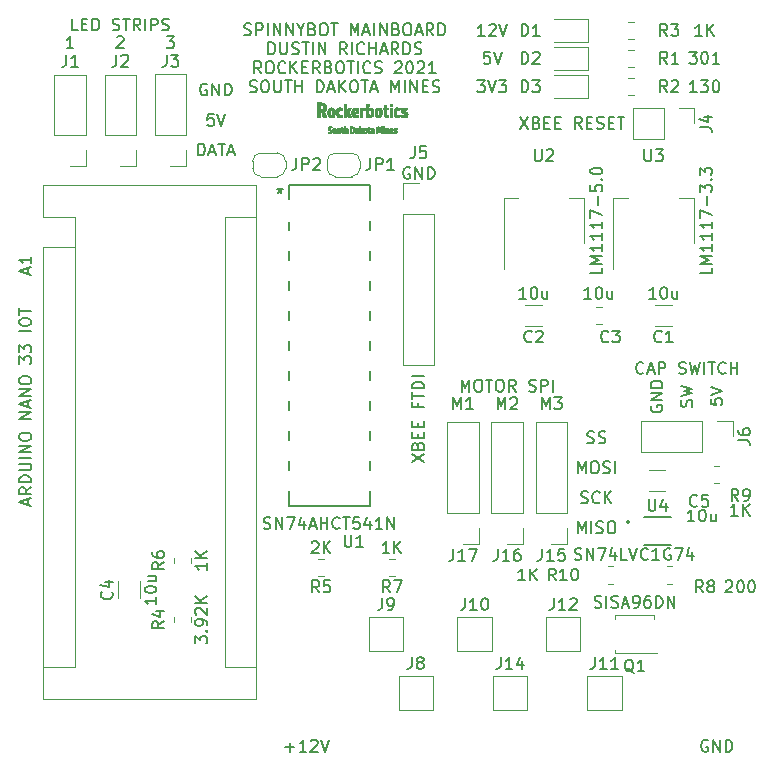
<source format=gbr>
%TF.GenerationSoftware,KiCad,Pcbnew,(5.99.0-9885-g7a8abcadd2)*%
%TF.CreationDate,2021-03-25T06:13:52-06:00*%
%TF.ProjectId,spinnybot-motherboad,7370696e-6e79-4626-9f74-2d6d6f746865,rev?*%
%TF.SameCoordinates,Original*%
%TF.FileFunction,Legend,Top*%
%TF.FilePolarity,Positive*%
%FSLAX46Y46*%
G04 Gerber Fmt 4.6, Leading zero omitted, Abs format (unit mm)*
G04 Created by KiCad (PCBNEW (5.99.0-9885-g7a8abcadd2)) date 2021-03-25 06:13:52*
%MOMM*%
%LPD*%
G01*
G04 APERTURE LIST*
%ADD10C,0.150000*%
%ADD11C,0.010000*%
%ADD12C,0.120000*%
%ADD13C,0.127000*%
%ADD14C,0.200000*%
%ADD15C,0.152400*%
G04 APERTURE END LIST*
D10*
X124228452Y-95452380D02*
X124228452Y-94452380D01*
X124561785Y-95166666D01*
X124895118Y-94452380D01*
X124895118Y-95452380D01*
X125371309Y-95452380D02*
X125371309Y-94452380D01*
X125799880Y-95404761D02*
X125942737Y-95452380D01*
X126180833Y-95452380D01*
X126276071Y-95404761D01*
X126323690Y-95357142D01*
X126371309Y-95261904D01*
X126371309Y-95166666D01*
X126323690Y-95071428D01*
X126276071Y-95023809D01*
X126180833Y-94976190D01*
X125990357Y-94928571D01*
X125895118Y-94880952D01*
X125847499Y-94833333D01*
X125799880Y-94738095D01*
X125799880Y-94642857D01*
X125847499Y-94547619D01*
X125895118Y-94500000D01*
X125990357Y-94452380D01*
X126228452Y-94452380D01*
X126371309Y-94500000D01*
X126990357Y-94452380D02*
X127180833Y-94452380D01*
X127276071Y-94500000D01*
X127371309Y-94595238D01*
X127418928Y-94785714D01*
X127418928Y-95119047D01*
X127371309Y-95309523D01*
X127276071Y-95404761D01*
X127180833Y-95452380D01*
X126990357Y-95452380D01*
X126895118Y-95404761D01*
X126799880Y-95309523D01*
X126752261Y-95119047D01*
X126752261Y-94785714D01*
X126799880Y-94595238D01*
X126895118Y-94500000D01*
X126990357Y-94452380D01*
X124514167Y-92864761D02*
X124657024Y-92912380D01*
X124895119Y-92912380D01*
X124990357Y-92864761D01*
X125037976Y-92817142D01*
X125085595Y-92721904D01*
X125085595Y-92626666D01*
X125037976Y-92531428D01*
X124990357Y-92483809D01*
X124895119Y-92436190D01*
X124704643Y-92388571D01*
X124609405Y-92340952D01*
X124561786Y-92293333D01*
X124514167Y-92198095D01*
X124514167Y-92102857D01*
X124561786Y-92007619D01*
X124609405Y-91960000D01*
X124704643Y-91912380D01*
X124942738Y-91912380D01*
X125085595Y-91960000D01*
X126085595Y-92817142D02*
X126037976Y-92864761D01*
X125895119Y-92912380D01*
X125799881Y-92912380D01*
X125657024Y-92864761D01*
X125561786Y-92769523D01*
X125514167Y-92674285D01*
X125466548Y-92483809D01*
X125466548Y-92340952D01*
X125514167Y-92150476D01*
X125561786Y-92055238D01*
X125657024Y-91960000D01*
X125799881Y-91912380D01*
X125895119Y-91912380D01*
X126037976Y-91960000D01*
X126085595Y-92007619D01*
X126514167Y-92912380D02*
X126514167Y-91912380D01*
X127085595Y-92912380D02*
X126657024Y-92340952D01*
X127085595Y-91912380D02*
X126514167Y-92483809D01*
X96000000Y-53239761D02*
X96142857Y-53287380D01*
X96380952Y-53287380D01*
X96476190Y-53239761D01*
X96523809Y-53192142D01*
X96571428Y-53096904D01*
X96571428Y-53001666D01*
X96523809Y-52906428D01*
X96476190Y-52858809D01*
X96380952Y-52811190D01*
X96190476Y-52763571D01*
X96095238Y-52715952D01*
X96047619Y-52668333D01*
X96000000Y-52573095D01*
X96000000Y-52477857D01*
X96047619Y-52382619D01*
X96095238Y-52335000D01*
X96190476Y-52287380D01*
X96428571Y-52287380D01*
X96571428Y-52335000D01*
X97000000Y-53287380D02*
X97000000Y-52287380D01*
X97380952Y-52287380D01*
X97476190Y-52335000D01*
X97523809Y-52382619D01*
X97571428Y-52477857D01*
X97571428Y-52620714D01*
X97523809Y-52715952D01*
X97476190Y-52763571D01*
X97380952Y-52811190D01*
X97000000Y-52811190D01*
X98000000Y-53287380D02*
X98000000Y-52287380D01*
X98476190Y-53287380D02*
X98476190Y-52287380D01*
X99047619Y-53287380D01*
X99047619Y-52287380D01*
X99523809Y-53287380D02*
X99523809Y-52287380D01*
X100095238Y-53287380D01*
X100095238Y-52287380D01*
X100761904Y-52811190D02*
X100761904Y-53287380D01*
X100428571Y-52287380D02*
X100761904Y-52811190D01*
X101095238Y-52287380D01*
X101761904Y-52763571D02*
X101904761Y-52811190D01*
X101952380Y-52858809D01*
X102000000Y-52954047D01*
X102000000Y-53096904D01*
X101952380Y-53192142D01*
X101904761Y-53239761D01*
X101809523Y-53287380D01*
X101428571Y-53287380D01*
X101428571Y-52287380D01*
X101761904Y-52287380D01*
X101857142Y-52335000D01*
X101904761Y-52382619D01*
X101952380Y-52477857D01*
X101952380Y-52573095D01*
X101904761Y-52668333D01*
X101857142Y-52715952D01*
X101761904Y-52763571D01*
X101428571Y-52763571D01*
X102619047Y-52287380D02*
X102809523Y-52287380D01*
X102904761Y-52335000D01*
X103000000Y-52430238D01*
X103047619Y-52620714D01*
X103047619Y-52954047D01*
X103000000Y-53144523D01*
X102904761Y-53239761D01*
X102809523Y-53287380D01*
X102619047Y-53287380D01*
X102523809Y-53239761D01*
X102428571Y-53144523D01*
X102380952Y-52954047D01*
X102380952Y-52620714D01*
X102428571Y-52430238D01*
X102523809Y-52335000D01*
X102619047Y-52287380D01*
X103333333Y-52287380D02*
X103904761Y-52287380D01*
X103619047Y-53287380D02*
X103619047Y-52287380D01*
X105000000Y-53287380D02*
X105000000Y-52287380D01*
X105333333Y-53001666D01*
X105666666Y-52287380D01*
X105666666Y-53287380D01*
X106095238Y-53001666D02*
X106571428Y-53001666D01*
X106000000Y-53287380D02*
X106333333Y-52287380D01*
X106666666Y-53287380D01*
X107000000Y-53287380D02*
X107000000Y-52287380D01*
X107476190Y-53287380D02*
X107476190Y-52287380D01*
X108047619Y-53287380D01*
X108047619Y-52287380D01*
X108857142Y-52763571D02*
X109000000Y-52811190D01*
X109047619Y-52858809D01*
X109095238Y-52954047D01*
X109095238Y-53096904D01*
X109047619Y-53192142D01*
X109000000Y-53239761D01*
X108904761Y-53287380D01*
X108523809Y-53287380D01*
X108523809Y-52287380D01*
X108857142Y-52287380D01*
X108952380Y-52335000D01*
X109000000Y-52382619D01*
X109047619Y-52477857D01*
X109047619Y-52573095D01*
X109000000Y-52668333D01*
X108952380Y-52715952D01*
X108857142Y-52763571D01*
X108523809Y-52763571D01*
X109714285Y-52287380D02*
X109904761Y-52287380D01*
X110000000Y-52335000D01*
X110095238Y-52430238D01*
X110142857Y-52620714D01*
X110142857Y-52954047D01*
X110095238Y-53144523D01*
X110000000Y-53239761D01*
X109904761Y-53287380D01*
X109714285Y-53287380D01*
X109619047Y-53239761D01*
X109523809Y-53144523D01*
X109476190Y-52954047D01*
X109476190Y-52620714D01*
X109523809Y-52430238D01*
X109619047Y-52335000D01*
X109714285Y-52287380D01*
X110523809Y-53001666D02*
X110999999Y-53001666D01*
X110428571Y-53287380D02*
X110761904Y-52287380D01*
X111095238Y-53287380D01*
X111999999Y-53287380D02*
X111666666Y-52811190D01*
X111428571Y-53287380D02*
X111428571Y-52287380D01*
X111809523Y-52287380D01*
X111904761Y-52335000D01*
X111952380Y-52382619D01*
X111999999Y-52477857D01*
X111999999Y-52620714D01*
X111952380Y-52715952D01*
X111904761Y-52763571D01*
X111809523Y-52811190D01*
X111428571Y-52811190D01*
X112428571Y-53287380D02*
X112428571Y-52287380D01*
X112666666Y-52287380D01*
X112809523Y-52335000D01*
X112904761Y-52430238D01*
X112952380Y-52525476D01*
X112999999Y-52715952D01*
X112999999Y-52858809D01*
X112952380Y-53049285D01*
X112904761Y-53144523D01*
X112809523Y-53239761D01*
X112666666Y-53287380D01*
X112428571Y-53287380D01*
X98047619Y-54897380D02*
X98047619Y-53897380D01*
X98285714Y-53897380D01*
X98428571Y-53945000D01*
X98523809Y-54040238D01*
X98571428Y-54135476D01*
X98619047Y-54325952D01*
X98619047Y-54468809D01*
X98571428Y-54659285D01*
X98523809Y-54754523D01*
X98428571Y-54849761D01*
X98285714Y-54897380D01*
X98047619Y-54897380D01*
X99047619Y-53897380D02*
X99047619Y-54706904D01*
X99095238Y-54802142D01*
X99142857Y-54849761D01*
X99238095Y-54897380D01*
X99428571Y-54897380D01*
X99523809Y-54849761D01*
X99571428Y-54802142D01*
X99619047Y-54706904D01*
X99619047Y-53897380D01*
X100047619Y-54849761D02*
X100190476Y-54897380D01*
X100428571Y-54897380D01*
X100523809Y-54849761D01*
X100571428Y-54802142D01*
X100619047Y-54706904D01*
X100619047Y-54611666D01*
X100571428Y-54516428D01*
X100523809Y-54468809D01*
X100428571Y-54421190D01*
X100238095Y-54373571D01*
X100142857Y-54325952D01*
X100095238Y-54278333D01*
X100047619Y-54183095D01*
X100047619Y-54087857D01*
X100095238Y-53992619D01*
X100142857Y-53945000D01*
X100238095Y-53897380D01*
X100476190Y-53897380D01*
X100619047Y-53945000D01*
X100904761Y-53897380D02*
X101476190Y-53897380D01*
X101190476Y-54897380D02*
X101190476Y-53897380D01*
X101809523Y-54897380D02*
X101809523Y-53897380D01*
X102285714Y-54897380D02*
X102285714Y-53897380D01*
X102857142Y-54897380D01*
X102857142Y-53897380D01*
X104666666Y-54897380D02*
X104333333Y-54421190D01*
X104095238Y-54897380D02*
X104095238Y-53897380D01*
X104476190Y-53897380D01*
X104571428Y-53945000D01*
X104619047Y-53992619D01*
X104666666Y-54087857D01*
X104666666Y-54230714D01*
X104619047Y-54325952D01*
X104571428Y-54373571D01*
X104476190Y-54421190D01*
X104095238Y-54421190D01*
X105095238Y-54897380D02*
X105095238Y-53897380D01*
X106142857Y-54802142D02*
X106095238Y-54849761D01*
X105952380Y-54897380D01*
X105857142Y-54897380D01*
X105714285Y-54849761D01*
X105619047Y-54754523D01*
X105571428Y-54659285D01*
X105523809Y-54468809D01*
X105523809Y-54325952D01*
X105571428Y-54135476D01*
X105619047Y-54040238D01*
X105714285Y-53945000D01*
X105857142Y-53897380D01*
X105952380Y-53897380D01*
X106095238Y-53945000D01*
X106142857Y-53992619D01*
X106571428Y-54897380D02*
X106571428Y-53897380D01*
X106571428Y-54373571D02*
X107142857Y-54373571D01*
X107142857Y-54897380D02*
X107142857Y-53897380D01*
X107571428Y-54611666D02*
X108047619Y-54611666D01*
X107476190Y-54897380D02*
X107809523Y-53897380D01*
X108142857Y-54897380D01*
X109047619Y-54897380D02*
X108714285Y-54421190D01*
X108476190Y-54897380D02*
X108476190Y-53897380D01*
X108857142Y-53897380D01*
X108952380Y-53945000D01*
X109000000Y-53992619D01*
X109047619Y-54087857D01*
X109047619Y-54230714D01*
X109000000Y-54325952D01*
X108952380Y-54373571D01*
X108857142Y-54421190D01*
X108476190Y-54421190D01*
X109476190Y-54897380D02*
X109476190Y-53897380D01*
X109714285Y-53897380D01*
X109857142Y-53945000D01*
X109952380Y-54040238D01*
X110000000Y-54135476D01*
X110047619Y-54325952D01*
X110047619Y-54468809D01*
X110000000Y-54659285D01*
X109952380Y-54754523D01*
X109857142Y-54849761D01*
X109714285Y-54897380D01*
X109476190Y-54897380D01*
X110428571Y-54849761D02*
X110571428Y-54897380D01*
X110809523Y-54897380D01*
X110904761Y-54849761D01*
X110952380Y-54802142D01*
X111000000Y-54706904D01*
X111000000Y-54611666D01*
X110952380Y-54516428D01*
X110904761Y-54468809D01*
X110809523Y-54421190D01*
X110619047Y-54373571D01*
X110523809Y-54325952D01*
X110476190Y-54278333D01*
X110428571Y-54183095D01*
X110428571Y-54087857D01*
X110476190Y-53992619D01*
X110523809Y-53945000D01*
X110619047Y-53897380D01*
X110857142Y-53897380D01*
X111000000Y-53945000D01*
X97428571Y-56507380D02*
X97095238Y-56031190D01*
X96857142Y-56507380D02*
X96857142Y-55507380D01*
X97238095Y-55507380D01*
X97333333Y-55555000D01*
X97380952Y-55602619D01*
X97428571Y-55697857D01*
X97428571Y-55840714D01*
X97380952Y-55935952D01*
X97333333Y-55983571D01*
X97238095Y-56031190D01*
X96857142Y-56031190D01*
X98047619Y-55507380D02*
X98238095Y-55507380D01*
X98333333Y-55555000D01*
X98428571Y-55650238D01*
X98476190Y-55840714D01*
X98476190Y-56174047D01*
X98428571Y-56364523D01*
X98333333Y-56459761D01*
X98238095Y-56507380D01*
X98047619Y-56507380D01*
X97952380Y-56459761D01*
X97857142Y-56364523D01*
X97809523Y-56174047D01*
X97809523Y-55840714D01*
X97857142Y-55650238D01*
X97952380Y-55555000D01*
X98047619Y-55507380D01*
X99476190Y-56412142D02*
X99428571Y-56459761D01*
X99285714Y-56507380D01*
X99190476Y-56507380D01*
X99047619Y-56459761D01*
X98952380Y-56364523D01*
X98904761Y-56269285D01*
X98857142Y-56078809D01*
X98857142Y-55935952D01*
X98904761Y-55745476D01*
X98952380Y-55650238D01*
X99047619Y-55555000D01*
X99190476Y-55507380D01*
X99285714Y-55507380D01*
X99428571Y-55555000D01*
X99476190Y-55602619D01*
X99904761Y-56507380D02*
X99904761Y-55507380D01*
X100476190Y-56507380D02*
X100047619Y-55935952D01*
X100476190Y-55507380D02*
X99904761Y-56078809D01*
X100904761Y-55983571D02*
X101238095Y-55983571D01*
X101380952Y-56507380D02*
X100904761Y-56507380D01*
X100904761Y-55507380D01*
X101380952Y-55507380D01*
X102380952Y-56507380D02*
X102047619Y-56031190D01*
X101809523Y-56507380D02*
X101809523Y-55507380D01*
X102190476Y-55507380D01*
X102285714Y-55555000D01*
X102333333Y-55602619D01*
X102380952Y-55697857D01*
X102380952Y-55840714D01*
X102333333Y-55935952D01*
X102285714Y-55983571D01*
X102190476Y-56031190D01*
X101809523Y-56031190D01*
X103142857Y-55983571D02*
X103285714Y-56031190D01*
X103333333Y-56078809D01*
X103380952Y-56174047D01*
X103380952Y-56316904D01*
X103333333Y-56412142D01*
X103285714Y-56459761D01*
X103190476Y-56507380D01*
X102809523Y-56507380D01*
X102809523Y-55507380D01*
X103142857Y-55507380D01*
X103238095Y-55555000D01*
X103285714Y-55602619D01*
X103333333Y-55697857D01*
X103333333Y-55793095D01*
X103285714Y-55888333D01*
X103238095Y-55935952D01*
X103142857Y-55983571D01*
X102809523Y-55983571D01*
X104000000Y-55507380D02*
X104190476Y-55507380D01*
X104285714Y-55555000D01*
X104380952Y-55650238D01*
X104428571Y-55840714D01*
X104428571Y-56174047D01*
X104380952Y-56364523D01*
X104285714Y-56459761D01*
X104190476Y-56507380D01*
X104000000Y-56507380D01*
X103904761Y-56459761D01*
X103809523Y-56364523D01*
X103761904Y-56174047D01*
X103761904Y-55840714D01*
X103809523Y-55650238D01*
X103904761Y-55555000D01*
X104000000Y-55507380D01*
X104714285Y-55507380D02*
X105285714Y-55507380D01*
X105000000Y-56507380D02*
X105000000Y-55507380D01*
X105619047Y-56507380D02*
X105619047Y-55507380D01*
X106666666Y-56412142D02*
X106619047Y-56459761D01*
X106476190Y-56507380D01*
X106380952Y-56507380D01*
X106238095Y-56459761D01*
X106142857Y-56364523D01*
X106095238Y-56269285D01*
X106047619Y-56078809D01*
X106047619Y-55935952D01*
X106095238Y-55745476D01*
X106142857Y-55650238D01*
X106238095Y-55555000D01*
X106380952Y-55507380D01*
X106476190Y-55507380D01*
X106619047Y-55555000D01*
X106666666Y-55602619D01*
X107047619Y-56459761D02*
X107190476Y-56507380D01*
X107428571Y-56507380D01*
X107523809Y-56459761D01*
X107571428Y-56412142D01*
X107619047Y-56316904D01*
X107619047Y-56221666D01*
X107571428Y-56126428D01*
X107523809Y-56078809D01*
X107428571Y-56031190D01*
X107238095Y-55983571D01*
X107142857Y-55935952D01*
X107095238Y-55888333D01*
X107047619Y-55793095D01*
X107047619Y-55697857D01*
X107095238Y-55602619D01*
X107142857Y-55555000D01*
X107238095Y-55507380D01*
X107476190Y-55507380D01*
X107619047Y-55555000D01*
X108761904Y-55602619D02*
X108809523Y-55555000D01*
X108904761Y-55507380D01*
X109142857Y-55507380D01*
X109238095Y-55555000D01*
X109285714Y-55602619D01*
X109333333Y-55697857D01*
X109333333Y-55793095D01*
X109285714Y-55935952D01*
X108714285Y-56507380D01*
X109333333Y-56507380D01*
X109952380Y-55507380D02*
X110047619Y-55507380D01*
X110142857Y-55555000D01*
X110190476Y-55602619D01*
X110238095Y-55697857D01*
X110285714Y-55888333D01*
X110285714Y-56126428D01*
X110238095Y-56316904D01*
X110190476Y-56412142D01*
X110142857Y-56459761D01*
X110047619Y-56507380D01*
X109952380Y-56507380D01*
X109857142Y-56459761D01*
X109809523Y-56412142D01*
X109761904Y-56316904D01*
X109714285Y-56126428D01*
X109714285Y-55888333D01*
X109761904Y-55697857D01*
X109809523Y-55602619D01*
X109857142Y-55555000D01*
X109952380Y-55507380D01*
X110666666Y-55602619D02*
X110714285Y-55555000D01*
X110809523Y-55507380D01*
X111047619Y-55507380D01*
X111142857Y-55555000D01*
X111190476Y-55602619D01*
X111238095Y-55697857D01*
X111238095Y-55793095D01*
X111190476Y-55935952D01*
X110619047Y-56507380D01*
X111238095Y-56507380D01*
X112190476Y-56507380D02*
X111619047Y-56507380D01*
X111904761Y-56507380D02*
X111904761Y-55507380D01*
X111809523Y-55650238D01*
X111714285Y-55745476D01*
X111619047Y-55793095D01*
X96476190Y-58069761D02*
X96619047Y-58117380D01*
X96857142Y-58117380D01*
X96952380Y-58069761D01*
X97000000Y-58022142D01*
X97047619Y-57926904D01*
X97047619Y-57831666D01*
X97000000Y-57736428D01*
X96952380Y-57688809D01*
X96857142Y-57641190D01*
X96666666Y-57593571D01*
X96571428Y-57545952D01*
X96523809Y-57498333D01*
X96476190Y-57403095D01*
X96476190Y-57307857D01*
X96523809Y-57212619D01*
X96571428Y-57165000D01*
X96666666Y-57117380D01*
X96904761Y-57117380D01*
X97047619Y-57165000D01*
X97666666Y-57117380D02*
X97857142Y-57117380D01*
X97952380Y-57165000D01*
X98047619Y-57260238D01*
X98095238Y-57450714D01*
X98095238Y-57784047D01*
X98047619Y-57974523D01*
X97952380Y-58069761D01*
X97857142Y-58117380D01*
X97666666Y-58117380D01*
X97571428Y-58069761D01*
X97476190Y-57974523D01*
X97428571Y-57784047D01*
X97428571Y-57450714D01*
X97476190Y-57260238D01*
X97571428Y-57165000D01*
X97666666Y-57117380D01*
X98523809Y-57117380D02*
X98523809Y-57926904D01*
X98571428Y-58022142D01*
X98619047Y-58069761D01*
X98714285Y-58117380D01*
X98904761Y-58117380D01*
X99000000Y-58069761D01*
X99047619Y-58022142D01*
X99095238Y-57926904D01*
X99095238Y-57117380D01*
X99428571Y-57117380D02*
X100000000Y-57117380D01*
X99714285Y-58117380D02*
X99714285Y-57117380D01*
X100333333Y-58117380D02*
X100333333Y-57117380D01*
X100333333Y-57593571D02*
X100904761Y-57593571D01*
X100904761Y-58117380D02*
X100904761Y-57117380D01*
X102142857Y-58117380D02*
X102142857Y-57117380D01*
X102380952Y-57117380D01*
X102523809Y-57165000D01*
X102619047Y-57260238D01*
X102666666Y-57355476D01*
X102714285Y-57545952D01*
X102714285Y-57688809D01*
X102666666Y-57879285D01*
X102619047Y-57974523D01*
X102523809Y-58069761D01*
X102380952Y-58117380D01*
X102142857Y-58117380D01*
X103095238Y-57831666D02*
X103571428Y-57831666D01*
X103000000Y-58117380D02*
X103333333Y-57117380D01*
X103666666Y-58117380D01*
X104000000Y-58117380D02*
X104000000Y-57117380D01*
X104571428Y-58117380D02*
X104142857Y-57545952D01*
X104571428Y-57117380D02*
X104000000Y-57688809D01*
X105190476Y-57117380D02*
X105380952Y-57117380D01*
X105476190Y-57165000D01*
X105571428Y-57260238D01*
X105619047Y-57450714D01*
X105619047Y-57784047D01*
X105571428Y-57974523D01*
X105476190Y-58069761D01*
X105380952Y-58117380D01*
X105190476Y-58117380D01*
X105095238Y-58069761D01*
X105000000Y-57974523D01*
X104952380Y-57784047D01*
X104952380Y-57450714D01*
X105000000Y-57260238D01*
X105095238Y-57165000D01*
X105190476Y-57117380D01*
X105904761Y-57117380D02*
X106476190Y-57117380D01*
X106190476Y-58117380D02*
X106190476Y-57117380D01*
X106761904Y-57831666D02*
X107238095Y-57831666D01*
X106666666Y-58117380D02*
X107000000Y-57117380D01*
X107333333Y-58117380D01*
X108428571Y-58117380D02*
X108428571Y-57117380D01*
X108761904Y-57831666D01*
X109095238Y-57117380D01*
X109095238Y-58117380D01*
X109571428Y-58117380D02*
X109571428Y-57117380D01*
X110047619Y-58117380D02*
X110047619Y-57117380D01*
X110619047Y-58117380D01*
X110619047Y-57117380D01*
X111095238Y-57593571D02*
X111428571Y-57593571D01*
X111571428Y-58117380D02*
X111095238Y-58117380D01*
X111095238Y-57117380D01*
X111571428Y-57117380D01*
X111952380Y-58069761D02*
X112095238Y-58117380D01*
X112333333Y-58117380D01*
X112428571Y-58069761D01*
X112476190Y-58022142D01*
X112523809Y-57926904D01*
X112523809Y-57831666D01*
X112476190Y-57736428D01*
X112428571Y-57688809D01*
X112333333Y-57641190D01*
X112142857Y-57593571D01*
X112047619Y-57545952D01*
X112000000Y-57498333D01*
X111952380Y-57403095D01*
X111952380Y-57307857D01*
X112000000Y-57212619D01*
X112047619Y-57165000D01*
X112142857Y-57117380D01*
X112380952Y-57117380D01*
X112523809Y-57165000D01*
X85214285Y-53477619D02*
X85261904Y-53430000D01*
X85357142Y-53382380D01*
X85595238Y-53382380D01*
X85690476Y-53430000D01*
X85738095Y-53477619D01*
X85785714Y-53572857D01*
X85785714Y-53668095D01*
X85738095Y-53810952D01*
X85166666Y-54382380D01*
X85785714Y-54382380D01*
X81904761Y-52882380D02*
X81428571Y-52882380D01*
X81428571Y-51882380D01*
X82238095Y-52358571D02*
X82571428Y-52358571D01*
X82714285Y-52882380D02*
X82238095Y-52882380D01*
X82238095Y-51882380D01*
X82714285Y-51882380D01*
X83142857Y-52882380D02*
X83142857Y-51882380D01*
X83380952Y-51882380D01*
X83523809Y-51930000D01*
X83619047Y-52025238D01*
X83666666Y-52120476D01*
X83714285Y-52310952D01*
X83714285Y-52453809D01*
X83666666Y-52644285D01*
X83619047Y-52739523D01*
X83523809Y-52834761D01*
X83380952Y-52882380D01*
X83142857Y-52882380D01*
X84857142Y-52834761D02*
X85000000Y-52882380D01*
X85238095Y-52882380D01*
X85333333Y-52834761D01*
X85380952Y-52787142D01*
X85428571Y-52691904D01*
X85428571Y-52596666D01*
X85380952Y-52501428D01*
X85333333Y-52453809D01*
X85238095Y-52406190D01*
X85047619Y-52358571D01*
X84952380Y-52310952D01*
X84904761Y-52263333D01*
X84857142Y-52168095D01*
X84857142Y-52072857D01*
X84904761Y-51977619D01*
X84952380Y-51930000D01*
X85047619Y-51882380D01*
X85285714Y-51882380D01*
X85428571Y-51930000D01*
X85714285Y-51882380D02*
X86285714Y-51882380D01*
X86000000Y-52882380D02*
X86000000Y-51882380D01*
X87190476Y-52882380D02*
X86857142Y-52406190D01*
X86619047Y-52882380D02*
X86619047Y-51882380D01*
X87000000Y-51882380D01*
X87095238Y-51930000D01*
X87142857Y-51977619D01*
X87190476Y-52072857D01*
X87190476Y-52215714D01*
X87142857Y-52310952D01*
X87095238Y-52358571D01*
X87000000Y-52406190D01*
X86619047Y-52406190D01*
X87619047Y-52882380D02*
X87619047Y-51882380D01*
X88095238Y-52882380D02*
X88095238Y-51882380D01*
X88476190Y-51882380D01*
X88571428Y-51930000D01*
X88619047Y-51977619D01*
X88666666Y-52072857D01*
X88666666Y-52215714D01*
X88619047Y-52310952D01*
X88571428Y-52358571D01*
X88476190Y-52406190D01*
X88095238Y-52406190D01*
X89047619Y-52834761D02*
X89190476Y-52882380D01*
X89428571Y-52882380D01*
X89523809Y-52834761D01*
X89571428Y-52787142D01*
X89619047Y-52691904D01*
X89619047Y-52596666D01*
X89571428Y-52501428D01*
X89523809Y-52453809D01*
X89428571Y-52406190D01*
X89238095Y-52358571D01*
X89142857Y-52310952D01*
X89095238Y-52263333D01*
X89047619Y-52168095D01*
X89047619Y-52072857D01*
X89095238Y-51977619D01*
X89142857Y-51930000D01*
X89238095Y-51882380D01*
X89476190Y-51882380D01*
X89619047Y-51930000D01*
X124228452Y-90372380D02*
X124228452Y-89372380D01*
X124561785Y-90086666D01*
X124895118Y-89372380D01*
X124895118Y-90372380D01*
X125561785Y-89372380D02*
X125752261Y-89372380D01*
X125847499Y-89420000D01*
X125942737Y-89515238D01*
X125990357Y-89705714D01*
X125990357Y-90039047D01*
X125942737Y-90229523D01*
X125847499Y-90324761D01*
X125752261Y-90372380D01*
X125561785Y-90372380D01*
X125466547Y-90324761D01*
X125371309Y-90229523D01*
X125323690Y-90039047D01*
X125323690Y-89705714D01*
X125371309Y-89515238D01*
X125466547Y-89420000D01*
X125561785Y-89372380D01*
X126371309Y-90324761D02*
X126514166Y-90372380D01*
X126752261Y-90372380D01*
X126847499Y-90324761D01*
X126895118Y-90277142D01*
X126942737Y-90181904D01*
X126942737Y-90086666D01*
X126895118Y-89991428D01*
X126847499Y-89943809D01*
X126752261Y-89896190D01*
X126561785Y-89848571D01*
X126466547Y-89800952D01*
X126418928Y-89753333D01*
X126371309Y-89658095D01*
X126371309Y-89562857D01*
X126418928Y-89467619D01*
X126466547Y-89420000D01*
X126561785Y-89372380D01*
X126799880Y-89372380D01*
X126942737Y-89420000D01*
X127371309Y-90372380D02*
X127371309Y-89372380D01*
X133889761Y-84735832D02*
X133937380Y-84592975D01*
X133937380Y-84354880D01*
X133889761Y-84259642D01*
X133842142Y-84212023D01*
X133746904Y-84164404D01*
X133651666Y-84164404D01*
X133556428Y-84212023D01*
X133508809Y-84259642D01*
X133461190Y-84354880D01*
X133413571Y-84545356D01*
X133365952Y-84640594D01*
X133318333Y-84688213D01*
X133223095Y-84735832D01*
X133127857Y-84735832D01*
X133032619Y-84688213D01*
X132985000Y-84640594D01*
X132937380Y-84545356D01*
X132937380Y-84307261D01*
X132985000Y-84164404D01*
X132937380Y-83831070D02*
X133937380Y-83592975D01*
X133223095Y-83402499D01*
X133937380Y-83212023D01*
X132937380Y-82973928D01*
X81535714Y-54382380D02*
X80964285Y-54382380D01*
X81250000Y-54382380D02*
X81250000Y-53382380D01*
X81154761Y-53525238D01*
X81059523Y-53620476D01*
X80964285Y-53668095D01*
X89416666Y-53382380D02*
X90035714Y-53382380D01*
X89702380Y-53763333D01*
X89845238Y-53763333D01*
X89940476Y-53810952D01*
X89988095Y-53858571D01*
X90035714Y-53953809D01*
X90035714Y-54191904D01*
X89988095Y-54287142D01*
X89940476Y-54334761D01*
X89845238Y-54382380D01*
X89559523Y-54382380D01*
X89464285Y-54334761D01*
X89416666Y-54287142D01*
X113690476Y-84957380D02*
X113690476Y-83957380D01*
X114023809Y-84671666D01*
X114357142Y-83957380D01*
X114357142Y-84957380D01*
X115357142Y-84957380D02*
X114785714Y-84957380D01*
X115071428Y-84957380D02*
X115071428Y-83957380D01*
X114976190Y-84100238D01*
X114880952Y-84195476D01*
X114785714Y-84243095D01*
X92085595Y-63462380D02*
X92085595Y-62462380D01*
X92323690Y-62462380D01*
X92466547Y-62510000D01*
X92561785Y-62605238D01*
X92609404Y-62700476D01*
X92657023Y-62890952D01*
X92657023Y-63033809D01*
X92609404Y-63224285D01*
X92561785Y-63319523D01*
X92466547Y-63414761D01*
X92323690Y-63462380D01*
X92085595Y-63462380D01*
X93037976Y-63176666D02*
X93514166Y-63176666D01*
X92942738Y-63462380D02*
X93276071Y-62462380D01*
X93609404Y-63462380D01*
X93799880Y-62462380D02*
X94371309Y-62462380D01*
X94085595Y-63462380D02*
X94085595Y-62462380D01*
X94657023Y-63176666D02*
X95133214Y-63176666D01*
X94561785Y-63462380D02*
X94895119Y-62462380D01*
X95228452Y-63462380D01*
X92823690Y-57430000D02*
X92728452Y-57382380D01*
X92585595Y-57382380D01*
X92442738Y-57430000D01*
X92347500Y-57525238D01*
X92299881Y-57620476D01*
X92252262Y-57810952D01*
X92252262Y-57953809D01*
X92299881Y-58144285D01*
X92347500Y-58239523D01*
X92442738Y-58334761D01*
X92585595Y-58382380D01*
X92680833Y-58382380D01*
X92823690Y-58334761D01*
X92871309Y-58287142D01*
X92871309Y-57953809D01*
X92680833Y-57953809D01*
X93299881Y-58382380D02*
X93299881Y-57382380D01*
X93871309Y-58382380D01*
X93871309Y-57382380D01*
X94347500Y-58382380D02*
X94347500Y-57382380D01*
X94585595Y-57382380D01*
X94728452Y-57430000D01*
X94823690Y-57525238D01*
X94871309Y-57620476D01*
X94918928Y-57810952D01*
X94918928Y-57953809D01*
X94871309Y-58144285D01*
X94823690Y-58239523D01*
X94728452Y-58334761D01*
X94585595Y-58382380D01*
X94347500Y-58382380D01*
X117440476Y-84957380D02*
X117440476Y-83957380D01*
X117773809Y-84671666D01*
X118107142Y-83957380D01*
X118107142Y-84957380D01*
X118535714Y-84052619D02*
X118583333Y-84005000D01*
X118678571Y-83957380D01*
X118916666Y-83957380D01*
X119011904Y-84005000D01*
X119059523Y-84052619D01*
X119107142Y-84147857D01*
X119107142Y-84243095D01*
X119059523Y-84385952D01*
X118488095Y-84957380D01*
X119107142Y-84957380D01*
X110010595Y-64500000D02*
X109915357Y-64452380D01*
X109772500Y-64452380D01*
X109629643Y-64500000D01*
X109534405Y-64595238D01*
X109486786Y-64690476D01*
X109439167Y-64880952D01*
X109439167Y-65023809D01*
X109486786Y-65214285D01*
X109534405Y-65309523D01*
X109629643Y-65404761D01*
X109772500Y-65452380D01*
X109867738Y-65452380D01*
X110010595Y-65404761D01*
X110058214Y-65357142D01*
X110058214Y-65023809D01*
X109867738Y-65023809D01*
X110486786Y-65452380D02*
X110486786Y-64452380D01*
X111058214Y-65452380D01*
X111058214Y-64452380D01*
X111534405Y-65452380D02*
X111534405Y-64452380D01*
X111772500Y-64452380D01*
X111915357Y-64500000D01*
X112010595Y-64595238D01*
X112058214Y-64690476D01*
X112105833Y-64880952D01*
X112105833Y-65023809D01*
X112058214Y-65214285D01*
X112010595Y-65309523D01*
X111915357Y-65404761D01*
X111772500Y-65452380D01*
X111534405Y-65452380D01*
X114392857Y-83457380D02*
X114392857Y-82457380D01*
X114726190Y-83171666D01*
X115059523Y-82457380D01*
X115059523Y-83457380D01*
X115726190Y-82457380D02*
X115916666Y-82457380D01*
X116011904Y-82505000D01*
X116107142Y-82600238D01*
X116154761Y-82790714D01*
X116154761Y-83124047D01*
X116107142Y-83314523D01*
X116011904Y-83409761D01*
X115916666Y-83457380D01*
X115726190Y-83457380D01*
X115630952Y-83409761D01*
X115535714Y-83314523D01*
X115488095Y-83124047D01*
X115488095Y-82790714D01*
X115535714Y-82600238D01*
X115630952Y-82505000D01*
X115726190Y-82457380D01*
X116440476Y-82457380D02*
X117011904Y-82457380D01*
X116726190Y-83457380D02*
X116726190Y-82457380D01*
X117535714Y-82457380D02*
X117726190Y-82457380D01*
X117821428Y-82505000D01*
X117916666Y-82600238D01*
X117964285Y-82790714D01*
X117964285Y-83124047D01*
X117916666Y-83314523D01*
X117821428Y-83409761D01*
X117726190Y-83457380D01*
X117535714Y-83457380D01*
X117440476Y-83409761D01*
X117345238Y-83314523D01*
X117297619Y-83124047D01*
X117297619Y-82790714D01*
X117345238Y-82600238D01*
X117440476Y-82505000D01*
X117535714Y-82457380D01*
X118964285Y-83457380D02*
X118630952Y-82981190D01*
X118392857Y-83457380D02*
X118392857Y-82457380D01*
X118773809Y-82457380D01*
X118869047Y-82505000D01*
X118916666Y-82552619D01*
X118964285Y-82647857D01*
X118964285Y-82790714D01*
X118916666Y-82885952D01*
X118869047Y-82933571D01*
X118773809Y-82981190D01*
X118392857Y-82981190D01*
X120107142Y-83409761D02*
X120250000Y-83457380D01*
X120488095Y-83457380D01*
X120583333Y-83409761D01*
X120630952Y-83362142D01*
X120678571Y-83266904D01*
X120678571Y-83171666D01*
X120630952Y-83076428D01*
X120583333Y-83028809D01*
X120488095Y-82981190D01*
X120297619Y-82933571D01*
X120202380Y-82885952D01*
X120154761Y-82838333D01*
X120107142Y-82743095D01*
X120107142Y-82647857D01*
X120154761Y-82552619D01*
X120202380Y-82505000D01*
X120297619Y-82457380D01*
X120535714Y-82457380D01*
X120678571Y-82505000D01*
X121107142Y-83457380D02*
X121107142Y-82457380D01*
X121488095Y-82457380D01*
X121583333Y-82505000D01*
X121630952Y-82552619D01*
X121678571Y-82647857D01*
X121678571Y-82790714D01*
X121630952Y-82885952D01*
X121583333Y-82933571D01*
X121488095Y-82981190D01*
X121107142Y-82981190D01*
X122107142Y-83457380D02*
X122107142Y-82457380D01*
X125037976Y-87784761D02*
X125180833Y-87832380D01*
X125418928Y-87832380D01*
X125514166Y-87784761D01*
X125561785Y-87737142D01*
X125609404Y-87641904D01*
X125609404Y-87546666D01*
X125561785Y-87451428D01*
X125514166Y-87403809D01*
X125418928Y-87356190D01*
X125228452Y-87308571D01*
X125133214Y-87260952D01*
X125085595Y-87213333D01*
X125037976Y-87118095D01*
X125037976Y-87022857D01*
X125085595Y-86927619D01*
X125133214Y-86880000D01*
X125228452Y-86832380D01*
X125466547Y-86832380D01*
X125609404Y-86880000D01*
X125990357Y-87784761D02*
X126133214Y-87832380D01*
X126371309Y-87832380D01*
X126466547Y-87784761D01*
X126514166Y-87737142D01*
X126561785Y-87641904D01*
X126561785Y-87546666D01*
X126514166Y-87451428D01*
X126466547Y-87403809D01*
X126371309Y-87356190D01*
X126180833Y-87308571D01*
X126085595Y-87260952D01*
X126037976Y-87213333D01*
X125990357Y-87118095D01*
X125990357Y-87022857D01*
X126037976Y-86927619D01*
X126085595Y-86880000D01*
X126180833Y-86832380D01*
X126418928Y-86832380D01*
X126561785Y-86880000D01*
X135477380Y-84069166D02*
X135477380Y-84545356D01*
X135953571Y-84592975D01*
X135905952Y-84545356D01*
X135858333Y-84450118D01*
X135858333Y-84212023D01*
X135905952Y-84116785D01*
X135953571Y-84069166D01*
X136048809Y-84021547D01*
X136286904Y-84021547D01*
X136382142Y-84069166D01*
X136429761Y-84116785D01*
X136477380Y-84212023D01*
X136477380Y-84450118D01*
X136429761Y-84545356D01*
X136382142Y-84592975D01*
X135477380Y-83735832D02*
X136477380Y-83402499D01*
X135477380Y-83069166D01*
X130445000Y-84640595D02*
X130397380Y-84735833D01*
X130397380Y-84878690D01*
X130445000Y-85021547D01*
X130540238Y-85116785D01*
X130635476Y-85164404D01*
X130825952Y-85212023D01*
X130968809Y-85212023D01*
X131159285Y-85164404D01*
X131254523Y-85116785D01*
X131349761Y-85021547D01*
X131397380Y-84878690D01*
X131397380Y-84783452D01*
X131349761Y-84640595D01*
X131302142Y-84592976D01*
X130968809Y-84592976D01*
X130968809Y-84783452D01*
X131397380Y-84164404D02*
X130397380Y-84164404D01*
X131397380Y-83592976D01*
X130397380Y-83592976D01*
X131397380Y-83116785D02*
X130397380Y-83116785D01*
X130397380Y-82878690D01*
X130445000Y-82735833D01*
X130540238Y-82640595D01*
X130635476Y-82592976D01*
X130825952Y-82545357D01*
X130968809Y-82545357D01*
X131159285Y-82592976D01*
X131254523Y-82640595D01*
X131349761Y-82735833D01*
X131397380Y-82878690D01*
X131397380Y-83116785D01*
X93395118Y-59952380D02*
X92918928Y-59952380D01*
X92871309Y-60428571D01*
X92918928Y-60380952D01*
X93014166Y-60333333D01*
X93252261Y-60333333D01*
X93347499Y-60380952D01*
X93395118Y-60428571D01*
X93442737Y-60523809D01*
X93442737Y-60761904D01*
X93395118Y-60857142D01*
X93347499Y-60904761D01*
X93252261Y-60952380D01*
X93014166Y-60952380D01*
X92918928Y-60904761D01*
X92871309Y-60857142D01*
X93728452Y-59952380D02*
X94061785Y-60952380D01*
X94395118Y-59952380D01*
X121190476Y-84957380D02*
X121190476Y-83957380D01*
X121523809Y-84671666D01*
X121857142Y-83957380D01*
X121857142Y-84957380D01*
X122238095Y-83957380D02*
X122857142Y-83957380D01*
X122523809Y-84338333D01*
X122666666Y-84338333D01*
X122761904Y-84385952D01*
X122809523Y-84433571D01*
X122857142Y-84528809D01*
X122857142Y-84766904D01*
X122809523Y-84862142D01*
X122761904Y-84909761D01*
X122666666Y-84957380D01*
X122380952Y-84957380D01*
X122285714Y-84909761D01*
X122238095Y-84862142D01*
%TO.C,R10*%
X122357142Y-99452380D02*
X122023809Y-98976190D01*
X121785714Y-99452380D02*
X121785714Y-98452380D01*
X122166666Y-98452380D01*
X122261904Y-98500000D01*
X122309523Y-98547619D01*
X122357142Y-98642857D01*
X122357142Y-98785714D01*
X122309523Y-98880952D01*
X122261904Y-98928571D01*
X122166666Y-98976190D01*
X121785714Y-98976190D01*
X123309523Y-99452380D02*
X122738095Y-99452380D01*
X123023809Y-99452380D02*
X123023809Y-98452380D01*
X122928571Y-98595238D01*
X122833333Y-98690476D01*
X122738095Y-98738095D01*
X123928571Y-98452380D02*
X124023809Y-98452380D01*
X124119047Y-98500000D01*
X124166666Y-98547619D01*
X124214285Y-98642857D01*
X124261904Y-98833333D01*
X124261904Y-99071428D01*
X124214285Y-99261904D01*
X124166666Y-99357142D01*
X124119047Y-99404761D01*
X124023809Y-99452380D01*
X123928571Y-99452380D01*
X123833333Y-99404761D01*
X123785714Y-99357142D01*
X123738095Y-99261904D01*
X123690476Y-99071428D01*
X123690476Y-98833333D01*
X123738095Y-98642857D01*
X123785714Y-98547619D01*
X123833333Y-98500000D01*
X123928571Y-98452380D01*
X119785714Y-99452380D02*
X119214285Y-99452380D01*
X119500000Y-99452380D02*
X119500000Y-98452380D01*
X119404761Y-98595238D01*
X119309523Y-98690476D01*
X119214285Y-98738095D01*
X120214285Y-99452380D02*
X120214285Y-98452380D01*
X120785714Y-99452380D02*
X120357142Y-98880952D01*
X120785714Y-98452380D02*
X120214285Y-99023809D01*
%TO.C,J15*%
X121190476Y-96782380D02*
X121190476Y-97496666D01*
X121142857Y-97639523D01*
X121047619Y-97734761D01*
X120904761Y-97782380D01*
X120809523Y-97782380D01*
X122190476Y-97782380D02*
X121619047Y-97782380D01*
X121904761Y-97782380D02*
X121904761Y-96782380D01*
X121809523Y-96925238D01*
X121714285Y-97020476D01*
X121619047Y-97068095D01*
X123095238Y-96782380D02*
X122619047Y-96782380D01*
X122571428Y-97258571D01*
X122619047Y-97210952D01*
X122714285Y-97163333D01*
X122952380Y-97163333D01*
X123047619Y-97210952D01*
X123095238Y-97258571D01*
X123142857Y-97353809D01*
X123142857Y-97591904D01*
X123095238Y-97687142D01*
X123047619Y-97734761D01*
X122952380Y-97782380D01*
X122714285Y-97782380D01*
X122619047Y-97734761D01*
X122571428Y-97687142D01*
%TO.C,D2*%
X119488094Y-55702380D02*
X119488094Y-54702380D01*
X119726190Y-54702380D01*
X119869047Y-54750000D01*
X119964285Y-54845238D01*
X120011904Y-54940476D01*
X120059523Y-55130952D01*
X120059523Y-55273809D01*
X120011904Y-55464285D01*
X119964285Y-55559523D01*
X119869047Y-55654761D01*
X119726190Y-55702380D01*
X119488094Y-55702380D01*
X120440475Y-54797619D02*
X120488094Y-54750000D01*
X120583332Y-54702380D01*
X120821428Y-54702380D01*
X120916666Y-54750000D01*
X120964285Y-54797619D01*
X121011904Y-54892857D01*
X121011904Y-54988095D01*
X120964285Y-55130952D01*
X120392856Y-55702380D01*
X121011904Y-55702380D01*
X116785713Y-54702380D02*
X116309523Y-54702380D01*
X116261904Y-55178571D01*
X116309523Y-55130952D01*
X116404761Y-55083333D01*
X116642856Y-55083333D01*
X116738094Y-55130952D01*
X116785713Y-55178571D01*
X116833332Y-55273809D01*
X116833332Y-55511904D01*
X116785713Y-55607142D01*
X116738094Y-55654761D01*
X116642856Y-55702380D01*
X116404761Y-55702380D01*
X116309523Y-55654761D01*
X116261904Y-55607142D01*
X117119047Y-54702380D02*
X117452380Y-55702380D01*
X117785713Y-54702380D01*
%TO.C,C5*%
X134333333Y-93107142D02*
X134285714Y-93154761D01*
X134142857Y-93202380D01*
X134047619Y-93202380D01*
X133904761Y-93154761D01*
X133809523Y-93059523D01*
X133761904Y-92964285D01*
X133714285Y-92773809D01*
X133714285Y-92630952D01*
X133761904Y-92440476D01*
X133809523Y-92345238D01*
X133904761Y-92250000D01*
X134047619Y-92202380D01*
X134142857Y-92202380D01*
X134285714Y-92250000D01*
X134333333Y-92297619D01*
X135238095Y-92202380D02*
X134761904Y-92202380D01*
X134714285Y-92678571D01*
X134761904Y-92630952D01*
X134857142Y-92583333D01*
X135095238Y-92583333D01*
X135190476Y-92630952D01*
X135238095Y-92678571D01*
X135285714Y-92773809D01*
X135285714Y-93011904D01*
X135238095Y-93107142D01*
X135190476Y-93154761D01*
X135095238Y-93202380D01*
X134857142Y-93202380D01*
X134761904Y-93154761D01*
X134714285Y-93107142D01*
X134107142Y-94452380D02*
X133535714Y-94452380D01*
X133821428Y-94452380D02*
X133821428Y-93452380D01*
X133726190Y-93595238D01*
X133630952Y-93690476D01*
X133535714Y-93738095D01*
X134726190Y-93452380D02*
X134821428Y-93452380D01*
X134916666Y-93500000D01*
X134964285Y-93547619D01*
X135011904Y-93642857D01*
X135059523Y-93833333D01*
X135059523Y-94071428D01*
X135011904Y-94261904D01*
X134964285Y-94357142D01*
X134916666Y-94404761D01*
X134821428Y-94452380D01*
X134726190Y-94452380D01*
X134630952Y-94404761D01*
X134583333Y-94357142D01*
X134535714Y-94261904D01*
X134488095Y-94071428D01*
X134488095Y-93833333D01*
X134535714Y-93642857D01*
X134583333Y-93547619D01*
X134630952Y-93500000D01*
X134726190Y-93452380D01*
X135916666Y-93785714D02*
X135916666Y-94452380D01*
X135488095Y-93785714D02*
X135488095Y-94309523D01*
X135535714Y-94404761D01*
X135630952Y-94452380D01*
X135773809Y-94452380D01*
X135869047Y-94404761D01*
X135916666Y-94357142D01*
%TO.C,C1*%
X131333333Y-79207142D02*
X131285714Y-79254761D01*
X131142857Y-79302380D01*
X131047619Y-79302380D01*
X130904761Y-79254761D01*
X130809523Y-79159523D01*
X130761904Y-79064285D01*
X130714285Y-78873809D01*
X130714285Y-78730952D01*
X130761904Y-78540476D01*
X130809523Y-78445238D01*
X130904761Y-78350000D01*
X131047619Y-78302380D01*
X131142857Y-78302380D01*
X131285714Y-78350000D01*
X131333333Y-78397619D01*
X132285714Y-79302380D02*
X131714285Y-79302380D01*
X132000000Y-79302380D02*
X132000000Y-78302380D01*
X131904761Y-78445238D01*
X131809523Y-78540476D01*
X131714285Y-78588095D01*
X130857142Y-75602380D02*
X130285714Y-75602380D01*
X130571428Y-75602380D02*
X130571428Y-74602380D01*
X130476190Y-74745238D01*
X130380952Y-74840476D01*
X130285714Y-74888095D01*
X131476190Y-74602380D02*
X131571428Y-74602380D01*
X131666666Y-74650000D01*
X131714285Y-74697619D01*
X131761904Y-74792857D01*
X131809523Y-74983333D01*
X131809523Y-75221428D01*
X131761904Y-75411904D01*
X131714285Y-75507142D01*
X131666666Y-75554761D01*
X131571428Y-75602380D01*
X131476190Y-75602380D01*
X131380952Y-75554761D01*
X131333333Y-75507142D01*
X131285714Y-75411904D01*
X131238095Y-75221428D01*
X131238095Y-74983333D01*
X131285714Y-74792857D01*
X131333333Y-74697619D01*
X131380952Y-74650000D01*
X131476190Y-74602380D01*
X132666666Y-74935714D02*
X132666666Y-75602380D01*
X132238095Y-74935714D02*
X132238095Y-75459523D01*
X132285714Y-75554761D01*
X132380952Y-75602380D01*
X132523809Y-75602380D01*
X132619047Y-75554761D01*
X132666666Y-75507142D01*
%TO.C,R6*%
X89202380Y-97916666D02*
X88726190Y-98250000D01*
X89202380Y-98488095D02*
X88202380Y-98488095D01*
X88202380Y-98107142D01*
X88250000Y-98011904D01*
X88297619Y-97964285D01*
X88392857Y-97916666D01*
X88535714Y-97916666D01*
X88630952Y-97964285D01*
X88678571Y-98011904D01*
X88726190Y-98107142D01*
X88726190Y-98488095D01*
X88202380Y-97059523D02*
X88202380Y-97250000D01*
X88250000Y-97345238D01*
X88297619Y-97392857D01*
X88440476Y-97488095D01*
X88630952Y-97535714D01*
X89011904Y-97535714D01*
X89107142Y-97488095D01*
X89154761Y-97440476D01*
X89202380Y-97345238D01*
X89202380Y-97154761D01*
X89154761Y-97059523D01*
X89107142Y-97011904D01*
X89011904Y-96964285D01*
X88773809Y-96964285D01*
X88678571Y-97011904D01*
X88630952Y-97059523D01*
X88583333Y-97154761D01*
X88583333Y-97345238D01*
X88630952Y-97440476D01*
X88678571Y-97488095D01*
X88773809Y-97535714D01*
X92852380Y-97964285D02*
X92852380Y-98535714D01*
X92852380Y-98250000D02*
X91852380Y-98250000D01*
X91995238Y-98345238D01*
X92090476Y-98440476D01*
X92138095Y-98535714D01*
X92852380Y-97535714D02*
X91852380Y-97535714D01*
X92852380Y-96964285D02*
X92280952Y-97392857D01*
X91852380Y-96964285D02*
X92423809Y-97535714D01*
%TO.C,C4*%
X84757142Y-100416666D02*
X84804761Y-100464285D01*
X84852380Y-100607142D01*
X84852380Y-100702380D01*
X84804761Y-100845238D01*
X84709523Y-100940476D01*
X84614285Y-100988095D01*
X84423809Y-101035714D01*
X84280952Y-101035714D01*
X84090476Y-100988095D01*
X83995238Y-100940476D01*
X83900000Y-100845238D01*
X83852380Y-100702380D01*
X83852380Y-100607142D01*
X83900000Y-100464285D01*
X83947619Y-100416666D01*
X84185714Y-99559523D02*
X84852380Y-99559523D01*
X83804761Y-99797619D02*
X84519047Y-100035714D01*
X84519047Y-99416666D01*
X88552380Y-100892857D02*
X88552380Y-101464285D01*
X88552380Y-101178571D02*
X87552380Y-101178571D01*
X87695238Y-101273809D01*
X87790476Y-101369047D01*
X87838095Y-101464285D01*
X87552380Y-100273809D02*
X87552380Y-100178571D01*
X87600000Y-100083333D01*
X87647619Y-100035714D01*
X87742857Y-99988095D01*
X87933333Y-99940476D01*
X88171428Y-99940476D01*
X88361904Y-99988095D01*
X88457142Y-100035714D01*
X88504761Y-100083333D01*
X88552380Y-100178571D01*
X88552380Y-100273809D01*
X88504761Y-100369047D01*
X88457142Y-100416666D01*
X88361904Y-100464285D01*
X88171428Y-100511904D01*
X87933333Y-100511904D01*
X87742857Y-100464285D01*
X87647619Y-100416666D01*
X87600000Y-100369047D01*
X87552380Y-100273809D01*
X87885714Y-99083333D02*
X88552380Y-99083333D01*
X87885714Y-99511904D02*
X88409523Y-99511904D01*
X88504761Y-99464285D01*
X88552380Y-99369047D01*
X88552380Y-99226190D01*
X88504761Y-99130952D01*
X88457142Y-99083333D01*
%TO.C,J3*%
X89416666Y-54952380D02*
X89416666Y-55666666D01*
X89369047Y-55809523D01*
X89273809Y-55904761D01*
X89130952Y-55952380D01*
X89035714Y-55952380D01*
X89797619Y-54952380D02*
X90416666Y-54952380D01*
X90083333Y-55333333D01*
X90226190Y-55333333D01*
X90321428Y-55380952D01*
X90369047Y-55428571D01*
X90416666Y-55523809D01*
X90416666Y-55761904D01*
X90369047Y-55857142D01*
X90321428Y-55904761D01*
X90226190Y-55952380D01*
X89940476Y-55952380D01*
X89845238Y-55904761D01*
X89797619Y-55857142D01*
%TO.C,U4*%
X130238095Y-92567380D02*
X130238095Y-93376904D01*
X130285714Y-93472142D01*
X130333333Y-93519761D01*
X130428571Y-93567380D01*
X130619047Y-93567380D01*
X130714285Y-93519761D01*
X130761904Y-93472142D01*
X130809523Y-93376904D01*
X130809523Y-92567380D01*
X131714285Y-92900714D02*
X131714285Y-93567380D01*
X131476190Y-92519761D02*
X131238095Y-93234047D01*
X131857142Y-93234047D01*
X123976190Y-97654761D02*
X124119047Y-97702380D01*
X124357142Y-97702380D01*
X124452380Y-97654761D01*
X124500000Y-97607142D01*
X124547619Y-97511904D01*
X124547619Y-97416666D01*
X124500000Y-97321428D01*
X124452380Y-97273809D01*
X124357142Y-97226190D01*
X124166666Y-97178571D01*
X124071428Y-97130952D01*
X124023809Y-97083333D01*
X123976190Y-96988095D01*
X123976190Y-96892857D01*
X124023809Y-96797619D01*
X124071428Y-96750000D01*
X124166666Y-96702380D01*
X124404761Y-96702380D01*
X124547619Y-96750000D01*
X124976190Y-97702380D02*
X124976190Y-96702380D01*
X125547619Y-97702380D01*
X125547619Y-96702380D01*
X125928571Y-96702380D02*
X126595238Y-96702380D01*
X126166666Y-97702380D01*
X127404761Y-97035714D02*
X127404761Y-97702380D01*
X127166666Y-96654761D02*
X126928571Y-97369047D01*
X127547619Y-97369047D01*
X128404761Y-97702380D02*
X127928571Y-97702380D01*
X127928571Y-96702380D01*
X128595238Y-96702380D02*
X128928571Y-97702380D01*
X129261904Y-96702380D01*
X130166666Y-97607142D02*
X130119047Y-97654761D01*
X129976190Y-97702380D01*
X129880952Y-97702380D01*
X129738095Y-97654761D01*
X129642857Y-97559523D01*
X129595238Y-97464285D01*
X129547619Y-97273809D01*
X129547619Y-97130952D01*
X129595238Y-96940476D01*
X129642857Y-96845238D01*
X129738095Y-96750000D01*
X129880952Y-96702380D01*
X129976190Y-96702380D01*
X130119047Y-96750000D01*
X130166666Y-96797619D01*
X131119047Y-97702380D02*
X130547619Y-97702380D01*
X130833333Y-97702380D02*
X130833333Y-96702380D01*
X130738095Y-96845238D01*
X130642857Y-96940476D01*
X130547619Y-96988095D01*
X132071428Y-96750000D02*
X131976190Y-96702380D01*
X131833333Y-96702380D01*
X131690476Y-96750000D01*
X131595238Y-96845238D01*
X131547619Y-96940476D01*
X131500000Y-97130952D01*
X131500000Y-97273809D01*
X131547619Y-97464285D01*
X131595238Y-97559523D01*
X131690476Y-97654761D01*
X131833333Y-97702380D01*
X131928571Y-97702380D01*
X132071428Y-97654761D01*
X132119047Y-97607142D01*
X132119047Y-97273809D01*
X131928571Y-97273809D01*
X132452380Y-96702380D02*
X133119047Y-96702380D01*
X132690476Y-97702380D01*
X133928571Y-97035714D02*
X133928571Y-97702380D01*
X133690476Y-96654761D02*
X133452380Y-97369047D01*
X134071428Y-97369047D01*
%TO.C,R4*%
X89202380Y-102916666D02*
X88726190Y-103250000D01*
X89202380Y-103488095D02*
X88202380Y-103488095D01*
X88202380Y-103107142D01*
X88250000Y-103011904D01*
X88297619Y-102964285D01*
X88392857Y-102916666D01*
X88535714Y-102916666D01*
X88630952Y-102964285D01*
X88678571Y-103011904D01*
X88726190Y-103107142D01*
X88726190Y-103488095D01*
X88535714Y-102059523D02*
X89202380Y-102059523D01*
X88154761Y-102297619D02*
X88869047Y-102535714D01*
X88869047Y-101916666D01*
X91852380Y-104773809D02*
X91852380Y-104154761D01*
X92233333Y-104488095D01*
X92233333Y-104345238D01*
X92280952Y-104250000D01*
X92328571Y-104202380D01*
X92423809Y-104154761D01*
X92661904Y-104154761D01*
X92757142Y-104202380D01*
X92804761Y-104250000D01*
X92852380Y-104345238D01*
X92852380Y-104630952D01*
X92804761Y-104726190D01*
X92757142Y-104773809D01*
X92757142Y-103726190D02*
X92804761Y-103678571D01*
X92852380Y-103726190D01*
X92804761Y-103773809D01*
X92757142Y-103726190D01*
X92852380Y-103726190D01*
X92852380Y-103202380D02*
X92852380Y-103011904D01*
X92804761Y-102916666D01*
X92757142Y-102869047D01*
X92614285Y-102773809D01*
X92423809Y-102726190D01*
X92042857Y-102726190D01*
X91947619Y-102773809D01*
X91900000Y-102821428D01*
X91852380Y-102916666D01*
X91852380Y-103107142D01*
X91900000Y-103202380D01*
X91947619Y-103250000D01*
X92042857Y-103297619D01*
X92280952Y-103297619D01*
X92376190Y-103250000D01*
X92423809Y-103202380D01*
X92471428Y-103107142D01*
X92471428Y-102916666D01*
X92423809Y-102821428D01*
X92376190Y-102773809D01*
X92280952Y-102726190D01*
X91947619Y-102345238D02*
X91900000Y-102297619D01*
X91852380Y-102202380D01*
X91852380Y-101964285D01*
X91900000Y-101869047D01*
X91947619Y-101821428D01*
X92042857Y-101773809D01*
X92138095Y-101773809D01*
X92280952Y-101821428D01*
X92852380Y-102392857D01*
X92852380Y-101773809D01*
X92852380Y-101345238D02*
X91852380Y-101345238D01*
X92852380Y-100773809D02*
X92280952Y-101202380D01*
X91852380Y-100773809D02*
X92423809Y-101345238D01*
%TO.C,J7*%
X99488095Y-113571428D02*
X100250000Y-113571428D01*
X99869047Y-113952380D02*
X99869047Y-113190476D01*
X101250000Y-113952380D02*
X100678571Y-113952380D01*
X100964285Y-113952380D02*
X100964285Y-112952380D01*
X100869047Y-113095238D01*
X100773809Y-113190476D01*
X100678571Y-113238095D01*
X101630952Y-113047619D02*
X101678571Y-113000000D01*
X101773809Y-112952380D01*
X102011904Y-112952380D01*
X102107142Y-113000000D01*
X102154761Y-113047619D01*
X102202380Y-113142857D01*
X102202380Y-113238095D01*
X102154761Y-113380952D01*
X101583333Y-113952380D01*
X102202380Y-113952380D01*
X102488095Y-112952380D02*
X102821428Y-113952380D01*
X103154761Y-112952380D01*
%TO.C,J8*%
X110179166Y-105952380D02*
X110179166Y-106666666D01*
X110131547Y-106809523D01*
X110036309Y-106904761D01*
X109893452Y-106952380D01*
X109798214Y-106952380D01*
X110798214Y-106380952D02*
X110702976Y-106333333D01*
X110655357Y-106285714D01*
X110607738Y-106190476D01*
X110607738Y-106142857D01*
X110655357Y-106047619D01*
X110702976Y-106000000D01*
X110798214Y-105952380D01*
X110988690Y-105952380D01*
X111083928Y-106000000D01*
X111131547Y-106047619D01*
X111179166Y-106142857D01*
X111179166Y-106190476D01*
X111131547Y-106285714D01*
X111083928Y-106333333D01*
X110988690Y-106380952D01*
X110798214Y-106380952D01*
X110702976Y-106428571D01*
X110655357Y-106476190D01*
X110607738Y-106571428D01*
X110607738Y-106761904D01*
X110655357Y-106857142D01*
X110702976Y-106904761D01*
X110798214Y-106952380D01*
X110988690Y-106952380D01*
X111083928Y-106904761D01*
X111131547Y-106857142D01*
X111179166Y-106761904D01*
X111179166Y-106571428D01*
X111131547Y-106476190D01*
X111083928Y-106428571D01*
X110988690Y-106380952D01*
%TO.C,U1*%
X104488095Y-95592380D02*
X104488095Y-96401904D01*
X104535714Y-96497142D01*
X104583333Y-96544761D01*
X104678571Y-96592380D01*
X104869047Y-96592380D01*
X104964285Y-96544761D01*
X105011904Y-96497142D01*
X105059523Y-96401904D01*
X105059523Y-95592380D01*
X106059523Y-96592380D02*
X105488095Y-96592380D01*
X105773809Y-96592380D02*
X105773809Y-95592380D01*
X105678571Y-95735238D01*
X105583333Y-95830476D01*
X105488095Y-95878095D01*
X97642380Y-95044761D02*
X97785238Y-95092380D01*
X98023333Y-95092380D01*
X98118571Y-95044761D01*
X98166190Y-94997142D01*
X98213809Y-94901904D01*
X98213809Y-94806666D01*
X98166190Y-94711428D01*
X98118571Y-94663809D01*
X98023333Y-94616190D01*
X97832857Y-94568571D01*
X97737619Y-94520952D01*
X97690000Y-94473333D01*
X97642380Y-94378095D01*
X97642380Y-94282857D01*
X97690000Y-94187619D01*
X97737619Y-94140000D01*
X97832857Y-94092380D01*
X98070952Y-94092380D01*
X98213809Y-94140000D01*
X98642380Y-95092380D02*
X98642380Y-94092380D01*
X99213809Y-95092380D01*
X99213809Y-94092380D01*
X99594761Y-94092380D02*
X100261428Y-94092380D01*
X99832857Y-95092380D01*
X101070952Y-94425714D02*
X101070952Y-95092380D01*
X100832857Y-94044761D02*
X100594761Y-94759047D01*
X101213809Y-94759047D01*
X101547142Y-94806666D02*
X102023333Y-94806666D01*
X101451904Y-95092380D02*
X101785238Y-94092380D01*
X102118571Y-95092380D01*
X102451904Y-95092380D02*
X102451904Y-94092380D01*
X102451904Y-94568571D02*
X103023333Y-94568571D01*
X103023333Y-95092380D02*
X103023333Y-94092380D01*
X104070952Y-94997142D02*
X104023333Y-95044761D01*
X103880476Y-95092380D01*
X103785238Y-95092380D01*
X103642380Y-95044761D01*
X103547142Y-94949523D01*
X103499523Y-94854285D01*
X103451904Y-94663809D01*
X103451904Y-94520952D01*
X103499523Y-94330476D01*
X103547142Y-94235238D01*
X103642380Y-94140000D01*
X103785238Y-94092380D01*
X103880476Y-94092380D01*
X104023333Y-94140000D01*
X104070952Y-94187619D01*
X104356666Y-94092380D02*
X104928095Y-94092380D01*
X104642380Y-95092380D02*
X104642380Y-94092380D01*
X105737619Y-94092380D02*
X105261428Y-94092380D01*
X105213809Y-94568571D01*
X105261428Y-94520952D01*
X105356666Y-94473333D01*
X105594761Y-94473333D01*
X105690000Y-94520952D01*
X105737619Y-94568571D01*
X105785238Y-94663809D01*
X105785238Y-94901904D01*
X105737619Y-94997142D01*
X105690000Y-95044761D01*
X105594761Y-95092380D01*
X105356666Y-95092380D01*
X105261428Y-95044761D01*
X105213809Y-94997142D01*
X106642380Y-94425714D02*
X106642380Y-95092380D01*
X106404285Y-94044761D02*
X106166190Y-94759047D01*
X106785238Y-94759047D01*
X107690000Y-95092380D02*
X107118571Y-95092380D01*
X107404285Y-95092380D02*
X107404285Y-94092380D01*
X107309047Y-94235238D01*
X107213809Y-94330476D01*
X107118571Y-94378095D01*
X108118571Y-95092380D02*
X108118571Y-94092380D01*
X108690000Y-95092380D01*
X108690000Y-94092380D01*
X99000000Y-66182680D02*
X99000000Y-66420776D01*
X98761904Y-66325538D02*
X99000000Y-66420776D01*
X99238095Y-66325538D01*
X98857142Y-66611252D02*
X99000000Y-66420776D01*
X99142857Y-66611252D01*
%TO.C,JP1*%
X106666666Y-63702380D02*
X106666666Y-64416666D01*
X106619047Y-64559523D01*
X106523809Y-64654761D01*
X106380952Y-64702380D01*
X106285714Y-64702380D01*
X107142857Y-64702380D02*
X107142857Y-63702380D01*
X107523809Y-63702380D01*
X107619047Y-63750000D01*
X107666666Y-63797619D01*
X107714285Y-63892857D01*
X107714285Y-64035714D01*
X107666666Y-64130952D01*
X107619047Y-64178571D01*
X107523809Y-64226190D01*
X107142857Y-64226190D01*
X108666666Y-64702380D02*
X108095238Y-64702380D01*
X108380952Y-64702380D02*
X108380952Y-63702380D01*
X108285714Y-63845238D01*
X108190476Y-63940476D01*
X108095238Y-63988095D01*
%TO.C,J9*%
X107666666Y-100952380D02*
X107666666Y-101666666D01*
X107619047Y-101809523D01*
X107523809Y-101904761D01*
X107380952Y-101952380D01*
X107285714Y-101952380D01*
X108190476Y-101952380D02*
X108380952Y-101952380D01*
X108476190Y-101904761D01*
X108523809Y-101857142D01*
X108619047Y-101714285D01*
X108666666Y-101523809D01*
X108666666Y-101142857D01*
X108619047Y-101047619D01*
X108571428Y-101000000D01*
X108476190Y-100952380D01*
X108285714Y-100952380D01*
X108190476Y-101000000D01*
X108142857Y-101047619D01*
X108095238Y-101142857D01*
X108095238Y-101380952D01*
X108142857Y-101476190D01*
X108190476Y-101523809D01*
X108285714Y-101571428D01*
X108476190Y-101571428D01*
X108571428Y-101523809D01*
X108619047Y-101476190D01*
X108666666Y-101380952D01*
%TO.C,J14*%
X117696726Y-105952380D02*
X117696726Y-106666666D01*
X117649107Y-106809523D01*
X117553869Y-106904761D01*
X117411011Y-106952380D01*
X117315773Y-106952380D01*
X118696726Y-106952380D02*
X118125297Y-106952380D01*
X118411011Y-106952380D02*
X118411011Y-105952380D01*
X118315773Y-106095238D01*
X118220535Y-106190476D01*
X118125297Y-106238095D01*
X119553869Y-106285714D02*
X119553869Y-106952380D01*
X119315773Y-105904761D02*
X119077678Y-106619047D01*
X119696726Y-106619047D01*
%TO.C,D3*%
X119488094Y-58102380D02*
X119488094Y-57102380D01*
X119726190Y-57102380D01*
X119869047Y-57150000D01*
X119964285Y-57245238D01*
X120011904Y-57340476D01*
X120059523Y-57530952D01*
X120059523Y-57673809D01*
X120011904Y-57864285D01*
X119964285Y-57959523D01*
X119869047Y-58054761D01*
X119726190Y-58102380D01*
X119488094Y-58102380D01*
X120392856Y-57102380D02*
X121011904Y-57102380D01*
X120678570Y-57483333D01*
X120821428Y-57483333D01*
X120916666Y-57530952D01*
X120964285Y-57578571D01*
X121011904Y-57673809D01*
X121011904Y-57911904D01*
X120964285Y-58007142D01*
X120916666Y-58054761D01*
X120821428Y-58102380D01*
X120535713Y-58102380D01*
X120440475Y-58054761D01*
X120392856Y-58007142D01*
X115738094Y-57102380D02*
X116357142Y-57102380D01*
X116023809Y-57483333D01*
X116166666Y-57483333D01*
X116261904Y-57530952D01*
X116309523Y-57578571D01*
X116357142Y-57673809D01*
X116357142Y-57911904D01*
X116309523Y-58007142D01*
X116261904Y-58054761D01*
X116166666Y-58102380D01*
X115880951Y-58102380D01*
X115785713Y-58054761D01*
X115738094Y-58007142D01*
X116642856Y-57102380D02*
X116976190Y-58102380D01*
X117309523Y-57102380D01*
X117547618Y-57102380D02*
X118166666Y-57102380D01*
X117833332Y-57483333D01*
X117976190Y-57483333D01*
X118071428Y-57530952D01*
X118119047Y-57578571D01*
X118166666Y-57673809D01*
X118166666Y-57911904D01*
X118119047Y-58007142D01*
X118071428Y-58054761D01*
X117976190Y-58102380D01*
X117690475Y-58102380D01*
X117595237Y-58054761D01*
X117547618Y-58007142D01*
%TO.C,C2*%
X120333333Y-79207142D02*
X120285714Y-79254761D01*
X120142857Y-79302380D01*
X120047619Y-79302380D01*
X119904761Y-79254761D01*
X119809523Y-79159523D01*
X119761904Y-79064285D01*
X119714285Y-78873809D01*
X119714285Y-78730952D01*
X119761904Y-78540476D01*
X119809523Y-78445238D01*
X119904761Y-78350000D01*
X120047619Y-78302380D01*
X120142857Y-78302380D01*
X120285714Y-78350000D01*
X120333333Y-78397619D01*
X120714285Y-78397619D02*
X120761904Y-78350000D01*
X120857142Y-78302380D01*
X121095238Y-78302380D01*
X121190476Y-78350000D01*
X121238095Y-78397619D01*
X121285714Y-78492857D01*
X121285714Y-78588095D01*
X121238095Y-78730952D01*
X120666666Y-79302380D01*
X121285714Y-79302380D01*
X119857142Y-75602380D02*
X119285714Y-75602380D01*
X119571428Y-75602380D02*
X119571428Y-74602380D01*
X119476190Y-74745238D01*
X119380952Y-74840476D01*
X119285714Y-74888095D01*
X120476190Y-74602380D02*
X120571428Y-74602380D01*
X120666666Y-74650000D01*
X120714285Y-74697619D01*
X120761904Y-74792857D01*
X120809523Y-74983333D01*
X120809523Y-75221428D01*
X120761904Y-75411904D01*
X120714285Y-75507142D01*
X120666666Y-75554761D01*
X120571428Y-75602380D01*
X120476190Y-75602380D01*
X120380952Y-75554761D01*
X120333333Y-75507142D01*
X120285714Y-75411904D01*
X120238095Y-75221428D01*
X120238095Y-74983333D01*
X120285714Y-74792857D01*
X120333333Y-74697619D01*
X120380952Y-74650000D01*
X120476190Y-74602380D01*
X121666666Y-74935714D02*
X121666666Y-75602380D01*
X121238095Y-74935714D02*
X121238095Y-75459523D01*
X121285714Y-75554761D01*
X121380952Y-75602380D01*
X121523809Y-75602380D01*
X121619047Y-75554761D01*
X121666666Y-75507142D01*
%TO.C,U3*%
X129879761Y-62952380D02*
X129879761Y-63761904D01*
X129927380Y-63857142D01*
X129974999Y-63904761D01*
X130070237Y-63952380D01*
X130260713Y-63952380D01*
X130355951Y-63904761D01*
X130403570Y-63857142D01*
X130451189Y-63761904D01*
X130451189Y-62952380D01*
X130832142Y-62952380D02*
X131451189Y-62952380D01*
X131117856Y-63333333D01*
X131260713Y-63333333D01*
X131355951Y-63380952D01*
X131403570Y-63428571D01*
X131451189Y-63523809D01*
X131451189Y-63761904D01*
X131403570Y-63857142D01*
X131355951Y-63904761D01*
X131260713Y-63952380D01*
X130974999Y-63952380D01*
X130879761Y-63904761D01*
X130832142Y-63857142D01*
X135594046Y-72976190D02*
X135594046Y-73452380D01*
X134594046Y-73452380D01*
X135594046Y-72642857D02*
X134594046Y-72642857D01*
X135308332Y-72309523D01*
X134594046Y-71976190D01*
X135594046Y-71976190D01*
X135594046Y-70976190D02*
X135594046Y-71547619D01*
X135594046Y-71261904D02*
X134594046Y-71261904D01*
X134736904Y-71357142D01*
X134832142Y-71452380D01*
X134879761Y-71547619D01*
X135594046Y-70023809D02*
X135594046Y-70595238D01*
X135594046Y-70309523D02*
X134594046Y-70309523D01*
X134736904Y-70404761D01*
X134832142Y-70500000D01*
X134879761Y-70595238D01*
X135594046Y-69071428D02*
X135594046Y-69642857D01*
X135594046Y-69357142D02*
X134594046Y-69357142D01*
X134736904Y-69452380D01*
X134832142Y-69547619D01*
X134879761Y-69642857D01*
X134594046Y-68738095D02*
X134594046Y-68071428D01*
X135594046Y-68500000D01*
X135213094Y-67690476D02*
X135213094Y-66928571D01*
X134594046Y-66547619D02*
X134594046Y-65928571D01*
X134974999Y-66261904D01*
X134974999Y-66119047D01*
X135022618Y-66023809D01*
X135070237Y-65976190D01*
X135165475Y-65928571D01*
X135403570Y-65928571D01*
X135498808Y-65976190D01*
X135546427Y-66023809D01*
X135594046Y-66119047D01*
X135594046Y-66404761D01*
X135546427Y-66500000D01*
X135498808Y-66547619D01*
X135498808Y-65500000D02*
X135546427Y-65452380D01*
X135594046Y-65500000D01*
X135546427Y-65547619D01*
X135498808Y-65500000D01*
X135594046Y-65500000D01*
X134594046Y-65119047D02*
X134594046Y-64500000D01*
X134974999Y-64833333D01*
X134974999Y-64690476D01*
X135022618Y-64595238D01*
X135070237Y-64547619D01*
X135165475Y-64500000D01*
X135403570Y-64500000D01*
X135498808Y-64547619D01*
X135546427Y-64595238D01*
X135594046Y-64690476D01*
X135594046Y-64976190D01*
X135546427Y-65071428D01*
X135498808Y-65119047D01*
%TO.C,R3*%
X131809523Y-53352380D02*
X131476190Y-52876190D01*
X131238094Y-53352380D02*
X131238094Y-52352380D01*
X131619047Y-52352380D01*
X131714285Y-52400000D01*
X131761904Y-52447619D01*
X131809523Y-52542857D01*
X131809523Y-52685714D01*
X131761904Y-52780952D01*
X131714285Y-52828571D01*
X131619047Y-52876190D01*
X131238094Y-52876190D01*
X132142856Y-52352380D02*
X132761904Y-52352380D01*
X132428570Y-52733333D01*
X132571428Y-52733333D01*
X132666666Y-52780952D01*
X132714285Y-52828571D01*
X132761904Y-52923809D01*
X132761904Y-53161904D01*
X132714285Y-53257142D01*
X132666666Y-53304761D01*
X132571428Y-53352380D01*
X132285713Y-53352380D01*
X132190475Y-53304761D01*
X132142856Y-53257142D01*
X134761904Y-53352380D02*
X134190475Y-53352380D01*
X134476190Y-53352380D02*
X134476190Y-52352380D01*
X134380951Y-52495238D01*
X134285713Y-52590476D01*
X134190475Y-52638095D01*
X135190475Y-53352380D02*
X135190475Y-52352380D01*
X135761904Y-53352380D02*
X135333332Y-52780952D01*
X135761904Y-52352380D02*
X135190475Y-52923809D01*
%TO.C,Q1*%
X128962261Y-107247619D02*
X128867023Y-107200000D01*
X128771785Y-107104761D01*
X128628928Y-106961904D01*
X128533690Y-106914285D01*
X128438452Y-106914285D01*
X128486071Y-107152380D02*
X128390833Y-107104761D01*
X128295595Y-107009523D01*
X128247976Y-106819047D01*
X128247976Y-106485714D01*
X128295595Y-106295238D01*
X128390833Y-106200000D01*
X128486071Y-106152380D01*
X128676547Y-106152380D01*
X128771785Y-106200000D01*
X128867023Y-106295238D01*
X128914642Y-106485714D01*
X128914642Y-106819047D01*
X128867023Y-107009523D01*
X128771785Y-107104761D01*
X128676547Y-107152380D01*
X128486071Y-107152380D01*
X129867023Y-107152380D02*
X129295595Y-107152380D01*
X129581309Y-107152380D02*
X129581309Y-106152380D01*
X129486071Y-106295238D01*
X129390833Y-106390476D01*
X129295595Y-106438095D01*
X125652738Y-101704761D02*
X125795595Y-101752380D01*
X126033690Y-101752380D01*
X126128928Y-101704761D01*
X126176547Y-101657142D01*
X126224166Y-101561904D01*
X126224166Y-101466666D01*
X126176547Y-101371428D01*
X126128928Y-101323809D01*
X126033690Y-101276190D01*
X125843214Y-101228571D01*
X125747976Y-101180952D01*
X125700357Y-101133333D01*
X125652738Y-101038095D01*
X125652738Y-100942857D01*
X125700357Y-100847619D01*
X125747976Y-100800000D01*
X125843214Y-100752380D01*
X126081309Y-100752380D01*
X126224166Y-100800000D01*
X126652738Y-101752380D02*
X126652738Y-100752380D01*
X127081309Y-101704761D02*
X127224166Y-101752380D01*
X127462261Y-101752380D01*
X127557500Y-101704761D01*
X127605119Y-101657142D01*
X127652738Y-101561904D01*
X127652738Y-101466666D01*
X127605119Y-101371428D01*
X127557500Y-101323809D01*
X127462261Y-101276190D01*
X127271785Y-101228571D01*
X127176547Y-101180952D01*
X127128928Y-101133333D01*
X127081309Y-101038095D01*
X127081309Y-100942857D01*
X127128928Y-100847619D01*
X127176547Y-100800000D01*
X127271785Y-100752380D01*
X127509880Y-100752380D01*
X127652738Y-100800000D01*
X128033690Y-101466666D02*
X128509880Y-101466666D01*
X127938452Y-101752380D02*
X128271785Y-100752380D01*
X128605119Y-101752380D01*
X128986071Y-101752380D02*
X129176547Y-101752380D01*
X129271785Y-101704761D01*
X129319404Y-101657142D01*
X129414642Y-101514285D01*
X129462261Y-101323809D01*
X129462261Y-100942857D01*
X129414642Y-100847619D01*
X129367023Y-100800000D01*
X129271785Y-100752380D01*
X129081309Y-100752380D01*
X128986071Y-100800000D01*
X128938452Y-100847619D01*
X128890833Y-100942857D01*
X128890833Y-101180952D01*
X128938452Y-101276190D01*
X128986071Y-101323809D01*
X129081309Y-101371428D01*
X129271785Y-101371428D01*
X129367023Y-101323809D01*
X129414642Y-101276190D01*
X129462261Y-101180952D01*
X130319404Y-100752380D02*
X130128928Y-100752380D01*
X130033690Y-100800000D01*
X129986071Y-100847619D01*
X129890833Y-100990476D01*
X129843214Y-101180952D01*
X129843214Y-101561904D01*
X129890833Y-101657142D01*
X129938452Y-101704761D01*
X130033690Y-101752380D01*
X130224166Y-101752380D01*
X130319404Y-101704761D01*
X130367023Y-101657142D01*
X130414642Y-101561904D01*
X130414642Y-101323809D01*
X130367023Y-101228571D01*
X130319404Y-101180952D01*
X130224166Y-101133333D01*
X130033690Y-101133333D01*
X129938452Y-101180952D01*
X129890833Y-101228571D01*
X129843214Y-101323809D01*
X130843214Y-101752380D02*
X130843214Y-100752380D01*
X131081309Y-100752380D01*
X131224166Y-100800000D01*
X131319404Y-100895238D01*
X131367023Y-100990476D01*
X131414642Y-101180952D01*
X131414642Y-101323809D01*
X131367023Y-101514285D01*
X131319404Y-101609523D01*
X131224166Y-101704761D01*
X131081309Y-101752380D01*
X130843214Y-101752380D01*
X131843214Y-101752380D02*
X131843214Y-100752380D01*
X132414642Y-101752380D01*
X132414642Y-100752380D01*
%TO.C,R8*%
X134833333Y-100452380D02*
X134500000Y-99976190D01*
X134261904Y-100452380D02*
X134261904Y-99452380D01*
X134642857Y-99452380D01*
X134738095Y-99500000D01*
X134785714Y-99547619D01*
X134833333Y-99642857D01*
X134833333Y-99785714D01*
X134785714Y-99880952D01*
X134738095Y-99928571D01*
X134642857Y-99976190D01*
X134261904Y-99976190D01*
X135404761Y-99880952D02*
X135309523Y-99833333D01*
X135261904Y-99785714D01*
X135214285Y-99690476D01*
X135214285Y-99642857D01*
X135261904Y-99547619D01*
X135309523Y-99500000D01*
X135404761Y-99452380D01*
X135595238Y-99452380D01*
X135690476Y-99500000D01*
X135738095Y-99547619D01*
X135785714Y-99642857D01*
X135785714Y-99690476D01*
X135738095Y-99785714D01*
X135690476Y-99833333D01*
X135595238Y-99880952D01*
X135404761Y-99880952D01*
X135309523Y-99928571D01*
X135261904Y-99976190D01*
X135214285Y-100071428D01*
X135214285Y-100261904D01*
X135261904Y-100357142D01*
X135309523Y-100404761D01*
X135404761Y-100452380D01*
X135595238Y-100452380D01*
X135690476Y-100404761D01*
X135738095Y-100357142D01*
X135785714Y-100261904D01*
X135785714Y-100071428D01*
X135738095Y-99976190D01*
X135690476Y-99928571D01*
X135595238Y-99880952D01*
X136761904Y-99547619D02*
X136809523Y-99500000D01*
X136904761Y-99452380D01*
X137142857Y-99452380D01*
X137238095Y-99500000D01*
X137285714Y-99547619D01*
X137333333Y-99642857D01*
X137333333Y-99738095D01*
X137285714Y-99880952D01*
X136714285Y-100452380D01*
X137333333Y-100452380D01*
X137952380Y-99452380D02*
X138047619Y-99452380D01*
X138142857Y-99500000D01*
X138190476Y-99547619D01*
X138238095Y-99642857D01*
X138285714Y-99833333D01*
X138285714Y-100071428D01*
X138238095Y-100261904D01*
X138190476Y-100357142D01*
X138142857Y-100404761D01*
X138047619Y-100452380D01*
X137952380Y-100452380D01*
X137857142Y-100404761D01*
X137809523Y-100357142D01*
X137761904Y-100261904D01*
X137714285Y-100071428D01*
X137714285Y-99833333D01*
X137761904Y-99642857D01*
X137809523Y-99547619D01*
X137857142Y-99500000D01*
X137952380Y-99452380D01*
X138904761Y-99452380D02*
X139000000Y-99452380D01*
X139095238Y-99500000D01*
X139142857Y-99547619D01*
X139190476Y-99642857D01*
X139238095Y-99833333D01*
X139238095Y-100071428D01*
X139190476Y-100261904D01*
X139142857Y-100357142D01*
X139095238Y-100404761D01*
X139000000Y-100452380D01*
X138904761Y-100452380D01*
X138809523Y-100404761D01*
X138761904Y-100357142D01*
X138714285Y-100261904D01*
X138666666Y-100071428D01*
X138666666Y-99833333D01*
X138714285Y-99642857D01*
X138761904Y-99547619D01*
X138809523Y-99500000D01*
X138904761Y-99452380D01*
%TO.C,J1*%
X80916666Y-54952380D02*
X80916666Y-55666666D01*
X80869047Y-55809523D01*
X80773809Y-55904761D01*
X80630952Y-55952380D01*
X80535714Y-55952380D01*
X81916666Y-55952380D02*
X81345238Y-55952380D01*
X81630952Y-55952380D02*
X81630952Y-54952380D01*
X81535714Y-55095238D01*
X81440476Y-55190476D01*
X81345238Y-55238095D01*
%TO.C,J6*%
X137807380Y-87583333D02*
X138521666Y-87583333D01*
X138664523Y-87630952D01*
X138759761Y-87726190D01*
X138807380Y-87869047D01*
X138807380Y-87964285D01*
X137807380Y-86678571D02*
X137807380Y-86869047D01*
X137855000Y-86964285D01*
X137902619Y-87011904D01*
X138045476Y-87107142D01*
X138235952Y-87154761D01*
X138616904Y-87154761D01*
X138712142Y-87107142D01*
X138759761Y-87059523D01*
X138807380Y-86964285D01*
X138807380Y-86773809D01*
X138759761Y-86678571D01*
X138712142Y-86630952D01*
X138616904Y-86583333D01*
X138378809Y-86583333D01*
X138283571Y-86630952D01*
X138235952Y-86678571D01*
X138188333Y-86773809D01*
X138188333Y-86964285D01*
X138235952Y-87059523D01*
X138283571Y-87107142D01*
X138378809Y-87154761D01*
X129794523Y-81857142D02*
X129746904Y-81904761D01*
X129604047Y-81952380D01*
X129508809Y-81952380D01*
X129365952Y-81904761D01*
X129270714Y-81809523D01*
X129223095Y-81714285D01*
X129175476Y-81523809D01*
X129175476Y-81380952D01*
X129223095Y-81190476D01*
X129270714Y-81095238D01*
X129365952Y-81000000D01*
X129508809Y-80952380D01*
X129604047Y-80952380D01*
X129746904Y-81000000D01*
X129794523Y-81047619D01*
X130175476Y-81666666D02*
X130651666Y-81666666D01*
X130080238Y-81952380D02*
X130413571Y-80952380D01*
X130746904Y-81952380D01*
X131080238Y-81952380D02*
X131080238Y-80952380D01*
X131461190Y-80952380D01*
X131556428Y-81000000D01*
X131604047Y-81047619D01*
X131651666Y-81142857D01*
X131651666Y-81285714D01*
X131604047Y-81380952D01*
X131556428Y-81428571D01*
X131461190Y-81476190D01*
X131080238Y-81476190D01*
X132794523Y-81904761D02*
X132937380Y-81952380D01*
X133175476Y-81952380D01*
X133270714Y-81904761D01*
X133318333Y-81857142D01*
X133365952Y-81761904D01*
X133365952Y-81666666D01*
X133318333Y-81571428D01*
X133270714Y-81523809D01*
X133175476Y-81476190D01*
X132985000Y-81428571D01*
X132889761Y-81380952D01*
X132842142Y-81333333D01*
X132794523Y-81238095D01*
X132794523Y-81142857D01*
X132842142Y-81047619D01*
X132889761Y-81000000D01*
X132985000Y-80952380D01*
X133223095Y-80952380D01*
X133365952Y-81000000D01*
X133699285Y-80952380D02*
X133937380Y-81952380D01*
X134127857Y-81238095D01*
X134318333Y-81952380D01*
X134556428Y-80952380D01*
X134937380Y-81952380D02*
X134937380Y-80952380D01*
X135270714Y-80952380D02*
X135842142Y-80952380D01*
X135556428Y-81952380D02*
X135556428Y-80952380D01*
X136746904Y-81857142D02*
X136699285Y-81904761D01*
X136556428Y-81952380D01*
X136461190Y-81952380D01*
X136318333Y-81904761D01*
X136223095Y-81809523D01*
X136175476Y-81714285D01*
X136127857Y-81523809D01*
X136127857Y-81380952D01*
X136175476Y-81190476D01*
X136223095Y-81095238D01*
X136318333Y-81000000D01*
X136461190Y-80952380D01*
X136556428Y-80952380D01*
X136699285Y-81000000D01*
X136746904Y-81047619D01*
X137175476Y-81952380D02*
X137175476Y-80952380D01*
X137175476Y-81428571D02*
X137746904Y-81428571D01*
X137746904Y-81952380D02*
X137746904Y-80952380D01*
%TO.C,J4*%
X134557380Y-61083333D02*
X135271666Y-61083333D01*
X135414523Y-61130952D01*
X135509761Y-61226190D01*
X135557380Y-61369047D01*
X135557380Y-61464285D01*
X134890714Y-60178571D02*
X135557380Y-60178571D01*
X134509761Y-60416666D02*
X135224047Y-60654761D01*
X135224047Y-60035714D01*
X119369047Y-60202380D02*
X120035714Y-61202380D01*
X120035714Y-60202380D02*
X119369047Y-61202380D01*
X120750000Y-60678571D02*
X120892857Y-60726190D01*
X120940476Y-60773809D01*
X120988095Y-60869047D01*
X120988095Y-61011904D01*
X120940476Y-61107142D01*
X120892857Y-61154761D01*
X120797619Y-61202380D01*
X120416666Y-61202380D01*
X120416666Y-60202380D01*
X120750000Y-60202380D01*
X120845238Y-60250000D01*
X120892857Y-60297619D01*
X120940476Y-60392857D01*
X120940476Y-60488095D01*
X120892857Y-60583333D01*
X120845238Y-60630952D01*
X120750000Y-60678571D01*
X120416666Y-60678571D01*
X121416666Y-60678571D02*
X121750000Y-60678571D01*
X121892857Y-61202380D02*
X121416666Y-61202380D01*
X121416666Y-60202380D01*
X121892857Y-60202380D01*
X122321428Y-60678571D02*
X122654761Y-60678571D01*
X122797619Y-61202380D02*
X122321428Y-61202380D01*
X122321428Y-60202380D01*
X122797619Y-60202380D01*
X124559523Y-61202380D02*
X124226190Y-60726190D01*
X123988095Y-61202380D02*
X123988095Y-60202380D01*
X124369047Y-60202380D01*
X124464285Y-60250000D01*
X124511904Y-60297619D01*
X124559523Y-60392857D01*
X124559523Y-60535714D01*
X124511904Y-60630952D01*
X124464285Y-60678571D01*
X124369047Y-60726190D01*
X123988095Y-60726190D01*
X124988095Y-60678571D02*
X125321428Y-60678571D01*
X125464285Y-61202380D02*
X124988095Y-61202380D01*
X124988095Y-60202380D01*
X125464285Y-60202380D01*
X125845238Y-61154761D02*
X125988095Y-61202380D01*
X126226190Y-61202380D01*
X126321428Y-61154761D01*
X126369047Y-61107142D01*
X126416666Y-61011904D01*
X126416666Y-60916666D01*
X126369047Y-60821428D01*
X126321428Y-60773809D01*
X126226190Y-60726190D01*
X126035714Y-60678571D01*
X125940476Y-60630952D01*
X125892857Y-60583333D01*
X125845238Y-60488095D01*
X125845238Y-60392857D01*
X125892857Y-60297619D01*
X125940476Y-60250000D01*
X126035714Y-60202380D01*
X126273809Y-60202380D01*
X126416666Y-60250000D01*
X126845238Y-60678571D02*
X127178571Y-60678571D01*
X127321428Y-61202380D02*
X126845238Y-61202380D01*
X126845238Y-60202380D01*
X127321428Y-60202380D01*
X127607142Y-60202380D02*
X128178571Y-60202380D01*
X127892857Y-61202380D02*
X127892857Y-60202380D01*
%TO.C,R5*%
X102333333Y-100452380D02*
X102000000Y-99976190D01*
X101761904Y-100452380D02*
X101761904Y-99452380D01*
X102142857Y-99452380D01*
X102238095Y-99500000D01*
X102285714Y-99547619D01*
X102333333Y-99642857D01*
X102333333Y-99785714D01*
X102285714Y-99880952D01*
X102238095Y-99928571D01*
X102142857Y-99976190D01*
X101761904Y-99976190D01*
X103238095Y-99452380D02*
X102761904Y-99452380D01*
X102714285Y-99928571D01*
X102761904Y-99880952D01*
X102857142Y-99833333D01*
X103095238Y-99833333D01*
X103190476Y-99880952D01*
X103238095Y-99928571D01*
X103285714Y-100023809D01*
X103285714Y-100261904D01*
X103238095Y-100357142D01*
X103190476Y-100404761D01*
X103095238Y-100452380D01*
X102857142Y-100452380D01*
X102761904Y-100404761D01*
X102714285Y-100357142D01*
X101714285Y-96247619D02*
X101761904Y-96200000D01*
X101857142Y-96152380D01*
X102095238Y-96152380D01*
X102190476Y-96200000D01*
X102238095Y-96247619D01*
X102285714Y-96342857D01*
X102285714Y-96438095D01*
X102238095Y-96580952D01*
X101666666Y-97152380D01*
X102285714Y-97152380D01*
X102714285Y-97152380D02*
X102714285Y-96152380D01*
X103285714Y-97152380D02*
X102857142Y-96580952D01*
X103285714Y-96152380D02*
X102714285Y-96723809D01*
%TO.C,JP2*%
X100416666Y-63702380D02*
X100416666Y-64416666D01*
X100369047Y-64559523D01*
X100273809Y-64654761D01*
X100130952Y-64702380D01*
X100035714Y-64702380D01*
X100892857Y-64702380D02*
X100892857Y-63702380D01*
X101273809Y-63702380D01*
X101369047Y-63750000D01*
X101416666Y-63797619D01*
X101464285Y-63892857D01*
X101464285Y-64035714D01*
X101416666Y-64130952D01*
X101369047Y-64178571D01*
X101273809Y-64226190D01*
X100892857Y-64226190D01*
X101845238Y-63797619D02*
X101892857Y-63750000D01*
X101988095Y-63702380D01*
X102226190Y-63702380D01*
X102321428Y-63750000D01*
X102369047Y-63797619D01*
X102416666Y-63892857D01*
X102416666Y-63988095D01*
X102369047Y-64130952D01*
X101797619Y-64702380D01*
X102416666Y-64702380D01*
%TO.C,A1*%
X77666666Y-73464285D02*
X77666666Y-72988095D01*
X77952380Y-73559523D02*
X76952380Y-73226190D01*
X77952380Y-72892857D01*
X77952380Y-72035714D02*
X77952380Y-72607142D01*
X77952380Y-72321428D02*
X76952380Y-72321428D01*
X77095238Y-72416666D01*
X77190476Y-72511904D01*
X77238095Y-72607142D01*
X77666666Y-93035714D02*
X77666666Y-92559523D01*
X77952380Y-93130952D02*
X76952380Y-92797619D01*
X77952380Y-92464285D01*
X77952380Y-91559523D02*
X77476190Y-91892857D01*
X77952380Y-92130952D02*
X76952380Y-92130952D01*
X76952380Y-91750000D01*
X77000000Y-91654761D01*
X77047619Y-91607142D01*
X77142857Y-91559523D01*
X77285714Y-91559523D01*
X77380952Y-91607142D01*
X77428571Y-91654761D01*
X77476190Y-91750000D01*
X77476190Y-92130952D01*
X77952380Y-91130952D02*
X76952380Y-91130952D01*
X76952380Y-90892857D01*
X77000000Y-90750000D01*
X77095238Y-90654761D01*
X77190476Y-90607142D01*
X77380952Y-90559523D01*
X77523809Y-90559523D01*
X77714285Y-90607142D01*
X77809523Y-90654761D01*
X77904761Y-90750000D01*
X77952380Y-90892857D01*
X77952380Y-91130952D01*
X76952380Y-90130952D02*
X77761904Y-90130952D01*
X77857142Y-90083333D01*
X77904761Y-90035714D01*
X77952380Y-89940476D01*
X77952380Y-89750000D01*
X77904761Y-89654761D01*
X77857142Y-89607142D01*
X77761904Y-89559523D01*
X76952380Y-89559523D01*
X77952380Y-89083333D02*
X76952380Y-89083333D01*
X77952380Y-88607142D02*
X76952380Y-88607142D01*
X77952380Y-88035714D01*
X76952380Y-88035714D01*
X76952380Y-87369047D02*
X76952380Y-87178571D01*
X77000000Y-87083333D01*
X77095238Y-86988095D01*
X77285714Y-86940476D01*
X77619047Y-86940476D01*
X77809523Y-86988095D01*
X77904761Y-87083333D01*
X77952380Y-87178571D01*
X77952380Y-87369047D01*
X77904761Y-87464285D01*
X77809523Y-87559523D01*
X77619047Y-87607142D01*
X77285714Y-87607142D01*
X77095238Y-87559523D01*
X77000000Y-87464285D01*
X76952380Y-87369047D01*
X77952380Y-85750000D02*
X76952380Y-85750000D01*
X77952380Y-85178571D01*
X76952380Y-85178571D01*
X77666666Y-84750000D02*
X77666666Y-84273809D01*
X77952380Y-84845238D02*
X76952380Y-84511904D01*
X77952380Y-84178571D01*
X77952380Y-83845238D02*
X76952380Y-83845238D01*
X77952380Y-83273809D01*
X76952380Y-83273809D01*
X76952380Y-82607142D02*
X76952380Y-82416666D01*
X77000000Y-82321428D01*
X77095238Y-82226190D01*
X77285714Y-82178571D01*
X77619047Y-82178571D01*
X77809523Y-82226190D01*
X77904761Y-82321428D01*
X77952380Y-82416666D01*
X77952380Y-82607142D01*
X77904761Y-82702380D01*
X77809523Y-82797619D01*
X77619047Y-82845238D01*
X77285714Y-82845238D01*
X77095238Y-82797619D01*
X77000000Y-82702380D01*
X76952380Y-82607142D01*
X76952380Y-81083333D02*
X76952380Y-80464285D01*
X77333333Y-80797619D01*
X77333333Y-80654761D01*
X77380952Y-80559523D01*
X77428571Y-80511904D01*
X77523809Y-80464285D01*
X77761904Y-80464285D01*
X77857142Y-80511904D01*
X77904761Y-80559523D01*
X77952380Y-80654761D01*
X77952380Y-80940476D01*
X77904761Y-81035714D01*
X77857142Y-81083333D01*
X76952380Y-80130952D02*
X76952380Y-79511904D01*
X77333333Y-79845238D01*
X77333333Y-79702380D01*
X77380952Y-79607142D01*
X77428571Y-79559523D01*
X77523809Y-79511904D01*
X77761904Y-79511904D01*
X77857142Y-79559523D01*
X77904761Y-79607142D01*
X77952380Y-79702380D01*
X77952380Y-79988095D01*
X77904761Y-80083333D01*
X77857142Y-80130952D01*
X77952380Y-78321428D02*
X76952380Y-78321428D01*
X76952380Y-77654761D02*
X76952380Y-77464285D01*
X77000000Y-77369047D01*
X77095238Y-77273809D01*
X77285714Y-77226190D01*
X77619047Y-77226190D01*
X77809523Y-77273809D01*
X77904761Y-77369047D01*
X77952380Y-77464285D01*
X77952380Y-77654761D01*
X77904761Y-77750000D01*
X77809523Y-77845238D01*
X77619047Y-77892857D01*
X77285714Y-77892857D01*
X77095238Y-77845238D01*
X77000000Y-77750000D01*
X76952380Y-77654761D01*
X76952380Y-76940476D02*
X76952380Y-76369047D01*
X77952380Y-76654761D02*
X76952380Y-76654761D01*
%TO.C,R2*%
X131809523Y-58102380D02*
X131476190Y-57626190D01*
X131238094Y-58102380D02*
X131238094Y-57102380D01*
X131619047Y-57102380D01*
X131714285Y-57150000D01*
X131761904Y-57197619D01*
X131809523Y-57292857D01*
X131809523Y-57435714D01*
X131761904Y-57530952D01*
X131714285Y-57578571D01*
X131619047Y-57626190D01*
X131238094Y-57626190D01*
X132190475Y-57197619D02*
X132238094Y-57150000D01*
X132333332Y-57102380D01*
X132571428Y-57102380D01*
X132666666Y-57150000D01*
X132714285Y-57197619D01*
X132761904Y-57292857D01*
X132761904Y-57388095D01*
X132714285Y-57530952D01*
X132142856Y-58102380D01*
X132761904Y-58102380D01*
X134309523Y-58102380D02*
X133738094Y-58102380D01*
X134023809Y-58102380D02*
X134023809Y-57102380D01*
X133928570Y-57245238D01*
X133833332Y-57340476D01*
X133738094Y-57388095D01*
X134642856Y-57102380D02*
X135261904Y-57102380D01*
X134928570Y-57483333D01*
X135071428Y-57483333D01*
X135166666Y-57530952D01*
X135214285Y-57578571D01*
X135261904Y-57673809D01*
X135261904Y-57911904D01*
X135214285Y-58007142D01*
X135166666Y-58054761D01*
X135071428Y-58102380D01*
X134785713Y-58102380D01*
X134690475Y-58054761D01*
X134642856Y-58007142D01*
X135880951Y-57102380D02*
X135976190Y-57102380D01*
X136071428Y-57150000D01*
X136119047Y-57197619D01*
X136166666Y-57292857D01*
X136214285Y-57483333D01*
X136214285Y-57721428D01*
X136166666Y-57911904D01*
X136119047Y-58007142D01*
X136071428Y-58054761D01*
X135976190Y-58102380D01*
X135880951Y-58102380D01*
X135785713Y-58054761D01*
X135738094Y-58007142D01*
X135690475Y-57911904D01*
X135642856Y-57721428D01*
X135642856Y-57483333D01*
X135690475Y-57292857D01*
X135738094Y-57197619D01*
X135785713Y-57150000D01*
X135880951Y-57102380D01*
%TO.C,J2*%
X85166666Y-54952380D02*
X85166666Y-55666666D01*
X85119047Y-55809523D01*
X85023809Y-55904761D01*
X84880952Y-55952380D01*
X84785714Y-55952380D01*
X85595238Y-55047619D02*
X85642857Y-55000000D01*
X85738095Y-54952380D01*
X85976190Y-54952380D01*
X86071428Y-55000000D01*
X86119047Y-55047619D01*
X86166666Y-55142857D01*
X86166666Y-55238095D01*
X86119047Y-55380952D01*
X85547619Y-55952380D01*
X86166666Y-55952380D01*
%TO.C,R7*%
X108333333Y-100452380D02*
X108000000Y-99976190D01*
X107761904Y-100452380D02*
X107761904Y-99452380D01*
X108142857Y-99452380D01*
X108238095Y-99500000D01*
X108285714Y-99547619D01*
X108333333Y-99642857D01*
X108333333Y-99785714D01*
X108285714Y-99880952D01*
X108238095Y-99928571D01*
X108142857Y-99976190D01*
X107761904Y-99976190D01*
X108666666Y-99452380D02*
X109333333Y-99452380D01*
X108904761Y-100452380D01*
X108285714Y-97152380D02*
X107714285Y-97152380D01*
X108000000Y-97152380D02*
X108000000Y-96152380D01*
X107904761Y-96295238D01*
X107809523Y-96390476D01*
X107714285Y-96438095D01*
X108714285Y-97152380D02*
X108714285Y-96152380D01*
X109285714Y-97152380D02*
X108857142Y-96580952D01*
X109285714Y-96152380D02*
X108714285Y-96723809D01*
%TO.C,C3*%
X126833333Y-79207142D02*
X126785714Y-79254761D01*
X126642857Y-79302380D01*
X126547619Y-79302380D01*
X126404761Y-79254761D01*
X126309523Y-79159523D01*
X126261904Y-79064285D01*
X126214285Y-78873809D01*
X126214285Y-78730952D01*
X126261904Y-78540476D01*
X126309523Y-78445238D01*
X126404761Y-78350000D01*
X126547619Y-78302380D01*
X126642857Y-78302380D01*
X126785714Y-78350000D01*
X126833333Y-78397619D01*
X127166666Y-78302380D02*
X127785714Y-78302380D01*
X127452380Y-78683333D01*
X127595238Y-78683333D01*
X127690476Y-78730952D01*
X127738095Y-78778571D01*
X127785714Y-78873809D01*
X127785714Y-79111904D01*
X127738095Y-79207142D01*
X127690476Y-79254761D01*
X127595238Y-79302380D01*
X127309523Y-79302380D01*
X127214285Y-79254761D01*
X127166666Y-79207142D01*
X125357142Y-75602380D02*
X124785714Y-75602380D01*
X125071428Y-75602380D02*
X125071428Y-74602380D01*
X124976190Y-74745238D01*
X124880952Y-74840476D01*
X124785714Y-74888095D01*
X125976190Y-74602380D02*
X126071428Y-74602380D01*
X126166666Y-74650000D01*
X126214285Y-74697619D01*
X126261904Y-74792857D01*
X126309523Y-74983333D01*
X126309523Y-75221428D01*
X126261904Y-75411904D01*
X126214285Y-75507142D01*
X126166666Y-75554761D01*
X126071428Y-75602380D01*
X125976190Y-75602380D01*
X125880952Y-75554761D01*
X125833333Y-75507142D01*
X125785714Y-75411904D01*
X125738095Y-75221428D01*
X125738095Y-74983333D01*
X125785714Y-74792857D01*
X125833333Y-74697619D01*
X125880952Y-74650000D01*
X125976190Y-74602380D01*
X127166666Y-74935714D02*
X127166666Y-75602380D01*
X126738095Y-74935714D02*
X126738095Y-75459523D01*
X126785714Y-75554761D01*
X126880952Y-75602380D01*
X127023809Y-75602380D01*
X127119047Y-75554761D01*
X127166666Y-75507142D01*
%TO.C,J5*%
X110416666Y-62702380D02*
X110416666Y-63416666D01*
X110369047Y-63559523D01*
X110273809Y-63654761D01*
X110130952Y-63702380D01*
X110035714Y-63702380D01*
X111369047Y-62702380D02*
X110892857Y-62702380D01*
X110845238Y-63178571D01*
X110892857Y-63130952D01*
X110988095Y-63083333D01*
X111226190Y-63083333D01*
X111321428Y-63130952D01*
X111369047Y-63178571D01*
X111416666Y-63273809D01*
X111416666Y-63511904D01*
X111369047Y-63607142D01*
X111321428Y-63654761D01*
X111226190Y-63702380D01*
X110988095Y-63702380D01*
X110892857Y-63654761D01*
X110845238Y-63607142D01*
X110202380Y-89416666D02*
X111202380Y-88750000D01*
X110202380Y-88750000D02*
X111202380Y-89416666D01*
X110678571Y-88035714D02*
X110726190Y-87892857D01*
X110773809Y-87845238D01*
X110869047Y-87797619D01*
X111011904Y-87797619D01*
X111107142Y-87845238D01*
X111154761Y-87892857D01*
X111202380Y-87988095D01*
X111202380Y-88369047D01*
X110202380Y-88369047D01*
X110202380Y-88035714D01*
X110250000Y-87940476D01*
X110297619Y-87892857D01*
X110392857Y-87845238D01*
X110488095Y-87845238D01*
X110583333Y-87892857D01*
X110630952Y-87940476D01*
X110678571Y-88035714D01*
X110678571Y-88369047D01*
X110678571Y-87369047D02*
X110678571Y-87035714D01*
X111202380Y-86892857D02*
X111202380Y-87369047D01*
X110202380Y-87369047D01*
X110202380Y-86892857D01*
X110678571Y-86464285D02*
X110678571Y-86130952D01*
X111202380Y-85988095D02*
X111202380Y-86464285D01*
X110202380Y-86464285D01*
X110202380Y-85988095D01*
X110678571Y-84464285D02*
X110678571Y-84797619D01*
X111202380Y-84797619D02*
X110202380Y-84797619D01*
X110202380Y-84321428D01*
X110202380Y-84083333D02*
X110202380Y-83511904D01*
X111202380Y-83797619D02*
X110202380Y-83797619D01*
X111202380Y-83178571D02*
X110202380Y-83178571D01*
X110202380Y-82940476D01*
X110250000Y-82797619D01*
X110345238Y-82702380D01*
X110440476Y-82654761D01*
X110630952Y-82607142D01*
X110773809Y-82607142D01*
X110964285Y-82654761D01*
X111059523Y-82702380D01*
X111154761Y-82797619D01*
X111202380Y-82940476D01*
X111202380Y-83178571D01*
X111202380Y-82178571D02*
X110202380Y-82178571D01*
%TO.C,J17*%
X113690476Y-96782380D02*
X113690476Y-97496666D01*
X113642857Y-97639523D01*
X113547619Y-97734761D01*
X113404761Y-97782380D01*
X113309523Y-97782380D01*
X114690476Y-97782380D02*
X114119047Y-97782380D01*
X114404761Y-97782380D02*
X114404761Y-96782380D01*
X114309523Y-96925238D01*
X114214285Y-97020476D01*
X114119047Y-97068095D01*
X115023809Y-96782380D02*
X115690476Y-96782380D01*
X115261904Y-97782380D01*
%TO.C,R9*%
X137833333Y-92702380D02*
X137500000Y-92226190D01*
X137261904Y-92702380D02*
X137261904Y-91702380D01*
X137642857Y-91702380D01*
X137738095Y-91750000D01*
X137785714Y-91797619D01*
X137833333Y-91892857D01*
X137833333Y-92035714D01*
X137785714Y-92130952D01*
X137738095Y-92178571D01*
X137642857Y-92226190D01*
X137261904Y-92226190D01*
X138309523Y-92702380D02*
X138500000Y-92702380D01*
X138595238Y-92654761D01*
X138642857Y-92607142D01*
X138738095Y-92464285D01*
X138785714Y-92273809D01*
X138785714Y-91892857D01*
X138738095Y-91797619D01*
X138690476Y-91750000D01*
X138595238Y-91702380D01*
X138404761Y-91702380D01*
X138309523Y-91750000D01*
X138261904Y-91797619D01*
X138214285Y-91892857D01*
X138214285Y-92130952D01*
X138261904Y-92226190D01*
X138309523Y-92273809D01*
X138404761Y-92321428D01*
X138595238Y-92321428D01*
X138690476Y-92273809D01*
X138738095Y-92226190D01*
X138785714Y-92130952D01*
X137785714Y-93952380D02*
X137214285Y-93952380D01*
X137500000Y-93952380D02*
X137500000Y-92952380D01*
X137404761Y-93095238D01*
X137309523Y-93190476D01*
X137214285Y-93238095D01*
X138214285Y-93952380D02*
X138214285Y-92952380D01*
X138785714Y-93952380D02*
X138357142Y-93380952D01*
X138785714Y-92952380D02*
X138214285Y-93523809D01*
%TO.C,J10*%
X114690476Y-100952380D02*
X114690476Y-101666666D01*
X114642857Y-101809523D01*
X114547619Y-101904761D01*
X114404761Y-101952380D01*
X114309523Y-101952380D01*
X115690476Y-101952380D02*
X115119047Y-101952380D01*
X115404761Y-101952380D02*
X115404761Y-100952380D01*
X115309523Y-101095238D01*
X115214285Y-101190476D01*
X115119047Y-101238095D01*
X116309523Y-100952380D02*
X116404761Y-100952380D01*
X116500000Y-101000000D01*
X116547619Y-101047619D01*
X116595238Y-101142857D01*
X116642857Y-101333333D01*
X116642857Y-101571428D01*
X116595238Y-101761904D01*
X116547619Y-101857142D01*
X116500000Y-101904761D01*
X116404761Y-101952380D01*
X116309523Y-101952380D01*
X116214285Y-101904761D01*
X116166666Y-101857142D01*
X116119047Y-101761904D01*
X116071428Y-101571428D01*
X116071428Y-101333333D01*
X116119047Y-101142857D01*
X116166666Y-101047619D01*
X116214285Y-101000000D01*
X116309523Y-100952380D01*
%TO.C,R1*%
X131809523Y-55702380D02*
X131476190Y-55226190D01*
X131238094Y-55702380D02*
X131238094Y-54702380D01*
X131619047Y-54702380D01*
X131714285Y-54750000D01*
X131761904Y-54797619D01*
X131809523Y-54892857D01*
X131809523Y-55035714D01*
X131761904Y-55130952D01*
X131714285Y-55178571D01*
X131619047Y-55226190D01*
X131238094Y-55226190D01*
X132761904Y-55702380D02*
X132190475Y-55702380D01*
X132476190Y-55702380D02*
X132476190Y-54702380D01*
X132380951Y-54845238D01*
X132285713Y-54940476D01*
X132190475Y-54988095D01*
X133690475Y-54702380D02*
X134309523Y-54702380D01*
X133976190Y-55083333D01*
X134119047Y-55083333D01*
X134214285Y-55130952D01*
X134261904Y-55178571D01*
X134309523Y-55273809D01*
X134309523Y-55511904D01*
X134261904Y-55607142D01*
X134214285Y-55654761D01*
X134119047Y-55702380D01*
X133833332Y-55702380D01*
X133738094Y-55654761D01*
X133690475Y-55607142D01*
X134928570Y-54702380D02*
X135023809Y-54702380D01*
X135119047Y-54750000D01*
X135166666Y-54797619D01*
X135214285Y-54892857D01*
X135261904Y-55083333D01*
X135261904Y-55321428D01*
X135214285Y-55511904D01*
X135166666Y-55607142D01*
X135119047Y-55654761D01*
X135023809Y-55702380D01*
X134928570Y-55702380D01*
X134833332Y-55654761D01*
X134785713Y-55607142D01*
X134738094Y-55511904D01*
X134690475Y-55321428D01*
X134690475Y-55083333D01*
X134738094Y-54892857D01*
X134785713Y-54797619D01*
X134833332Y-54750000D01*
X134928570Y-54702380D01*
X136214285Y-55702380D02*
X135642856Y-55702380D01*
X135928570Y-55702380D02*
X135928570Y-54702380D01*
X135833332Y-54845238D01*
X135738094Y-54940476D01*
X135642856Y-54988095D01*
%TO.C,D1*%
X119488094Y-53352380D02*
X119488094Y-52352380D01*
X119726190Y-52352380D01*
X119869047Y-52400000D01*
X119964285Y-52495238D01*
X120011904Y-52590476D01*
X120059523Y-52780952D01*
X120059523Y-52923809D01*
X120011904Y-53114285D01*
X119964285Y-53209523D01*
X119869047Y-53304761D01*
X119726190Y-53352380D01*
X119488094Y-53352380D01*
X121011904Y-53352380D02*
X120440475Y-53352380D01*
X120726190Y-53352380D02*
X120726190Y-52352380D01*
X120630951Y-52495238D01*
X120535713Y-52590476D01*
X120440475Y-52638095D01*
X116357142Y-53352380D02*
X115785713Y-53352380D01*
X116071428Y-53352380D02*
X116071428Y-52352380D01*
X115976190Y-52495238D01*
X115880951Y-52590476D01*
X115785713Y-52638095D01*
X116738094Y-52447619D02*
X116785713Y-52400000D01*
X116880951Y-52352380D01*
X117119047Y-52352380D01*
X117214285Y-52400000D01*
X117261904Y-52447619D01*
X117309523Y-52542857D01*
X117309523Y-52638095D01*
X117261904Y-52780952D01*
X116690475Y-53352380D01*
X117309523Y-53352380D01*
X117595237Y-52352380D02*
X117928570Y-53352380D01*
X118261904Y-52352380D01*
%TO.C,J11*%
X125690476Y-105952380D02*
X125690476Y-106666666D01*
X125642857Y-106809523D01*
X125547619Y-106904761D01*
X125404761Y-106952380D01*
X125309523Y-106952380D01*
X126690476Y-106952380D02*
X126119047Y-106952380D01*
X126404761Y-106952380D02*
X126404761Y-105952380D01*
X126309523Y-106095238D01*
X126214285Y-106190476D01*
X126119047Y-106238095D01*
X127642857Y-106952380D02*
X127071428Y-106952380D01*
X127357142Y-106952380D02*
X127357142Y-105952380D01*
X127261904Y-106095238D01*
X127166666Y-106190476D01*
X127071428Y-106238095D01*
%TO.C,U2*%
X120596428Y-62952380D02*
X120596428Y-63761904D01*
X120644047Y-63857142D01*
X120691666Y-63904761D01*
X120786904Y-63952380D01*
X120977380Y-63952380D01*
X121072618Y-63904761D01*
X121120237Y-63857142D01*
X121167856Y-63761904D01*
X121167856Y-62952380D01*
X121596428Y-63047619D02*
X121644047Y-63000000D01*
X121739285Y-62952380D01*
X121977380Y-62952380D01*
X122072618Y-63000000D01*
X122120237Y-63047619D01*
X122167856Y-63142857D01*
X122167856Y-63238095D01*
X122120237Y-63380952D01*
X121548809Y-63952380D01*
X122167856Y-63952380D01*
X126310713Y-72976190D02*
X126310713Y-73452380D01*
X125310713Y-73452380D01*
X126310713Y-72642857D02*
X125310713Y-72642857D01*
X126024999Y-72309523D01*
X125310713Y-71976190D01*
X126310713Y-71976190D01*
X126310713Y-70976190D02*
X126310713Y-71547619D01*
X126310713Y-71261904D02*
X125310713Y-71261904D01*
X125453571Y-71357142D01*
X125548809Y-71452380D01*
X125596428Y-71547619D01*
X126310713Y-70023809D02*
X126310713Y-70595238D01*
X126310713Y-70309523D02*
X125310713Y-70309523D01*
X125453571Y-70404761D01*
X125548809Y-70500000D01*
X125596428Y-70595238D01*
X126310713Y-69071428D02*
X126310713Y-69642857D01*
X126310713Y-69357142D02*
X125310713Y-69357142D01*
X125453571Y-69452380D01*
X125548809Y-69547619D01*
X125596428Y-69642857D01*
X125310713Y-68738095D02*
X125310713Y-68071428D01*
X126310713Y-68500000D01*
X125929761Y-67690476D02*
X125929761Y-66928571D01*
X125310713Y-65976190D02*
X125310713Y-66452380D01*
X125786904Y-66500000D01*
X125739285Y-66452380D01*
X125691666Y-66357142D01*
X125691666Y-66119047D01*
X125739285Y-66023809D01*
X125786904Y-65976190D01*
X125882142Y-65928571D01*
X126120237Y-65928571D01*
X126215475Y-65976190D01*
X126263094Y-66023809D01*
X126310713Y-66119047D01*
X126310713Y-66357142D01*
X126263094Y-66452380D01*
X126215475Y-66500000D01*
X126215475Y-65500000D02*
X126263094Y-65452380D01*
X126310713Y-65500000D01*
X126263094Y-65547619D01*
X126215475Y-65500000D01*
X126310713Y-65500000D01*
X125310713Y-64833333D02*
X125310713Y-64738095D01*
X125358333Y-64642857D01*
X125405952Y-64595238D01*
X125501190Y-64547619D01*
X125691666Y-64500000D01*
X125929761Y-64500000D01*
X126120237Y-64547619D01*
X126215475Y-64595238D01*
X126263094Y-64642857D01*
X126310713Y-64738095D01*
X126310713Y-64833333D01*
X126263094Y-64928571D01*
X126215475Y-64976190D01*
X126120237Y-65023809D01*
X125929761Y-65071428D01*
X125691666Y-65071428D01*
X125501190Y-65023809D01*
X125405952Y-64976190D01*
X125358333Y-64928571D01*
X125310713Y-64833333D01*
%TO.C,J12*%
X122190476Y-100952380D02*
X122190476Y-101666666D01*
X122142857Y-101809523D01*
X122047619Y-101904761D01*
X121904761Y-101952380D01*
X121809523Y-101952380D01*
X123190476Y-101952380D02*
X122619047Y-101952380D01*
X122904761Y-101952380D02*
X122904761Y-100952380D01*
X122809523Y-101095238D01*
X122714285Y-101190476D01*
X122619047Y-101238095D01*
X123571428Y-101047619D02*
X123619047Y-101000000D01*
X123714285Y-100952380D01*
X123952380Y-100952380D01*
X124047619Y-101000000D01*
X124095238Y-101047619D01*
X124142857Y-101142857D01*
X124142857Y-101238095D01*
X124095238Y-101380952D01*
X123523809Y-101952380D01*
X124142857Y-101952380D01*
%TO.C,J13*%
X135238095Y-113000000D02*
X135142857Y-112952380D01*
X135000000Y-112952380D01*
X134857142Y-113000000D01*
X134761904Y-113095238D01*
X134714285Y-113190476D01*
X134666666Y-113380952D01*
X134666666Y-113523809D01*
X134714285Y-113714285D01*
X134761904Y-113809523D01*
X134857142Y-113904761D01*
X135000000Y-113952380D01*
X135095238Y-113952380D01*
X135238095Y-113904761D01*
X135285714Y-113857142D01*
X135285714Y-113523809D01*
X135095238Y-113523809D01*
X135714285Y-113952380D02*
X135714285Y-112952380D01*
X136285714Y-113952380D01*
X136285714Y-112952380D01*
X136761904Y-113952380D02*
X136761904Y-112952380D01*
X137000000Y-112952380D01*
X137142857Y-113000000D01*
X137238095Y-113095238D01*
X137285714Y-113190476D01*
X137333333Y-113380952D01*
X137333333Y-113523809D01*
X137285714Y-113714285D01*
X137238095Y-113809523D01*
X137142857Y-113904761D01*
X137000000Y-113952380D01*
X136761904Y-113952380D01*
%TO.C,J16*%
X117440476Y-96782380D02*
X117440476Y-97496666D01*
X117392857Y-97639523D01*
X117297619Y-97734761D01*
X117154761Y-97782380D01*
X117059523Y-97782380D01*
X118440476Y-97782380D02*
X117869047Y-97782380D01*
X118154761Y-97782380D02*
X118154761Y-96782380D01*
X118059523Y-96925238D01*
X117964285Y-97020476D01*
X117869047Y-97068095D01*
X119297619Y-96782380D02*
X119107142Y-96782380D01*
X119011904Y-96830000D01*
X118964285Y-96877619D01*
X118869047Y-97020476D01*
X118821428Y-97210952D01*
X118821428Y-97591904D01*
X118869047Y-97687142D01*
X118916666Y-97734761D01*
X119011904Y-97782380D01*
X119202380Y-97782380D01*
X119297619Y-97734761D01*
X119345238Y-97687142D01*
X119392857Y-97591904D01*
X119392857Y-97353809D01*
X119345238Y-97258571D01*
X119297619Y-97210952D01*
X119202380Y-97163333D01*
X119011904Y-97163333D01*
X118916666Y-97210952D01*
X118869047Y-97258571D01*
X118821428Y-97353809D01*
D11*
%TO.C,TP2*%
X108467425Y-59106378D02*
X108500480Y-59156605D01*
X108500480Y-59156605D02*
X108505132Y-59220167D01*
X108505132Y-59220167D02*
X108497153Y-59265447D01*
X108497153Y-59265447D02*
X108476138Y-59286880D01*
X108476138Y-59286880D02*
X108428955Y-59295361D01*
X108428955Y-59295361D02*
X108412962Y-59296629D01*
X108412962Y-59296629D02*
X108355462Y-59297176D01*
X108355462Y-59297176D02*
X108317397Y-59290799D01*
X108317397Y-59290799D02*
X108312420Y-59287809D01*
X108312420Y-59287809D02*
X108298232Y-59251613D01*
X108298232Y-59251613D02*
X108296601Y-59197263D01*
X108296601Y-59197263D02*
X108305731Y-59142916D01*
X108305731Y-59142916D02*
X108323825Y-59106729D01*
X108323825Y-59106729D02*
X108330794Y-59102106D01*
X108330794Y-59102106D02*
X108409194Y-59087082D01*
X108409194Y-59087082D02*
X108467425Y-59106378D01*
X108467425Y-59106378D02*
X108467425Y-59106378D01*
G36*
X108467425Y-59106378D02*
G01*
X108500480Y-59156605D01*
X108505132Y-59220167D01*
X108497153Y-59265447D01*
X108476138Y-59286880D01*
X108428955Y-59295361D01*
X108412962Y-59296629D01*
X108355462Y-59297176D01*
X108317397Y-59290799D01*
X108312420Y-59287809D01*
X108298232Y-59251613D01*
X108296601Y-59197263D01*
X108305731Y-59142916D01*
X108323825Y-59106729D01*
X108330794Y-59102106D01*
X108409194Y-59087082D01*
X108467425Y-59106378D01*
G37*
X108467425Y-59106378D02*
X108500480Y-59156605D01*
X108505132Y-59220167D01*
X108497153Y-59265447D01*
X108476138Y-59286880D01*
X108428955Y-59295361D01*
X108412962Y-59296629D01*
X108355462Y-59297176D01*
X108317397Y-59290799D01*
X108312420Y-59287809D01*
X108298232Y-59251613D01*
X108296601Y-59197263D01*
X108305731Y-59142916D01*
X108323825Y-59106729D01*
X108330794Y-59102106D01*
X108409194Y-59087082D01*
X108467425Y-59106378D01*
X108508980Y-60211091D02*
X108297313Y-60211091D01*
X108297313Y-60211091D02*
X108297313Y-59427925D01*
X108297313Y-59427925D02*
X108508980Y-59427925D01*
X108508980Y-59427925D02*
X108508980Y-60211091D01*
X108508980Y-60211091D02*
X108508980Y-60211091D01*
G36*
X108508980Y-60211091D02*
G01*
X108297313Y-60211091D01*
X108297313Y-59427925D01*
X108508980Y-59427925D01*
X108508980Y-60211091D01*
G37*
X108508980Y-60211091D02*
X108297313Y-60211091D01*
X108297313Y-59427925D01*
X108508980Y-59427925D01*
X108508980Y-60211091D01*
X106218792Y-59419181D02*
X106222691Y-59451613D01*
X106222691Y-59451613D02*
X106215073Y-59526496D01*
X106215073Y-59526496D02*
X106195553Y-59578208D01*
X106195553Y-59578208D02*
X106168023Y-59597258D01*
X106168023Y-59597258D02*
X106131357Y-59604732D01*
X106131357Y-59604732D02*
X106074554Y-59623426D01*
X106074554Y-59623426D02*
X106054075Y-59631306D01*
X106054075Y-59631306D02*
X105968980Y-59665354D01*
X105968980Y-59665354D02*
X105968980Y-60211091D01*
X105968980Y-60211091D02*
X105778480Y-60211091D01*
X105778480Y-60211091D02*
X105778480Y-59427925D01*
X105778480Y-59427925D02*
X105854545Y-59427925D01*
X105854545Y-59427925D02*
X105910345Y-59434289D01*
X105910345Y-59434289D02*
X105937016Y-59457180D01*
X105937016Y-59457180D02*
X105941610Y-59469991D01*
X105941610Y-59469991D02*
X105950826Y-59496721D01*
X105950826Y-59496721D02*
X105966532Y-59499276D01*
X105966532Y-59499276D02*
X106001207Y-59477430D01*
X106001207Y-59477430D02*
X106013511Y-59468693D01*
X106013511Y-59468693D02*
X106079493Y-59434056D01*
X106079493Y-59434056D02*
X106148695Y-59413274D01*
X106148695Y-59413274D02*
X106198213Y-59408169D01*
X106198213Y-59408169D02*
X106218792Y-59419181D01*
X106218792Y-59419181D02*
X106218792Y-59419181D01*
G36*
X106218792Y-59419181D02*
G01*
X106222691Y-59451613D01*
X106215073Y-59526496D01*
X106195553Y-59578208D01*
X106168023Y-59597258D01*
X106131357Y-59604732D01*
X106074554Y-59623426D01*
X106054075Y-59631306D01*
X105968980Y-59665354D01*
X105968980Y-60211091D01*
X105778480Y-60211091D01*
X105778480Y-59427925D01*
X105854545Y-59427925D01*
X105910345Y-59434289D01*
X105937016Y-59457180D01*
X105941610Y-59469991D01*
X105950826Y-59496721D01*
X105966532Y-59499276D01*
X106001207Y-59477430D01*
X106013511Y-59468693D01*
X106079493Y-59434056D01*
X106148695Y-59413274D01*
X106198213Y-59408169D01*
X106218792Y-59419181D01*
G37*
X106218792Y-59419181D02*
X106222691Y-59451613D01*
X106215073Y-59526496D01*
X106195553Y-59578208D01*
X106168023Y-59597258D01*
X106131357Y-59604732D01*
X106074554Y-59623426D01*
X106054075Y-59631306D01*
X105968980Y-59665354D01*
X105968980Y-60211091D01*
X105778480Y-60211091D01*
X105778480Y-59427925D01*
X105854545Y-59427925D01*
X105910345Y-59434289D01*
X105937016Y-59457180D01*
X105941610Y-59469991D01*
X105950826Y-59496721D01*
X105966532Y-59499276D01*
X106001207Y-59477430D01*
X106013511Y-59468693D01*
X106079493Y-59434056D01*
X106148695Y-59413274D01*
X106198213Y-59408169D01*
X106218792Y-59419181D01*
X104624897Y-59713675D02*
X104706093Y-59570800D01*
X104706093Y-59570800D02*
X104787290Y-59427925D01*
X104787290Y-59427925D02*
X105019587Y-59427925D01*
X105019587Y-59427925D02*
X104951110Y-59549633D01*
X104951110Y-59549633D02*
X104909599Y-59621548D01*
X104909599Y-59621548D02*
X104871021Y-59685274D01*
X104871021Y-59685274D02*
X104847865Y-59720901D01*
X104847865Y-59720901D02*
X104833244Y-59745091D01*
X104833244Y-59745091D02*
X104828534Y-59769728D01*
X104828534Y-59769728D02*
X104836053Y-59803328D01*
X104836053Y-59803328D02*
X104858117Y-59854405D01*
X104858117Y-59854405D02*
X104897045Y-59931474D01*
X104897045Y-59931474D02*
X104914120Y-59964318D01*
X104914120Y-59964318D02*
X104956439Y-60047847D01*
X104956439Y-60047847D02*
X104990181Y-60118860D01*
X104990181Y-60118860D02*
X105011091Y-60168139D01*
X105011091Y-60168139D02*
X105015812Y-60184633D01*
X105015812Y-60184633D02*
X104995900Y-60202923D01*
X104995900Y-60202923D02*
X104934973Y-60210763D01*
X104934973Y-60210763D02*
X104913285Y-60211091D01*
X104913285Y-60211091D02*
X104810091Y-60211091D01*
X104810091Y-60211091D02*
X104624897Y-59840675D01*
X104624897Y-59840675D02*
X104612665Y-60211091D01*
X104612665Y-60211091D02*
X104423813Y-60211091D01*
X104423813Y-60211091D02*
X104423813Y-59110425D01*
X104423813Y-59110425D02*
X104613151Y-59110425D01*
X104613151Y-59110425D02*
X104624897Y-59713675D01*
X104624897Y-59713675D02*
X104624897Y-59713675D01*
G36*
X104624897Y-59713675D02*
G01*
X104706093Y-59570800D01*
X104787290Y-59427925D01*
X105019587Y-59427925D01*
X104951110Y-59549633D01*
X104909599Y-59621548D01*
X104871021Y-59685274D01*
X104847865Y-59720901D01*
X104833244Y-59745091D01*
X104828534Y-59769728D01*
X104836053Y-59803328D01*
X104858117Y-59854405D01*
X104897045Y-59931474D01*
X104914120Y-59964318D01*
X104956439Y-60047847D01*
X104990181Y-60118860D01*
X105011091Y-60168139D01*
X105015812Y-60184633D01*
X104995900Y-60202923D01*
X104934973Y-60210763D01*
X104913285Y-60211091D01*
X104810091Y-60211091D01*
X104624897Y-59840675D01*
X104612665Y-60211091D01*
X104423813Y-60211091D01*
X104423813Y-59110425D01*
X104613151Y-59110425D01*
X104624897Y-59713675D01*
G37*
X104624897Y-59713675D02*
X104706093Y-59570800D01*
X104787290Y-59427925D01*
X105019587Y-59427925D01*
X104951110Y-59549633D01*
X104909599Y-59621548D01*
X104871021Y-59685274D01*
X104847865Y-59720901D01*
X104833244Y-59745091D01*
X104828534Y-59769728D01*
X104836053Y-59803328D01*
X104858117Y-59854405D01*
X104897045Y-59931474D01*
X104914120Y-59964318D01*
X104956439Y-60047847D01*
X104990181Y-60118860D01*
X105011091Y-60168139D01*
X105015812Y-60184633D01*
X104995900Y-60202923D01*
X104934973Y-60210763D01*
X104913285Y-60211091D01*
X104810091Y-60211091D01*
X104624897Y-59840675D01*
X104612665Y-60211091D01*
X104423813Y-60211091D01*
X104423813Y-59110425D01*
X104613151Y-59110425D01*
X104624897Y-59713675D01*
X109605684Y-59411529D02*
X109661232Y-59416417D01*
X109661232Y-59416417D02*
X109800147Y-59431294D01*
X109800147Y-59431294D02*
X109800147Y-59574310D01*
X109800147Y-59574310D02*
X109636105Y-59580492D01*
X109636105Y-59580492D02*
X109553638Y-59584373D01*
X109553638Y-59584373D02*
X109504752Y-59590302D01*
X109504752Y-59590302D02*
X109480703Y-59601268D01*
X109480703Y-59601268D02*
X109472748Y-59620255D01*
X109472748Y-59620255D02*
X109472063Y-59636515D01*
X109472063Y-59636515D02*
X109478138Y-59665697D01*
X109478138Y-59665697D02*
X109501966Y-59689776D01*
X109501966Y-59689776D02*
X109551950Y-59714915D01*
X109551950Y-59714915D02*
X109609647Y-59737428D01*
X109609647Y-59737428D02*
X109707489Y-59779026D01*
X109707489Y-59779026D02*
X109770508Y-59822062D01*
X109770508Y-59822062D02*
X109805654Y-59874830D01*
X109805654Y-59874830D02*
X109819876Y-59945623D01*
X109819876Y-59945623D02*
X109821313Y-59990006D01*
X109821313Y-59990006D02*
X109815868Y-60070316D01*
X109815868Y-60070316D02*
X109796197Y-60126632D01*
X109796197Y-60126632D02*
X109772260Y-60159925D01*
X109772260Y-60159925D02*
X109742231Y-60189873D01*
X109742231Y-60189873D02*
X109708040Y-60207732D01*
X109708040Y-60207732D02*
X109657470Y-60217203D01*
X109657470Y-60217203D02*
X109578304Y-60221985D01*
X109578304Y-60221985D02*
X109565885Y-60222434D01*
X109565885Y-60222434D02*
X109477564Y-60223859D01*
X109477564Y-60223859D02*
X109396552Y-60222346D01*
X109396552Y-60222346D02*
X109340226Y-60218226D01*
X109340226Y-60218226D02*
X109339772Y-60218162D01*
X109339772Y-60218162D02*
X109292987Y-60206891D01*
X109292987Y-60206891D02*
X109274204Y-60181562D01*
X109274204Y-60181562D02*
X109270980Y-60135667D01*
X109270980Y-60135667D02*
X109270980Y-60062925D01*
X109270980Y-60062925D02*
X109403272Y-60062635D01*
X109403272Y-60062635D02*
X109481867Y-60060467D01*
X109481867Y-60060467D02*
X109549337Y-60055150D01*
X109549337Y-60055150D02*
X109583188Y-60049583D01*
X109583188Y-60049583D02*
X109622689Y-60024270D01*
X109622689Y-60024270D02*
X109628601Y-59986747D01*
X109628601Y-59986747D02*
X109602012Y-59949084D01*
X109602012Y-59949084D02*
X109572605Y-59932129D01*
X109572605Y-59932129D02*
X109463424Y-59886572D01*
X109463424Y-59886572D02*
X109386875Y-59852429D01*
X109386875Y-59852429D02*
X109336370Y-59825186D01*
X109336370Y-59825186D02*
X109305320Y-59800328D01*
X109305320Y-59800328D02*
X109287135Y-59773339D01*
X109287135Y-59773339D02*
X109275226Y-59739704D01*
X109275226Y-59739704D02*
X109271370Y-59725706D01*
X109271370Y-59725706D02*
X109258143Y-59628811D01*
X109258143Y-59628811D02*
X109269009Y-59539806D01*
X109269009Y-59539806D02*
X109301874Y-59471859D01*
X109301874Y-59471859D02*
X109313766Y-59459264D01*
X109313766Y-59459264D02*
X109377643Y-59426632D01*
X109377643Y-59426632D02*
X109476388Y-59410543D01*
X109476388Y-59410543D02*
X109605684Y-59411529D01*
X109605684Y-59411529D02*
X109605684Y-59411529D01*
G36*
X109605684Y-59411529D02*
G01*
X109661232Y-59416417D01*
X109800147Y-59431294D01*
X109800147Y-59574310D01*
X109636105Y-59580492D01*
X109553638Y-59584373D01*
X109504752Y-59590302D01*
X109480703Y-59601268D01*
X109472748Y-59620255D01*
X109472063Y-59636515D01*
X109478138Y-59665697D01*
X109501966Y-59689776D01*
X109551950Y-59714915D01*
X109609647Y-59737428D01*
X109707489Y-59779026D01*
X109770508Y-59822062D01*
X109805654Y-59874830D01*
X109819876Y-59945623D01*
X109821313Y-59990006D01*
X109815868Y-60070316D01*
X109796197Y-60126632D01*
X109772260Y-60159925D01*
X109742231Y-60189873D01*
X109708040Y-60207732D01*
X109657470Y-60217203D01*
X109578304Y-60221985D01*
X109565885Y-60222434D01*
X109477564Y-60223859D01*
X109396552Y-60222346D01*
X109340226Y-60218226D01*
X109339772Y-60218162D01*
X109292987Y-60206891D01*
X109274204Y-60181562D01*
X109270980Y-60135667D01*
X109270980Y-60062925D01*
X109403272Y-60062635D01*
X109481867Y-60060467D01*
X109549337Y-60055150D01*
X109583188Y-60049583D01*
X109622689Y-60024270D01*
X109628601Y-59986747D01*
X109602012Y-59949084D01*
X109572605Y-59932129D01*
X109463424Y-59886572D01*
X109386875Y-59852429D01*
X109336370Y-59825186D01*
X109305320Y-59800328D01*
X109287135Y-59773339D01*
X109275226Y-59739704D01*
X109271370Y-59725706D01*
X109258143Y-59628811D01*
X109269009Y-59539806D01*
X109301874Y-59471859D01*
X109313766Y-59459264D01*
X109377643Y-59426632D01*
X109476388Y-59410543D01*
X109605684Y-59411529D01*
G37*
X109605684Y-59411529D02*
X109661232Y-59416417D01*
X109800147Y-59431294D01*
X109800147Y-59574310D01*
X109636105Y-59580492D01*
X109553638Y-59584373D01*
X109504752Y-59590302D01*
X109480703Y-59601268D01*
X109472748Y-59620255D01*
X109472063Y-59636515D01*
X109478138Y-59665697D01*
X109501966Y-59689776D01*
X109551950Y-59714915D01*
X109609647Y-59737428D01*
X109707489Y-59779026D01*
X109770508Y-59822062D01*
X109805654Y-59874830D01*
X109819876Y-59945623D01*
X109821313Y-59990006D01*
X109815868Y-60070316D01*
X109796197Y-60126632D01*
X109772260Y-60159925D01*
X109742231Y-60189873D01*
X109708040Y-60207732D01*
X109657470Y-60217203D01*
X109578304Y-60221985D01*
X109565885Y-60222434D01*
X109477564Y-60223859D01*
X109396552Y-60222346D01*
X109340226Y-60218226D01*
X109339772Y-60218162D01*
X109292987Y-60206891D01*
X109274204Y-60181562D01*
X109270980Y-60135667D01*
X109270980Y-60062925D01*
X109403272Y-60062635D01*
X109481867Y-60060467D01*
X109549337Y-60055150D01*
X109583188Y-60049583D01*
X109622689Y-60024270D01*
X109628601Y-59986747D01*
X109602012Y-59949084D01*
X109572605Y-59932129D01*
X109463424Y-59886572D01*
X109386875Y-59852429D01*
X109336370Y-59825186D01*
X109305320Y-59800328D01*
X109287135Y-59773339D01*
X109275226Y-59739704D01*
X109271370Y-59725706D01*
X109258143Y-59628811D01*
X109269009Y-59539806D01*
X109301874Y-59471859D01*
X109313766Y-59459264D01*
X109377643Y-59426632D01*
X109476388Y-59410543D01*
X109605684Y-59411529D01*
X109034561Y-59414200D02*
X109048612Y-59416217D01*
X109048612Y-59416217D02*
X109121049Y-59434508D01*
X109121049Y-59434508D02*
X109157077Y-59465871D01*
X109157077Y-59465871D02*
X109162078Y-59516624D01*
X109162078Y-59516624D02*
X109156750Y-59543164D01*
X109156750Y-59543164D02*
X109145674Y-59572618D01*
X109145674Y-59572618D02*
X109123947Y-59587444D01*
X109123947Y-59587444D02*
X109080088Y-59591814D01*
X109080088Y-59591814D02*
X109025821Y-59590742D01*
X109025821Y-59590742D02*
X108947673Y-59593036D01*
X108947673Y-59593036D02*
X108895978Y-59610786D01*
X108895978Y-59610786D02*
X108865541Y-59650665D01*
X108865541Y-59650665D02*
X108851163Y-59719345D01*
X108851163Y-59719345D02*
X108847647Y-59819508D01*
X108847647Y-59819508D02*
X108851224Y-59922222D01*
X108851224Y-59922222D02*
X108865669Y-59989640D01*
X108865669Y-59989640D02*
X108896546Y-60028465D01*
X108896546Y-60028465D02*
X108949424Y-60045402D01*
X108949424Y-60045402D02*
X109029868Y-60047153D01*
X109029868Y-60047153D02*
X109036459Y-60046889D01*
X109036459Y-60046889D02*
X109165147Y-60041438D01*
X109165147Y-60041438D02*
X109165147Y-60114686D01*
X109165147Y-60114686D02*
X109160819Y-60163859D01*
X109160819Y-60163859D02*
X109139753Y-60190393D01*
X109139753Y-60190393D02*
X109089823Y-60208845D01*
X109089823Y-60208845D02*
X109085772Y-60209978D01*
X109085772Y-60209978D02*
X108949103Y-60230854D01*
X108949103Y-60230854D02*
X108828575Y-60213406D01*
X108828575Y-60213406D02*
X108784147Y-60195183D01*
X108784147Y-60195183D02*
X108719026Y-60149896D01*
X108719026Y-60149896D02*
X108674498Y-60085892D01*
X108674498Y-60085892D02*
X108647952Y-59996631D01*
X108647952Y-59996631D02*
X108636776Y-59875572D01*
X108636776Y-59875572D02*
X108636013Y-59824120D01*
X108636013Y-59824120D02*
X108645152Y-59672713D01*
X108645152Y-59672713D02*
X108674155Y-59557556D01*
X108674155Y-59557556D02*
X108725310Y-59476389D01*
X108725310Y-59476389D02*
X108800904Y-59426948D01*
X108800904Y-59426948D02*
X108903225Y-59406973D01*
X108903225Y-59406973D02*
X109034561Y-59414200D01*
X109034561Y-59414200D02*
X109034561Y-59414200D01*
G36*
X109034561Y-59414200D02*
G01*
X109048612Y-59416217D01*
X109121049Y-59434508D01*
X109157077Y-59465871D01*
X109162078Y-59516624D01*
X109156750Y-59543164D01*
X109145674Y-59572618D01*
X109123947Y-59587444D01*
X109080088Y-59591814D01*
X109025821Y-59590742D01*
X108947673Y-59593036D01*
X108895978Y-59610786D01*
X108865541Y-59650665D01*
X108851163Y-59719345D01*
X108847647Y-59819508D01*
X108851224Y-59922222D01*
X108865669Y-59989640D01*
X108896546Y-60028465D01*
X108949424Y-60045402D01*
X109029868Y-60047153D01*
X109036459Y-60046889D01*
X109165147Y-60041438D01*
X109165147Y-60114686D01*
X109160819Y-60163859D01*
X109139753Y-60190393D01*
X109089823Y-60208845D01*
X109085772Y-60209978D01*
X108949103Y-60230854D01*
X108828575Y-60213406D01*
X108784147Y-60195183D01*
X108719026Y-60149896D01*
X108674498Y-60085892D01*
X108647952Y-59996631D01*
X108636776Y-59875572D01*
X108636013Y-59824120D01*
X108645152Y-59672713D01*
X108674155Y-59557556D01*
X108725310Y-59476389D01*
X108800904Y-59426948D01*
X108903225Y-59406973D01*
X109034561Y-59414200D01*
G37*
X109034561Y-59414200D02*
X109048612Y-59416217D01*
X109121049Y-59434508D01*
X109157077Y-59465871D01*
X109162078Y-59516624D01*
X109156750Y-59543164D01*
X109145674Y-59572618D01*
X109123947Y-59587444D01*
X109080088Y-59591814D01*
X109025821Y-59590742D01*
X108947673Y-59593036D01*
X108895978Y-59610786D01*
X108865541Y-59650665D01*
X108851163Y-59719345D01*
X108847647Y-59819508D01*
X108851224Y-59922222D01*
X108865669Y-59989640D01*
X108896546Y-60028465D01*
X108949424Y-60045402D01*
X109029868Y-60047153D01*
X109036459Y-60046889D01*
X109165147Y-60041438D01*
X109165147Y-60114686D01*
X109160819Y-60163859D01*
X109139753Y-60190393D01*
X109089823Y-60208845D01*
X109085772Y-60209978D01*
X108949103Y-60230854D01*
X108828575Y-60213406D01*
X108784147Y-60195183D01*
X108719026Y-60149896D01*
X108674498Y-60085892D01*
X108647952Y-59996631D01*
X108636776Y-59875572D01*
X108636013Y-59824120D01*
X108645152Y-59672713D01*
X108674155Y-59557556D01*
X108725310Y-59476389D01*
X108800904Y-59426948D01*
X108903225Y-59406973D01*
X109034561Y-59414200D01*
X108022147Y-59427925D02*
X108106813Y-59427925D01*
X108106813Y-59427925D02*
X108161022Y-59430167D01*
X108161022Y-59430167D02*
X108185113Y-59444015D01*
X108185113Y-59444015D02*
X108191291Y-59480148D01*
X108191291Y-59480148D02*
X108191480Y-59502008D01*
X108191480Y-59502008D02*
X108188917Y-59549441D01*
X108188917Y-59549441D02*
X108173090Y-59570520D01*
X108173090Y-59570520D02*
X108131796Y-59575926D01*
X108131796Y-59575926D02*
X108106813Y-59576091D01*
X108106813Y-59576091D02*
X108022147Y-59576091D01*
X108022147Y-59576091D02*
X108022147Y-59775443D01*
X108022147Y-59775443D02*
X108023308Y-59886162D01*
X108023308Y-59886162D02*
X108028222Y-59961323D01*
X108028222Y-59961323D02*
X108039030Y-60007672D01*
X108039030Y-60007672D02*
X108057874Y-60031954D01*
X108057874Y-60031954D02*
X108086896Y-60040914D01*
X108086896Y-60040914D02*
X108106722Y-60041758D01*
X108106722Y-60041758D02*
X108147486Y-60047765D01*
X108147486Y-60047765D02*
X108168837Y-60073954D01*
X108168837Y-60073954D02*
X108179906Y-60118004D01*
X108179906Y-60118004D02*
X108187531Y-60169557D01*
X108187531Y-60169557D02*
X108188071Y-60199342D01*
X108188071Y-60199342D02*
X108187169Y-60201291D01*
X108187169Y-60201291D02*
X108163978Y-60207808D01*
X108163978Y-60207808D02*
X108112142Y-60216899D01*
X108112142Y-60216899D02*
X108070358Y-60222893D01*
X108070358Y-60222893D02*
X108003504Y-60229524D01*
X108003504Y-60229524D02*
X107960723Y-60223576D01*
X107960723Y-60223576D02*
X107924433Y-60200013D01*
X107924433Y-60200013D02*
X107896117Y-60172984D01*
X107896117Y-60172984D02*
X107831647Y-60108514D01*
X107831647Y-60108514D02*
X107831647Y-59576091D01*
X107831647Y-59576091D02*
X107778730Y-59576091D01*
X107778730Y-59576091D02*
X107742944Y-59570556D01*
X107742944Y-59570556D02*
X107728295Y-59545648D01*
X107728295Y-59545648D02*
X107725813Y-59502008D01*
X107725813Y-59502008D02*
X107729767Y-59451908D01*
X107729767Y-59451908D02*
X107747558Y-59431398D01*
X107747558Y-59431398D02*
X107778730Y-59427925D01*
X107778730Y-59427925D02*
X107810135Y-59424493D01*
X107810135Y-59424493D02*
X107825803Y-59406982D01*
X107825803Y-59406982D02*
X107831145Y-59364565D01*
X107831145Y-59364565D02*
X107831647Y-59322091D01*
X107831647Y-59322091D02*
X107831647Y-59216258D01*
X107831647Y-59216258D02*
X108022147Y-59216258D01*
X108022147Y-59216258D02*
X108022147Y-59427925D01*
X108022147Y-59427925D02*
X108022147Y-59427925D01*
G36*
X108022147Y-59427925D02*
G01*
X108106813Y-59427925D01*
X108161022Y-59430167D01*
X108185113Y-59444015D01*
X108191291Y-59480148D01*
X108191480Y-59502008D01*
X108188917Y-59549441D01*
X108173090Y-59570520D01*
X108131796Y-59575926D01*
X108106813Y-59576091D01*
X108022147Y-59576091D01*
X108022147Y-59775443D01*
X108023308Y-59886162D01*
X108028222Y-59961323D01*
X108039030Y-60007672D01*
X108057874Y-60031954D01*
X108086896Y-60040914D01*
X108106722Y-60041758D01*
X108147486Y-60047765D01*
X108168837Y-60073954D01*
X108179906Y-60118004D01*
X108187531Y-60169557D01*
X108188071Y-60199342D01*
X108187169Y-60201291D01*
X108163978Y-60207808D01*
X108112142Y-60216899D01*
X108070358Y-60222893D01*
X108003504Y-60229524D01*
X107960723Y-60223576D01*
X107924433Y-60200013D01*
X107896117Y-60172984D01*
X107831647Y-60108514D01*
X107831647Y-59576091D01*
X107778730Y-59576091D01*
X107742944Y-59570556D01*
X107728295Y-59545648D01*
X107725813Y-59502008D01*
X107729767Y-59451908D01*
X107747558Y-59431398D01*
X107778730Y-59427925D01*
X107810135Y-59424493D01*
X107825803Y-59406982D01*
X107831145Y-59364565D01*
X107831647Y-59322091D01*
X107831647Y-59216258D01*
X108022147Y-59216258D01*
X108022147Y-59427925D01*
G37*
X108022147Y-59427925D02*
X108106813Y-59427925D01*
X108161022Y-59430167D01*
X108185113Y-59444015D01*
X108191291Y-59480148D01*
X108191480Y-59502008D01*
X108188917Y-59549441D01*
X108173090Y-59570520D01*
X108131796Y-59575926D01*
X108106813Y-59576091D01*
X108022147Y-59576091D01*
X108022147Y-59775443D01*
X108023308Y-59886162D01*
X108028222Y-59961323D01*
X108039030Y-60007672D01*
X108057874Y-60031954D01*
X108086896Y-60040914D01*
X108106722Y-60041758D01*
X108147486Y-60047765D01*
X108168837Y-60073954D01*
X108179906Y-60118004D01*
X108187531Y-60169557D01*
X108188071Y-60199342D01*
X108187169Y-60201291D01*
X108163978Y-60207808D01*
X108112142Y-60216899D01*
X108070358Y-60222893D01*
X108003504Y-60229524D01*
X107960723Y-60223576D01*
X107924433Y-60200013D01*
X107896117Y-60172984D01*
X107831647Y-60108514D01*
X107831647Y-59576091D01*
X107778730Y-59576091D01*
X107742944Y-59570556D01*
X107728295Y-59545648D01*
X107725813Y-59502008D01*
X107729767Y-59451908D01*
X107747558Y-59431398D01*
X107778730Y-59427925D01*
X107810135Y-59424493D01*
X107825803Y-59406982D01*
X107831145Y-59364565D01*
X107831647Y-59322091D01*
X107831647Y-59216258D01*
X108022147Y-59216258D01*
X108022147Y-59427925D01*
X107463757Y-59427238D02*
X107541171Y-59463048D01*
X107541171Y-59463048D02*
X107594804Y-59523641D01*
X107594804Y-59523641D02*
X107627723Y-59613400D01*
X107627723Y-59613400D02*
X107643000Y-59736708D01*
X107643000Y-59736708D02*
X107644995Y-59819508D01*
X107644995Y-59819508D02*
X107638185Y-59961835D01*
X107638185Y-59961835D02*
X107615703Y-60068333D01*
X107615703Y-60068333D02*
X107574467Y-60143590D01*
X107574467Y-60143590D02*
X107511397Y-60192193D01*
X107511397Y-60192193D02*
X107423413Y-60218731D01*
X107423413Y-60218731D02*
X107372835Y-60224865D01*
X107372835Y-60224865D02*
X107281014Y-60226586D01*
X107281014Y-60226586D02*
X107211220Y-60212277D01*
X107211220Y-60212277D02*
X107175480Y-60196541D01*
X107175480Y-60196541D02*
X107110125Y-60149918D01*
X107110125Y-60149918D02*
X107065539Y-60084961D01*
X107065539Y-60084961D02*
X107039065Y-59994989D01*
X107039065Y-59994989D02*
X107028045Y-59873318D01*
X107028045Y-59873318D02*
X107027390Y-59827188D01*
X107027390Y-59827188D02*
X107238980Y-59827188D01*
X107238980Y-59827188D02*
X107241656Y-59923929D01*
X107241656Y-59923929D02*
X107250576Y-59986751D01*
X107250576Y-59986751D02*
X107267075Y-60023779D01*
X107267075Y-60023779D02*
X107272242Y-60029663D01*
X107272242Y-60029663D02*
X107326206Y-60059847D01*
X107326206Y-60059847D02*
X107381338Y-60052167D01*
X107381338Y-60052167D02*
X107411013Y-60027921D01*
X107411013Y-60027921D02*
X107429082Y-59980565D01*
X107429082Y-59980565D02*
X107438522Y-59892259D01*
X107438522Y-59892259D02*
X107440063Y-59819508D01*
X107440063Y-59819508D02*
X107435980Y-59710711D01*
X107435980Y-59710711D02*
X107422053Y-59637921D01*
X107422053Y-59637921D02*
X107395766Y-59595449D01*
X107395766Y-59595449D02*
X107354602Y-59577608D01*
X107354602Y-59577608D02*
X107332383Y-59576091D01*
X107332383Y-59576091D02*
X107290773Y-59586300D01*
X107290773Y-59586300D02*
X107262729Y-59620457D01*
X107262729Y-59620457D02*
X107246280Y-59683854D01*
X107246280Y-59683854D02*
X107239458Y-59781786D01*
X107239458Y-59781786D02*
X107238980Y-59827188D01*
X107238980Y-59827188D02*
X107027390Y-59827188D01*
X107027390Y-59827188D02*
X107027346Y-59824120D01*
X107027346Y-59824120D02*
X107035652Y-59675207D01*
X107035652Y-59675207D02*
X107062232Y-59562558D01*
X107062232Y-59562558D02*
X107109487Y-59483190D01*
X107109487Y-59483190D02*
X107179820Y-59434123D01*
X107179820Y-59434123D02*
X107275633Y-59412375D01*
X107275633Y-59412375D02*
X107359490Y-59411827D01*
X107359490Y-59411827D02*
X107463757Y-59427238D01*
X107463757Y-59427238D02*
X107463757Y-59427238D01*
G36*
X107035652Y-59675207D02*
G01*
X107062232Y-59562558D01*
X107109487Y-59483190D01*
X107179820Y-59434123D01*
X107275633Y-59412375D01*
X107359490Y-59411827D01*
X107463757Y-59427238D01*
X107541171Y-59463048D01*
X107594804Y-59523641D01*
X107627723Y-59613400D01*
X107643000Y-59736708D01*
X107644995Y-59819508D01*
X107638185Y-59961835D01*
X107615703Y-60068333D01*
X107574467Y-60143590D01*
X107511397Y-60192193D01*
X107423413Y-60218731D01*
X107372835Y-60224865D01*
X107281014Y-60226586D01*
X107211220Y-60212277D01*
X107175480Y-60196541D01*
X107110125Y-60149918D01*
X107065539Y-60084961D01*
X107039065Y-59994989D01*
X107028045Y-59873318D01*
X107027390Y-59827188D01*
X107238980Y-59827188D01*
X107241656Y-59923929D01*
X107250576Y-59986751D01*
X107267075Y-60023779D01*
X107272242Y-60029663D01*
X107326206Y-60059847D01*
X107381338Y-60052167D01*
X107411013Y-60027921D01*
X107429082Y-59980565D01*
X107438522Y-59892259D01*
X107440063Y-59819508D01*
X107435980Y-59710711D01*
X107422053Y-59637921D01*
X107395766Y-59595449D01*
X107354602Y-59577608D01*
X107332383Y-59576091D01*
X107290773Y-59586300D01*
X107262729Y-59620457D01*
X107246280Y-59683854D01*
X107239458Y-59781786D01*
X107238980Y-59827188D01*
X107027390Y-59827188D01*
X107027346Y-59824120D01*
X107035652Y-59675207D01*
G37*
X107035652Y-59675207D02*
X107062232Y-59562558D01*
X107109487Y-59483190D01*
X107179820Y-59434123D01*
X107275633Y-59412375D01*
X107359490Y-59411827D01*
X107463757Y-59427238D01*
X107541171Y-59463048D01*
X107594804Y-59523641D01*
X107627723Y-59613400D01*
X107643000Y-59736708D01*
X107644995Y-59819508D01*
X107638185Y-59961835D01*
X107615703Y-60068333D01*
X107574467Y-60143590D01*
X107511397Y-60192193D01*
X107423413Y-60218731D01*
X107372835Y-60224865D01*
X107281014Y-60226586D01*
X107211220Y-60212277D01*
X107175480Y-60196541D01*
X107110125Y-60149918D01*
X107065539Y-60084961D01*
X107039065Y-59994989D01*
X107028045Y-59873318D01*
X107027390Y-59827188D01*
X107238980Y-59827188D01*
X107241656Y-59923929D01*
X107250576Y-59986751D01*
X107267075Y-60023779D01*
X107272242Y-60029663D01*
X107326206Y-60059847D01*
X107381338Y-60052167D01*
X107411013Y-60027921D01*
X107429082Y-59980565D01*
X107438522Y-59892259D01*
X107440063Y-59819508D01*
X107435980Y-59710711D01*
X107422053Y-59637921D01*
X107395766Y-59595449D01*
X107354602Y-59577608D01*
X107332383Y-59576091D01*
X107290773Y-59586300D01*
X107262729Y-59620457D01*
X107246280Y-59683854D01*
X107239458Y-59781786D01*
X107238980Y-59827188D01*
X107027390Y-59827188D01*
X107027346Y-59824120D01*
X107035652Y-59675207D01*
X106503689Y-59487432D02*
X106569709Y-59447174D01*
X106569709Y-59447174D02*
X106662696Y-59410508D01*
X106662696Y-59410508D02*
X106749207Y-59413518D01*
X106749207Y-59413518D02*
X106822913Y-59453543D01*
X106822913Y-59453543D02*
X106877485Y-59527927D01*
X106877485Y-59527927D02*
X106897662Y-59584915D01*
X106897662Y-59584915D02*
X106909877Y-59655993D01*
X106909877Y-59655993D02*
X106918303Y-59748362D01*
X106918303Y-59748362D02*
X106921015Y-59834173D01*
X106921015Y-59834173D02*
X106909636Y-59979527D01*
X106909636Y-59979527D02*
X106875270Y-60090292D01*
X106875270Y-60090292D02*
X106816106Y-60167881D01*
X106816106Y-60167881D02*
X106730330Y-60213709D01*
X106730330Y-60213709D02*
X106616130Y-60229191D01*
X106616130Y-60229191D02*
X106471694Y-60215740D01*
X106471694Y-60215740D02*
X106439613Y-60209820D01*
X106439613Y-60209820D02*
X106379142Y-60195998D01*
X106379142Y-60195998D02*
X106336162Y-60182764D01*
X106336162Y-60182764D02*
X106328488Y-60179140D01*
X106328488Y-60179140D02*
X106321832Y-60154117D01*
X106321832Y-60154117D02*
X106316297Y-60090195D01*
X106316297Y-60090195D02*
X106312017Y-59990798D01*
X106312017Y-59990798D02*
X106309122Y-59859349D01*
X106309122Y-59859349D02*
X106308292Y-59762761D01*
X106308292Y-59762761D02*
X106499096Y-59762761D01*
X106499096Y-59762761D02*
X106503592Y-59849626D01*
X106503592Y-59849626D02*
X106510692Y-59931692D01*
X106510692Y-59931692D02*
X106519147Y-59998010D01*
X106519147Y-59998010D02*
X106527369Y-60036675D01*
X106527369Y-60036675D02*
X106529050Y-60040389D01*
X106529050Y-60040389D02*
X106563481Y-60061394D01*
X106563481Y-60061394D02*
X106613089Y-60058166D01*
X106613089Y-60058166D02*
X106660534Y-60033579D01*
X106660534Y-60033579D02*
X106676863Y-60015881D01*
X106676863Y-60015881D02*
X106692833Y-59971520D01*
X106692833Y-59971520D02*
X106704292Y-59899306D01*
X106704292Y-59899306D02*
X106710494Y-59813552D01*
X106710494Y-59813552D02*
X106710692Y-59728572D01*
X106710692Y-59728572D02*
X106704137Y-59658679D01*
X106704137Y-59658679D02*
X106696965Y-59630739D01*
X106696965Y-59630739D02*
X106667172Y-59604036D01*
X106667172Y-59604036D02*
X106617420Y-59598820D01*
X106617420Y-59598820D02*
X106563727Y-59614268D01*
X106563727Y-59614268D02*
X106530134Y-59639328D01*
X106530134Y-59639328D02*
X106510908Y-59667345D01*
X106510908Y-59667345D02*
X106501021Y-59704849D01*
X106501021Y-59704849D02*
X106499096Y-59762761D01*
X106499096Y-59762761D02*
X106308292Y-59762761D01*
X106308292Y-59762761D02*
X106307745Y-59699273D01*
X106307745Y-59699273D02*
X106307647Y-59638342D01*
X106307647Y-59638342D02*
X106307647Y-59110425D01*
X106307647Y-59110425D02*
X106416416Y-59110425D01*
X106416416Y-59110425D02*
X106525185Y-59110424D01*
X106525185Y-59110424D02*
X106503689Y-59487432D01*
X106503689Y-59487432D02*
X106503689Y-59487432D01*
G36*
X106307647Y-59638342D02*
G01*
X106307647Y-59110425D01*
X106416416Y-59110425D01*
X106525185Y-59110424D01*
X106503689Y-59487432D01*
X106569709Y-59447174D01*
X106662696Y-59410508D01*
X106749207Y-59413518D01*
X106822913Y-59453543D01*
X106877485Y-59527927D01*
X106897662Y-59584915D01*
X106909877Y-59655993D01*
X106918303Y-59748362D01*
X106921015Y-59834173D01*
X106909636Y-59979527D01*
X106875270Y-60090292D01*
X106816106Y-60167881D01*
X106730330Y-60213709D01*
X106616130Y-60229191D01*
X106471694Y-60215740D01*
X106439613Y-60209820D01*
X106379142Y-60195998D01*
X106336162Y-60182764D01*
X106328488Y-60179140D01*
X106321832Y-60154117D01*
X106316297Y-60090195D01*
X106312017Y-59990798D01*
X106309122Y-59859349D01*
X106308292Y-59762761D01*
X106499096Y-59762761D01*
X106503592Y-59849626D01*
X106510692Y-59931692D01*
X106519147Y-59998010D01*
X106527369Y-60036675D01*
X106529050Y-60040389D01*
X106563481Y-60061394D01*
X106613089Y-60058166D01*
X106660534Y-60033579D01*
X106676863Y-60015881D01*
X106692833Y-59971520D01*
X106704292Y-59899306D01*
X106710494Y-59813552D01*
X106710692Y-59728572D01*
X106704137Y-59658679D01*
X106696965Y-59630739D01*
X106667172Y-59604036D01*
X106617420Y-59598820D01*
X106563727Y-59614268D01*
X106530134Y-59639328D01*
X106510908Y-59667345D01*
X106501021Y-59704849D01*
X106499096Y-59762761D01*
X106308292Y-59762761D01*
X106307745Y-59699273D01*
X106307647Y-59638342D01*
G37*
X106307647Y-59638342D02*
X106307647Y-59110425D01*
X106416416Y-59110425D01*
X106525185Y-59110424D01*
X106503689Y-59487432D01*
X106569709Y-59447174D01*
X106662696Y-59410508D01*
X106749207Y-59413518D01*
X106822913Y-59453543D01*
X106877485Y-59527927D01*
X106897662Y-59584915D01*
X106909877Y-59655993D01*
X106918303Y-59748362D01*
X106921015Y-59834173D01*
X106909636Y-59979527D01*
X106875270Y-60090292D01*
X106816106Y-60167881D01*
X106730330Y-60213709D01*
X106616130Y-60229191D01*
X106471694Y-60215740D01*
X106439613Y-60209820D01*
X106379142Y-60195998D01*
X106336162Y-60182764D01*
X106328488Y-60179140D01*
X106321832Y-60154117D01*
X106316297Y-60090195D01*
X106312017Y-59990798D01*
X106309122Y-59859349D01*
X106308292Y-59762761D01*
X106499096Y-59762761D01*
X106503592Y-59849626D01*
X106510692Y-59931692D01*
X106519147Y-59998010D01*
X106527369Y-60036675D01*
X106529050Y-60040389D01*
X106563481Y-60061394D01*
X106613089Y-60058166D01*
X106660534Y-60033579D01*
X106676863Y-60015881D01*
X106692833Y-59971520D01*
X106704292Y-59899306D01*
X106710494Y-59813552D01*
X106710692Y-59728572D01*
X106704137Y-59658679D01*
X106696965Y-59630739D01*
X106667172Y-59604036D01*
X106617420Y-59598820D01*
X106563727Y-59614268D01*
X106530134Y-59639328D01*
X106510908Y-59667345D01*
X106501021Y-59704849D01*
X106499096Y-59762761D01*
X106308292Y-59762761D01*
X106307745Y-59699273D01*
X106307647Y-59638342D01*
X105394980Y-59411376D02*
X105472721Y-59418492D01*
X105472721Y-59418492D02*
X105523171Y-59431862D01*
X105523171Y-59431862D02*
X105561368Y-59457345D01*
X105561368Y-59457345D02*
X105590771Y-59487648D01*
X105590771Y-59487648D02*
X105626562Y-59534138D01*
X105626562Y-59534138D02*
X105644846Y-59581394D01*
X105644846Y-59581394D02*
X105651110Y-59646788D01*
X105651110Y-59646788D02*
X105651480Y-59679914D01*
X105651480Y-59679914D02*
X105645319Y-59777470D01*
X105645319Y-59777470D02*
X105622375Y-59842807D01*
X105622375Y-59842807D02*
X105575954Y-59882641D01*
X105575954Y-59882641D02*
X105499361Y-59903690D01*
X105499361Y-59903690D02*
X105421193Y-59911019D01*
X105421193Y-59911019D02*
X105335122Y-59918611D01*
X105335122Y-59918611D02*
X105286873Y-59931827D01*
X105286873Y-59931827D02*
X105271982Y-59954379D01*
X105271982Y-59954379D02*
X105285983Y-59989975D01*
X105285983Y-59989975D02*
X105300530Y-60011254D01*
X105300530Y-60011254D02*
X105322946Y-60033223D01*
X105322946Y-60033223D02*
X105356768Y-60044763D01*
X105356768Y-60044763D02*
X105413117Y-60048077D01*
X105413117Y-60048077D02*
X105477956Y-60046449D01*
X105477956Y-60046449D02*
X105625332Y-60040557D01*
X105625332Y-60040557D02*
X105634906Y-60105786D01*
X105634906Y-60105786D02*
X105634799Y-60152163D01*
X105634799Y-60152163D02*
X105614344Y-60184071D01*
X105614344Y-60184071D02*
X105567441Y-60204898D01*
X105567441Y-60204898D02*
X105487990Y-60218032D01*
X105487990Y-60218032D02*
X105422860Y-60223580D01*
X105422860Y-60223580D02*
X105312019Y-60224726D01*
X105312019Y-60224726D02*
X105231208Y-60209601D01*
X105231208Y-60209601D02*
X105211560Y-60201814D01*
X105211560Y-60201814D02*
X105141125Y-60148383D01*
X105141125Y-60148383D02*
X105092899Y-60061579D01*
X105092899Y-60061579D02*
X105066389Y-59940154D01*
X105066389Y-59940154D02*
X105060473Y-59819508D01*
X105060473Y-59819508D02*
X105065289Y-59712283D01*
X105065289Y-59712283D02*
X105270480Y-59712283D01*
X105270480Y-59712283D02*
X105277306Y-59751408D01*
X105277306Y-59751408D02*
X105306435Y-59765428D01*
X105306435Y-59765428D02*
X105332249Y-59766591D01*
X105332249Y-59766591D02*
X105389491Y-59762288D01*
X105389491Y-59762288D02*
X105427499Y-59753743D01*
X105427499Y-59753743D02*
X105452343Y-59724646D01*
X105452343Y-59724646D02*
X105460378Y-59675293D01*
X105460378Y-59675293D02*
X105450594Y-59624701D01*
X105450594Y-59624701D02*
X105435580Y-59601491D01*
X105435580Y-59601491D02*
X105385540Y-59573902D01*
X105385540Y-59573902D02*
X105335958Y-59582057D01*
X105335958Y-59582057D02*
X105295465Y-59620165D01*
X105295465Y-59620165D02*
X105272694Y-59682434D01*
X105272694Y-59682434D02*
X105270480Y-59712283D01*
X105270480Y-59712283D02*
X105065289Y-59712283D01*
X105065289Y-59712283D02*
X105066345Y-59688779D01*
X105066345Y-59688779D02*
X105084444Y-59591513D01*
X105084444Y-59591513D02*
X105117430Y-59519934D01*
X105117430Y-59519934D02*
X105167965Y-59466267D01*
X105167965Y-59466267D02*
X105185813Y-59453261D01*
X105185813Y-59453261D02*
X105234878Y-59424901D01*
X105234878Y-59424901D02*
X105284373Y-59411330D01*
X105284373Y-59411330D02*
X105350910Y-59409221D01*
X105350910Y-59409221D02*
X105394980Y-59411376D01*
X105394980Y-59411376D02*
X105394980Y-59411376D01*
G36*
X105084444Y-59591513D02*
G01*
X105117430Y-59519934D01*
X105167965Y-59466267D01*
X105185813Y-59453261D01*
X105234878Y-59424901D01*
X105284373Y-59411330D01*
X105350910Y-59409221D01*
X105394980Y-59411376D01*
X105472721Y-59418492D01*
X105523171Y-59431862D01*
X105561368Y-59457345D01*
X105590771Y-59487648D01*
X105626562Y-59534138D01*
X105644846Y-59581394D01*
X105651110Y-59646788D01*
X105651480Y-59679914D01*
X105645319Y-59777470D01*
X105622375Y-59842807D01*
X105575954Y-59882641D01*
X105499361Y-59903690D01*
X105421193Y-59911019D01*
X105335122Y-59918611D01*
X105286873Y-59931827D01*
X105271982Y-59954379D01*
X105285983Y-59989975D01*
X105300530Y-60011254D01*
X105322946Y-60033223D01*
X105356768Y-60044763D01*
X105413117Y-60048077D01*
X105477956Y-60046449D01*
X105625332Y-60040557D01*
X105634906Y-60105786D01*
X105634799Y-60152163D01*
X105614344Y-60184071D01*
X105567441Y-60204898D01*
X105487990Y-60218032D01*
X105422860Y-60223580D01*
X105312019Y-60224726D01*
X105231208Y-60209601D01*
X105211560Y-60201814D01*
X105141125Y-60148383D01*
X105092899Y-60061579D01*
X105066389Y-59940154D01*
X105060473Y-59819508D01*
X105065289Y-59712283D01*
X105270480Y-59712283D01*
X105277306Y-59751408D01*
X105306435Y-59765428D01*
X105332249Y-59766591D01*
X105389491Y-59762288D01*
X105427499Y-59753743D01*
X105452343Y-59724646D01*
X105460378Y-59675293D01*
X105450594Y-59624701D01*
X105435580Y-59601491D01*
X105385540Y-59573902D01*
X105335958Y-59582057D01*
X105295465Y-59620165D01*
X105272694Y-59682434D01*
X105270480Y-59712283D01*
X105065289Y-59712283D01*
X105066345Y-59688779D01*
X105084444Y-59591513D01*
G37*
X105084444Y-59591513D02*
X105117430Y-59519934D01*
X105167965Y-59466267D01*
X105185813Y-59453261D01*
X105234878Y-59424901D01*
X105284373Y-59411330D01*
X105350910Y-59409221D01*
X105394980Y-59411376D01*
X105472721Y-59418492D01*
X105523171Y-59431862D01*
X105561368Y-59457345D01*
X105590771Y-59487648D01*
X105626562Y-59534138D01*
X105644846Y-59581394D01*
X105651110Y-59646788D01*
X105651480Y-59679914D01*
X105645319Y-59777470D01*
X105622375Y-59842807D01*
X105575954Y-59882641D01*
X105499361Y-59903690D01*
X105421193Y-59911019D01*
X105335122Y-59918611D01*
X105286873Y-59931827D01*
X105271982Y-59954379D01*
X105285983Y-59989975D01*
X105300530Y-60011254D01*
X105322946Y-60033223D01*
X105356768Y-60044763D01*
X105413117Y-60048077D01*
X105477956Y-60046449D01*
X105625332Y-60040557D01*
X105634906Y-60105786D01*
X105634799Y-60152163D01*
X105614344Y-60184071D01*
X105567441Y-60204898D01*
X105487990Y-60218032D01*
X105422860Y-60223580D01*
X105312019Y-60224726D01*
X105231208Y-60209601D01*
X105211560Y-60201814D01*
X105141125Y-60148383D01*
X105092899Y-60061579D01*
X105066389Y-59940154D01*
X105060473Y-59819508D01*
X105065289Y-59712283D01*
X105270480Y-59712283D01*
X105277306Y-59751408D01*
X105306435Y-59765428D01*
X105332249Y-59766591D01*
X105389491Y-59762288D01*
X105427499Y-59753743D01*
X105452343Y-59724646D01*
X105460378Y-59675293D01*
X105450594Y-59624701D01*
X105435580Y-59601491D01*
X105385540Y-59573902D01*
X105335958Y-59582057D01*
X105295465Y-59620165D01*
X105272694Y-59682434D01*
X105270480Y-59712283D01*
X105065289Y-59712283D01*
X105066345Y-59688779D01*
X105084444Y-59591513D01*
X104151231Y-59410339D02*
X104230155Y-59429995D01*
X104230155Y-59429995D02*
X104276917Y-59451599D01*
X104276917Y-59451599D02*
X104294133Y-59481284D01*
X104294133Y-59481284D02*
X104287772Y-59532800D01*
X104287772Y-59532800D02*
X104282960Y-59551589D01*
X104282960Y-59551589D02*
X104269922Y-59582566D01*
X104269922Y-59582566D02*
X104244575Y-59593760D01*
X104244575Y-59593760D02*
X104193403Y-59590169D01*
X104193403Y-59590169D02*
X104182708Y-59588670D01*
X104182708Y-59588670D02*
X104088497Y-59589675D01*
X104088497Y-59589675D02*
X104020872Y-59623600D01*
X104020872Y-59623600D02*
X103979821Y-59690462D01*
X103979821Y-59690462D02*
X103965333Y-59790274D01*
X103965333Y-59790274D02*
X103971971Y-59887345D01*
X103971971Y-59887345D02*
X103988561Y-59970281D01*
X103988561Y-59970281D02*
X104017162Y-60019706D01*
X104017162Y-60019706D02*
X104066866Y-60043016D01*
X104066866Y-60043016D02*
X104146765Y-60047607D01*
X104146765Y-60047607D02*
X104168126Y-60046889D01*
X104168126Y-60046889D02*
X104296813Y-60041438D01*
X104296813Y-60041438D02*
X104296813Y-60114686D01*
X104296813Y-60114686D02*
X104292486Y-60163859D01*
X104292486Y-60163859D02*
X104271420Y-60190393D01*
X104271420Y-60190393D02*
X104221490Y-60208845D01*
X104221490Y-60208845D02*
X104217438Y-60209978D01*
X104217438Y-60209978D02*
X104107900Y-60227589D01*
X104107900Y-60227589D02*
X103994538Y-60225268D01*
X103994538Y-60225268D02*
X103947563Y-60217034D01*
X103947563Y-60217034D02*
X103876892Y-60179944D01*
X103876892Y-60179944D02*
X103814631Y-60109585D01*
X103814631Y-60109585D02*
X103796267Y-60078040D01*
X103796267Y-60078040D02*
X103778543Y-60018094D01*
X103778543Y-60018094D02*
X103768019Y-59929662D01*
X103768019Y-59929662D02*
X103764602Y-59825957D01*
X103764602Y-59825957D02*
X103768196Y-59720194D01*
X103768196Y-59720194D02*
X103778708Y-59625586D01*
X103778708Y-59625586D02*
X103796043Y-59555348D01*
X103796043Y-59555348D02*
X103800070Y-59545912D01*
X103800070Y-59545912D02*
X103854695Y-59477265D01*
X103854695Y-59477265D02*
X103937733Y-59430088D01*
X103937733Y-59430088D02*
X104039731Y-59406930D01*
X104039731Y-59406930D02*
X104151231Y-59410339D01*
X104151231Y-59410339D02*
X104151231Y-59410339D01*
G36*
X104151231Y-59410339D02*
G01*
X104230155Y-59429995D01*
X104276917Y-59451599D01*
X104294133Y-59481284D01*
X104287772Y-59532800D01*
X104282960Y-59551589D01*
X104269922Y-59582566D01*
X104244575Y-59593760D01*
X104193403Y-59590169D01*
X104182708Y-59588670D01*
X104088497Y-59589675D01*
X104020872Y-59623600D01*
X103979821Y-59690462D01*
X103965333Y-59790274D01*
X103971971Y-59887345D01*
X103988561Y-59970281D01*
X104017162Y-60019706D01*
X104066866Y-60043016D01*
X104146765Y-60047607D01*
X104168126Y-60046889D01*
X104296813Y-60041438D01*
X104296813Y-60114686D01*
X104292486Y-60163859D01*
X104271420Y-60190393D01*
X104221490Y-60208845D01*
X104217438Y-60209978D01*
X104107900Y-60227589D01*
X103994538Y-60225268D01*
X103947563Y-60217034D01*
X103876892Y-60179944D01*
X103814631Y-60109585D01*
X103796267Y-60078040D01*
X103778543Y-60018094D01*
X103768019Y-59929662D01*
X103764602Y-59825957D01*
X103768196Y-59720194D01*
X103778708Y-59625586D01*
X103796043Y-59555348D01*
X103800070Y-59545912D01*
X103854695Y-59477265D01*
X103937733Y-59430088D01*
X104039731Y-59406930D01*
X104151231Y-59410339D01*
G37*
X104151231Y-59410339D02*
X104230155Y-59429995D01*
X104276917Y-59451599D01*
X104294133Y-59481284D01*
X104287772Y-59532800D01*
X104282960Y-59551589D01*
X104269922Y-59582566D01*
X104244575Y-59593760D01*
X104193403Y-59590169D01*
X104182708Y-59588670D01*
X104088497Y-59589675D01*
X104020872Y-59623600D01*
X103979821Y-59690462D01*
X103965333Y-59790274D01*
X103971971Y-59887345D01*
X103988561Y-59970281D01*
X104017162Y-60019706D01*
X104066866Y-60043016D01*
X104146765Y-60047607D01*
X104168126Y-60046889D01*
X104296813Y-60041438D01*
X104296813Y-60114686D01*
X104292486Y-60163859D01*
X104271420Y-60190393D01*
X104221490Y-60208845D01*
X104217438Y-60209978D01*
X104107900Y-60227589D01*
X103994538Y-60225268D01*
X103947563Y-60217034D01*
X103876892Y-60179944D01*
X103814631Y-60109585D01*
X103796267Y-60078040D01*
X103778543Y-60018094D01*
X103768019Y-59929662D01*
X103764602Y-59825957D01*
X103768196Y-59720194D01*
X103778708Y-59625586D01*
X103796043Y-59555348D01*
X103800070Y-59545912D01*
X103854695Y-59477265D01*
X103937733Y-59430088D01*
X104039731Y-59406930D01*
X104151231Y-59410339D01*
X103414085Y-59411896D02*
X103506421Y-59440907D01*
X103506421Y-59440907D02*
X103580829Y-59494070D01*
X103580829Y-59494070D02*
X103612388Y-59537382D01*
X103612388Y-59537382D02*
X103631674Y-59584589D01*
X103631674Y-59584589D02*
X103643518Y-59646069D01*
X103643518Y-59646069D02*
X103649285Y-59731938D01*
X103649285Y-59731938D02*
X103650441Y-59819508D01*
X103650441Y-59819508D02*
X103645718Y-59953837D01*
X103645718Y-59953837D02*
X103629866Y-60053231D01*
X103629866Y-60053231D02*
X103600364Y-60124203D01*
X103600364Y-60124203D02*
X103554692Y-60173270D01*
X103554692Y-60173270D02*
X103502337Y-60202175D01*
X103502337Y-60202175D02*
X103400965Y-60226960D01*
X103400965Y-60226960D02*
X103288557Y-60227431D01*
X103288557Y-60227431D02*
X103187286Y-60203650D01*
X103187286Y-60203650D02*
X103181641Y-60201277D01*
X103181641Y-60201277D02*
X103121916Y-60164414D01*
X103121916Y-60164414D02*
X103080133Y-60110024D01*
X103080133Y-60110024D02*
X103053896Y-60031734D01*
X103053896Y-60031734D02*
X103040810Y-59923169D01*
X103040810Y-59923169D02*
X103038185Y-59819508D01*
X103038185Y-59819508D02*
X103238480Y-59819508D01*
X103238480Y-59819508D02*
X103246926Y-59937332D01*
X103246926Y-59937332D02*
X103272227Y-60016591D01*
X103272227Y-60016591D02*
X103314326Y-60057155D01*
X103314326Y-60057155D02*
X103344313Y-60062925D01*
X103344313Y-60062925D02*
X103385724Y-60046743D01*
X103385724Y-60046743D02*
X103417196Y-60015881D01*
X103417196Y-60015881D02*
X103439449Y-59957316D01*
X103439449Y-59957316D02*
X103449459Y-59861386D01*
X103449459Y-59861386D02*
X103450147Y-59819508D01*
X103450147Y-59819508D02*
X103441700Y-59701683D01*
X103441700Y-59701683D02*
X103416400Y-59622425D01*
X103416400Y-59622425D02*
X103374300Y-59581861D01*
X103374300Y-59581861D02*
X103344313Y-59576091D01*
X103344313Y-59576091D02*
X103293085Y-59595517D01*
X103293085Y-59595517D02*
X103258625Y-59653709D01*
X103258625Y-59653709D02*
X103240988Y-59750537D01*
X103240988Y-59750537D02*
X103238480Y-59819508D01*
X103238480Y-59819508D02*
X103038185Y-59819508D01*
X103038185Y-59819508D02*
X103040252Y-59708403D01*
X103040252Y-59708403D02*
X103047362Y-59629357D01*
X103047362Y-59629357D02*
X103060880Y-59572254D01*
X103060880Y-59572254D02*
X103076238Y-59537382D01*
X103076238Y-59537382D02*
X103134897Y-59469782D01*
X103134897Y-59469782D02*
X103217784Y-59426334D01*
X103217784Y-59426334D02*
X103314359Y-59407039D01*
X103314359Y-59407039D02*
X103414085Y-59411896D01*
X103414085Y-59411896D02*
X103414085Y-59411896D01*
G36*
X103047362Y-59629357D02*
G01*
X103060880Y-59572254D01*
X103076238Y-59537382D01*
X103134897Y-59469782D01*
X103217784Y-59426334D01*
X103314359Y-59407039D01*
X103414085Y-59411896D01*
X103506421Y-59440907D01*
X103580829Y-59494070D01*
X103612388Y-59537382D01*
X103631674Y-59584589D01*
X103643518Y-59646069D01*
X103649285Y-59731938D01*
X103650441Y-59819508D01*
X103645718Y-59953837D01*
X103629866Y-60053231D01*
X103600364Y-60124203D01*
X103554692Y-60173270D01*
X103502337Y-60202175D01*
X103400965Y-60226960D01*
X103288557Y-60227431D01*
X103187286Y-60203650D01*
X103181641Y-60201277D01*
X103121916Y-60164414D01*
X103080133Y-60110024D01*
X103053896Y-60031734D01*
X103040810Y-59923169D01*
X103038185Y-59819508D01*
X103238480Y-59819508D01*
X103246926Y-59937332D01*
X103272227Y-60016591D01*
X103314326Y-60057155D01*
X103344313Y-60062925D01*
X103385724Y-60046743D01*
X103417196Y-60015881D01*
X103439449Y-59957316D01*
X103449459Y-59861386D01*
X103450147Y-59819508D01*
X103441700Y-59701683D01*
X103416400Y-59622425D01*
X103374300Y-59581861D01*
X103344313Y-59576091D01*
X103293085Y-59595517D01*
X103258625Y-59653709D01*
X103240988Y-59750537D01*
X103238480Y-59819508D01*
X103038185Y-59819508D01*
X103040252Y-59708403D01*
X103047362Y-59629357D01*
G37*
X103047362Y-59629357D02*
X103060880Y-59572254D01*
X103076238Y-59537382D01*
X103134897Y-59469782D01*
X103217784Y-59426334D01*
X103314359Y-59407039D01*
X103414085Y-59411896D01*
X103506421Y-59440907D01*
X103580829Y-59494070D01*
X103612388Y-59537382D01*
X103631674Y-59584589D01*
X103643518Y-59646069D01*
X103649285Y-59731938D01*
X103650441Y-59819508D01*
X103645718Y-59953837D01*
X103629866Y-60053231D01*
X103600364Y-60124203D01*
X103554692Y-60173270D01*
X103502337Y-60202175D01*
X103400965Y-60226960D01*
X103288557Y-60227431D01*
X103187286Y-60203650D01*
X103181641Y-60201277D01*
X103121916Y-60164414D01*
X103080133Y-60110024D01*
X103053896Y-60031734D01*
X103040810Y-59923169D01*
X103038185Y-59819508D01*
X103238480Y-59819508D01*
X103246926Y-59937332D01*
X103272227Y-60016591D01*
X103314326Y-60057155D01*
X103344313Y-60062925D01*
X103385724Y-60046743D01*
X103417196Y-60015881D01*
X103439449Y-59957316D01*
X103449459Y-59861386D01*
X103450147Y-59819508D01*
X103441700Y-59701683D01*
X103416400Y-59622425D01*
X103374300Y-59581861D01*
X103344313Y-59576091D01*
X103293085Y-59595517D01*
X103258625Y-59653709D01*
X103240988Y-59750537D01*
X103238480Y-59819508D01*
X103038185Y-59819508D01*
X103040252Y-59708403D01*
X103047362Y-59629357D01*
X102418272Y-58983457D02*
X102539264Y-58984870D01*
X102539264Y-58984870D02*
X102626811Y-58989727D01*
X102626811Y-58989727D02*
X102689729Y-58999006D01*
X102689729Y-58999006D02*
X102736834Y-59013688D01*
X102736834Y-59013688D02*
X102751647Y-59020499D01*
X102751647Y-59020499D02*
X102821584Y-59071828D01*
X102821584Y-59071828D02*
X102868546Y-59147136D01*
X102868546Y-59147136D02*
X102894647Y-59251486D01*
X102894647Y-59251486D02*
X102902049Y-59380828D01*
X102902049Y-59380828D02*
X102896812Y-59505851D01*
X102896812Y-59505851D02*
X102880127Y-59597840D01*
X102880127Y-59597840D02*
X102849582Y-59665119D01*
X102849582Y-59665119D02*
X102805594Y-59713675D01*
X102805594Y-59713675D02*
X102755046Y-59756008D01*
X102755046Y-59756008D02*
X102848596Y-59987906D01*
X102848596Y-59987906D02*
X102885075Y-60078913D01*
X102885075Y-60078913D02*
X102914901Y-60154425D01*
X102914901Y-60154425D02*
X102934962Y-60206485D01*
X102934962Y-60206485D02*
X102942147Y-60227087D01*
X102942147Y-60227087D02*
X102922992Y-60230001D01*
X102922992Y-60230001D02*
X102873399Y-60230048D01*
X102873399Y-60230048D02*
X102820907Y-60228022D01*
X102820907Y-60228022D02*
X102699668Y-60221675D01*
X102699668Y-60221675D02*
X102618872Y-60000236D01*
X102618872Y-60000236D02*
X102586145Y-59911188D01*
X102586145Y-59911188D02*
X102558966Y-59838453D01*
X102558966Y-59838453D02*
X102540427Y-59790226D01*
X102540427Y-59790226D02*
X102533736Y-59774582D01*
X102533736Y-59774582D02*
X102512277Y-59768386D01*
X102512277Y-59768386D02*
X102464492Y-59758299D01*
X102464492Y-59758299D02*
X102450022Y-59755540D01*
X102450022Y-59755540D02*
X102370647Y-59740713D01*
X102370647Y-59740713D02*
X102370647Y-60232258D01*
X102370647Y-60232258D02*
X102158980Y-60232258D01*
X102158980Y-60232258D02*
X102158980Y-59216258D01*
X102158980Y-59216258D02*
X102391813Y-59216258D01*
X102391813Y-59216258D02*
X102391813Y-59533758D01*
X102391813Y-59533758D02*
X102527132Y-59533758D01*
X102527132Y-59533758D02*
X102606560Y-59531075D01*
X102606560Y-59531075D02*
X102652555Y-59521725D01*
X102652555Y-59521725D02*
X102673754Y-59503756D01*
X102673754Y-59503756D02*
X102675299Y-59500277D01*
X102675299Y-59500277D02*
X102685650Y-59448457D01*
X102685650Y-59448457D02*
X102688025Y-59380007D01*
X102688025Y-59380007D02*
X102683216Y-59311268D01*
X102683216Y-59311268D02*
X102672017Y-59258582D01*
X102672017Y-59258582D02*
X102662747Y-59241658D01*
X102662747Y-59241658D02*
X102628815Y-59227786D01*
X102628815Y-59227786D02*
X102567812Y-59218560D01*
X102567812Y-59218560D02*
X102514580Y-59216258D01*
X102514580Y-59216258D02*
X102391813Y-59216258D01*
X102391813Y-59216258D02*
X102158980Y-59216258D01*
X102158980Y-59216258D02*
X102158980Y-58983425D01*
X102158980Y-58983425D02*
X102418272Y-58983457D01*
X102418272Y-58983457D02*
X102418272Y-58983457D01*
G36*
X102418272Y-58983457D02*
G01*
X102539264Y-58984870D01*
X102626811Y-58989727D01*
X102689729Y-58999006D01*
X102736834Y-59013688D01*
X102751647Y-59020499D01*
X102821584Y-59071828D01*
X102868546Y-59147136D01*
X102894647Y-59251486D01*
X102902049Y-59380828D01*
X102896812Y-59505851D01*
X102880127Y-59597840D01*
X102849582Y-59665119D01*
X102805594Y-59713675D01*
X102755046Y-59756008D01*
X102848596Y-59987906D01*
X102885075Y-60078913D01*
X102914901Y-60154425D01*
X102934962Y-60206485D01*
X102942147Y-60227087D01*
X102922992Y-60230001D01*
X102873399Y-60230048D01*
X102820907Y-60228022D01*
X102699668Y-60221675D01*
X102618872Y-60000236D01*
X102586145Y-59911188D01*
X102558966Y-59838453D01*
X102540427Y-59790226D01*
X102533736Y-59774582D01*
X102512277Y-59768386D01*
X102464492Y-59758299D01*
X102450022Y-59755540D01*
X102370647Y-59740713D01*
X102370647Y-60232258D01*
X102158980Y-60232258D01*
X102158980Y-59216258D01*
X102391813Y-59216258D01*
X102391813Y-59533758D01*
X102527132Y-59533758D01*
X102606560Y-59531075D01*
X102652555Y-59521725D01*
X102673754Y-59503756D01*
X102675299Y-59500277D01*
X102685650Y-59448457D01*
X102688025Y-59380007D01*
X102683216Y-59311268D01*
X102672017Y-59258582D01*
X102662747Y-59241658D01*
X102628815Y-59227786D01*
X102567812Y-59218560D01*
X102514580Y-59216258D01*
X102391813Y-59216258D01*
X102158980Y-59216258D01*
X102158980Y-58983425D01*
X102418272Y-58983457D01*
G37*
X102418272Y-58983457D02*
X102539264Y-58984870D01*
X102626811Y-58989727D01*
X102689729Y-58999006D01*
X102736834Y-59013688D01*
X102751647Y-59020499D01*
X102821584Y-59071828D01*
X102868546Y-59147136D01*
X102894647Y-59251486D01*
X102902049Y-59380828D01*
X102896812Y-59505851D01*
X102880127Y-59597840D01*
X102849582Y-59665119D01*
X102805594Y-59713675D01*
X102755046Y-59756008D01*
X102848596Y-59987906D01*
X102885075Y-60078913D01*
X102914901Y-60154425D01*
X102934962Y-60206485D01*
X102942147Y-60227087D01*
X102922992Y-60230001D01*
X102873399Y-60230048D01*
X102820907Y-60228022D01*
X102699668Y-60221675D01*
X102618872Y-60000236D01*
X102586145Y-59911188D01*
X102558966Y-59838453D01*
X102540427Y-59790226D01*
X102533736Y-59774582D01*
X102512277Y-59768386D01*
X102464492Y-59758299D01*
X102450022Y-59755540D01*
X102370647Y-59740713D01*
X102370647Y-60232258D01*
X102158980Y-60232258D01*
X102158980Y-59216258D01*
X102391813Y-59216258D01*
X102391813Y-59533758D01*
X102527132Y-59533758D01*
X102606560Y-59531075D01*
X102652555Y-59521725D01*
X102673754Y-59503756D01*
X102675299Y-59500277D01*
X102685650Y-59448457D01*
X102688025Y-59380007D01*
X102683216Y-59311268D01*
X102672017Y-59258582D01*
X102662747Y-59241658D01*
X102628815Y-59227786D01*
X102567812Y-59218560D01*
X102514580Y-59216258D01*
X102391813Y-59216258D01*
X102158980Y-59216258D01*
X102158980Y-58983425D01*
X102418272Y-58983457D01*
X107832342Y-61016337D02*
X107842230Y-61057758D01*
X107842230Y-61057758D02*
X107830596Y-61101362D01*
X107830596Y-61101362D02*
X107794510Y-61117451D01*
X107794510Y-61117451D02*
X107749861Y-61109763D01*
X107749861Y-61109763D02*
X107734037Y-61090992D01*
X107734037Y-61090992D02*
X107729326Y-61038590D01*
X107729326Y-61038590D02*
X107754684Y-61004413D01*
X107754684Y-61004413D02*
X107794510Y-60998065D01*
X107794510Y-60998065D02*
X107832342Y-61016337D01*
X107832342Y-61016337D02*
X107832342Y-61016337D01*
G36*
X107832342Y-61016337D02*
G01*
X107842230Y-61057758D01*
X107830596Y-61101362D01*
X107794510Y-61117451D01*
X107749861Y-61109763D01*
X107734037Y-61090992D01*
X107729326Y-61038590D01*
X107754684Y-61004413D01*
X107794510Y-60998065D01*
X107832342Y-61016337D01*
G37*
X107832342Y-61016337D02*
X107842230Y-61057758D01*
X107830596Y-61101362D01*
X107794510Y-61117451D01*
X107749861Y-61109763D01*
X107734037Y-61090992D01*
X107729326Y-61038590D01*
X107754684Y-61004413D01*
X107794510Y-60998065D01*
X107832342Y-61016337D01*
X108859759Y-61165264D02*
X108896190Y-61172150D01*
X108896190Y-61172150D02*
X108908094Y-61187051D01*
X108908094Y-61187051D02*
X108907224Y-61200633D01*
X108907224Y-61200633D02*
X108888557Y-61227018D01*
X108888557Y-61227018D02*
X108839837Y-61241138D01*
X108839837Y-61241138D02*
X108809086Y-61244249D01*
X108809086Y-61244249D02*
X108747953Y-61255323D01*
X108747953Y-61255323D02*
X108727368Y-61274477D01*
X108727368Y-61274477D02*
X108747947Y-61298182D01*
X108747947Y-61298182D02*
X108796053Y-61318569D01*
X108796053Y-61318569D02*
X108864420Y-61347158D01*
X108864420Y-61347158D02*
X108899680Y-61383050D01*
X108899680Y-61383050D02*
X108910958Y-61436483D01*
X108910958Y-61436483D02*
X108911147Y-61447700D01*
X108911147Y-61447700D02*
X108903407Y-61507175D01*
X108903407Y-61507175D02*
X108875382Y-61543403D01*
X108875382Y-61543403D02*
X108819860Y-61561288D01*
X108819860Y-61561288D02*
X108737580Y-61565758D01*
X108737580Y-61565758D02*
X108668094Y-61564106D01*
X108668094Y-61564106D02*
X108631066Y-61556892D01*
X108631066Y-61556892D02*
X108616677Y-61540730D01*
X108616677Y-61540730D02*
X108614813Y-61523425D01*
X108614813Y-61523425D02*
X108621045Y-61496970D01*
X108621045Y-61496970D02*
X108646924Y-61484460D01*
X108646924Y-61484460D02*
X108703221Y-61481107D01*
X108703221Y-61481107D02*
X108710063Y-61481091D01*
X108710063Y-61481091D02*
X108776253Y-61475682D01*
X108776253Y-61475682D02*
X108801457Y-61460478D01*
X108801457Y-61460478D02*
X108785332Y-61437015D01*
X108785332Y-61437015D02*
X108727536Y-61406829D01*
X108727536Y-61406829D02*
X108726680Y-61406471D01*
X108726680Y-61406471D02*
X108660434Y-61372551D01*
X108660434Y-61372551D02*
X108626474Y-61334512D01*
X108626474Y-61334512D02*
X108615419Y-61280738D01*
X108615419Y-61280738D02*
X108615137Y-61268366D01*
X108615137Y-61268366D02*
X108624077Y-61215185D01*
X108624077Y-61215185D02*
X108656040Y-61182651D01*
X108656040Y-61182651D02*
X108717568Y-61166839D01*
X108717568Y-61166839D02*
X108789932Y-61163591D01*
X108789932Y-61163591D02*
X108859759Y-61165264D01*
X108859759Y-61165264D02*
X108859759Y-61165264D01*
G36*
X108859759Y-61165264D02*
G01*
X108896190Y-61172150D01*
X108908094Y-61187051D01*
X108907224Y-61200633D01*
X108888557Y-61227018D01*
X108839837Y-61241138D01*
X108809086Y-61244249D01*
X108747953Y-61255323D01*
X108727368Y-61274477D01*
X108747947Y-61298182D01*
X108796053Y-61318569D01*
X108864420Y-61347158D01*
X108899680Y-61383050D01*
X108910958Y-61436483D01*
X108911147Y-61447700D01*
X108903407Y-61507175D01*
X108875382Y-61543403D01*
X108819860Y-61561288D01*
X108737580Y-61565758D01*
X108668094Y-61564106D01*
X108631066Y-61556892D01*
X108616677Y-61540730D01*
X108614813Y-61523425D01*
X108621045Y-61496970D01*
X108646924Y-61484460D01*
X108703221Y-61481107D01*
X108710063Y-61481091D01*
X108776253Y-61475682D01*
X108801457Y-61460478D01*
X108785332Y-61437015D01*
X108727536Y-61406829D01*
X108726680Y-61406471D01*
X108660434Y-61372551D01*
X108626474Y-61334512D01*
X108615419Y-61280738D01*
X108615137Y-61268366D01*
X108624077Y-61215185D01*
X108656040Y-61182651D01*
X108717568Y-61166839D01*
X108789932Y-61163591D01*
X108859759Y-61165264D01*
G37*
X108859759Y-61165264D02*
X108896190Y-61172150D01*
X108908094Y-61187051D01*
X108907224Y-61200633D01*
X108888557Y-61227018D01*
X108839837Y-61241138D01*
X108809086Y-61244249D01*
X108747953Y-61255323D01*
X108727368Y-61274477D01*
X108747947Y-61298182D01*
X108796053Y-61318569D01*
X108864420Y-61347158D01*
X108899680Y-61383050D01*
X108910958Y-61436483D01*
X108911147Y-61447700D01*
X108903407Y-61507175D01*
X108875382Y-61543403D01*
X108819860Y-61561288D01*
X108737580Y-61565758D01*
X108668094Y-61564106D01*
X108631066Y-61556892D01*
X108616677Y-61540730D01*
X108614813Y-61523425D01*
X108621045Y-61496970D01*
X108646924Y-61484460D01*
X108703221Y-61481107D01*
X108710063Y-61481091D01*
X108776253Y-61475682D01*
X108801457Y-61460478D01*
X108785332Y-61437015D01*
X108727536Y-61406829D01*
X108726680Y-61406471D01*
X108660434Y-61372551D01*
X108626474Y-61334512D01*
X108615419Y-61280738D01*
X108615137Y-61268366D01*
X108624077Y-61215185D01*
X108656040Y-61182651D01*
X108717568Y-61166839D01*
X108789932Y-61163591D01*
X108859759Y-61165264D01*
X108510444Y-61175397D02*
X108558705Y-61207936D01*
X108558705Y-61207936D02*
X108560696Y-61210634D01*
X108560696Y-61210634D02*
X108591895Y-61282798D01*
X108591895Y-61282798D02*
X108584931Y-61346467D01*
X108584931Y-61346467D02*
X108543969Y-61393711D01*
X108543969Y-61393711D02*
X108473176Y-61416602D01*
X108473176Y-61416602D02*
X108451960Y-61417591D01*
X108451960Y-61417591D02*
X108404157Y-61419836D01*
X108404157Y-61419836D02*
X108391368Y-61429995D01*
X108391368Y-61429995D02*
X108404670Y-61451177D01*
X108404670Y-61451177D02*
X108452726Y-61476203D01*
X108452726Y-61476203D02*
X108503441Y-61476485D01*
X108503441Y-61476485D02*
X108551156Y-61474316D01*
X108551156Y-61474316D02*
X108568533Y-61487333D01*
X108568533Y-61487333D02*
X108568118Y-61511691D01*
X108568118Y-61511691D02*
X108544838Y-61542012D01*
X108544838Y-61542012D02*
X108494508Y-61560370D01*
X108494508Y-61560370D02*
X108430931Y-61565885D01*
X108430931Y-61565885D02*
X108367915Y-61557677D01*
X108367915Y-61557677D02*
X108319263Y-61534867D01*
X108319263Y-61534867D02*
X108312048Y-61528012D01*
X108312048Y-61528012D02*
X108287594Y-61477489D01*
X108287594Y-61477489D02*
X108275488Y-61404055D01*
X108275488Y-61404055D02*
X108275598Y-61323230D01*
X108275598Y-61323230D02*
X108279587Y-61299443D01*
X108279587Y-61299443D02*
X108390299Y-61299443D01*
X108390299Y-61299443D02*
X108391797Y-61326201D01*
X108391797Y-61326201D02*
X108422049Y-61332925D01*
X108422049Y-61332925D02*
X108458919Y-61319109D01*
X108458919Y-61319109D02*
X108466647Y-61290591D01*
X108466647Y-61290591D02*
X108453412Y-61256115D01*
X108453412Y-61256115D02*
X108434897Y-61248258D01*
X108434897Y-61248258D02*
X108406658Y-61253076D01*
X108406658Y-61253076D02*
X108403147Y-61257110D01*
X108403147Y-61257110D02*
X108396562Y-61281991D01*
X108396562Y-61281991D02*
X108390299Y-61299443D01*
X108390299Y-61299443D02*
X108279587Y-61299443D01*
X108279587Y-61299443D02*
X108287791Y-61250536D01*
X108287791Y-61250536D02*
X108311935Y-61201495D01*
X108311935Y-61201495D02*
X108314855Y-61198622D01*
X108314855Y-61198622D02*
X108371459Y-61169906D01*
X108371459Y-61169906D02*
X108442342Y-61162443D01*
X108442342Y-61162443D02*
X108510444Y-61175397D01*
X108510444Y-61175397D02*
X108510444Y-61175397D01*
G36*
X108311935Y-61201495D02*
G01*
X108314855Y-61198622D01*
X108371459Y-61169906D01*
X108442342Y-61162443D01*
X108510444Y-61175397D01*
X108558705Y-61207936D01*
X108560696Y-61210634D01*
X108591895Y-61282798D01*
X108584931Y-61346467D01*
X108543969Y-61393711D01*
X108473176Y-61416602D01*
X108451960Y-61417591D01*
X108404157Y-61419836D01*
X108391368Y-61429995D01*
X108404670Y-61451177D01*
X108452726Y-61476203D01*
X108503441Y-61476485D01*
X108551156Y-61474316D01*
X108568533Y-61487333D01*
X108568118Y-61511691D01*
X108544838Y-61542012D01*
X108494508Y-61560370D01*
X108430931Y-61565885D01*
X108367915Y-61557677D01*
X108319263Y-61534867D01*
X108312048Y-61528012D01*
X108287594Y-61477489D01*
X108275488Y-61404055D01*
X108275598Y-61323230D01*
X108279587Y-61299443D01*
X108390299Y-61299443D01*
X108391797Y-61326201D01*
X108422049Y-61332925D01*
X108458919Y-61319109D01*
X108466647Y-61290591D01*
X108453412Y-61256115D01*
X108434897Y-61248258D01*
X108406658Y-61253076D01*
X108403147Y-61257110D01*
X108396562Y-61281991D01*
X108390299Y-61299443D01*
X108279587Y-61299443D01*
X108287791Y-61250536D01*
X108311935Y-61201495D01*
G37*
X108311935Y-61201495D02*
X108314855Y-61198622D01*
X108371459Y-61169906D01*
X108442342Y-61162443D01*
X108510444Y-61175397D01*
X108558705Y-61207936D01*
X108560696Y-61210634D01*
X108591895Y-61282798D01*
X108584931Y-61346467D01*
X108543969Y-61393711D01*
X108473176Y-61416602D01*
X108451960Y-61417591D01*
X108404157Y-61419836D01*
X108391368Y-61429995D01*
X108404670Y-61451177D01*
X108452726Y-61476203D01*
X108503441Y-61476485D01*
X108551156Y-61474316D01*
X108568533Y-61487333D01*
X108568118Y-61511691D01*
X108544838Y-61542012D01*
X108494508Y-61560370D01*
X108430931Y-61565885D01*
X108367915Y-61557677D01*
X108319263Y-61534867D01*
X108312048Y-61528012D01*
X108287594Y-61477489D01*
X108275488Y-61404055D01*
X108275598Y-61323230D01*
X108279587Y-61299443D01*
X108390299Y-61299443D01*
X108391797Y-61326201D01*
X108422049Y-61332925D01*
X108458919Y-61319109D01*
X108466647Y-61290591D01*
X108453412Y-61256115D01*
X108434897Y-61248258D01*
X108406658Y-61253076D01*
X108403147Y-61257110D01*
X108396562Y-61281991D01*
X108390299Y-61299443D01*
X108279587Y-61299443D01*
X108287791Y-61250536D01*
X108311935Y-61201495D01*
X107993037Y-61172763D02*
X108000980Y-61185503D01*
X108000980Y-61185503D02*
X108013937Y-61196603D01*
X108013937Y-61196603D02*
X108041922Y-61185503D01*
X108041922Y-61185503D02*
X108108025Y-61165021D01*
X108108025Y-61165021D02*
X108168923Y-61170796D01*
X108168923Y-61170796D02*
X108209969Y-61201189D01*
X108209969Y-61201189D02*
X108211902Y-61204533D01*
X108211902Y-61204533D02*
X108222609Y-61245096D01*
X108222609Y-61245096D02*
X108230414Y-61313859D01*
X108230414Y-61313859D02*
X108233780Y-61396709D01*
X108233780Y-61396709D02*
X108233813Y-61405616D01*
X108233813Y-61405616D02*
X108233813Y-61565758D01*
X108233813Y-61565758D02*
X108106813Y-61565758D01*
X108106813Y-61565758D02*
X108106813Y-61406263D01*
X108106813Y-61406263D02*
X108106174Y-61325763D01*
X108106174Y-61325763D02*
X108102701Y-61280050D01*
X108102701Y-61280050D02*
X108094060Y-61261580D01*
X108094060Y-61261580D02*
X108077917Y-61262809D01*
X108077917Y-61262809D02*
X108064480Y-61269425D01*
X108064480Y-61269425D02*
X108040884Y-61288710D01*
X108040884Y-61288710D02*
X108027950Y-61321895D01*
X108027950Y-61321895D02*
X108022759Y-61379975D01*
X108022759Y-61379975D02*
X108022147Y-61428919D01*
X108022147Y-61428919D02*
X108021207Y-61502631D01*
X108021207Y-61502631D02*
X108015915Y-61543603D01*
X108015915Y-61543603D02*
X108002563Y-61561426D01*
X108002563Y-61561426D02*
X107977443Y-61565687D01*
X107977443Y-61565687D02*
X107969230Y-61565758D01*
X107969230Y-61565758D02*
X107944715Y-61564361D01*
X107944715Y-61564361D02*
X107929255Y-61554886D01*
X107929255Y-61554886D02*
X107920761Y-61529401D01*
X107920761Y-61529401D02*
X107917147Y-61479979D01*
X107917147Y-61479979D02*
X107916327Y-61398688D01*
X107916327Y-61398688D02*
X107916313Y-61364675D01*
X107916313Y-61364675D02*
X107916952Y-61271215D01*
X107916952Y-61271215D02*
X107919972Y-61212231D01*
X107919972Y-61212231D02*
X107927026Y-61179867D01*
X107927026Y-61179867D02*
X107939767Y-61166273D01*
X107939767Y-61166273D02*
X107958647Y-61163591D01*
X107958647Y-61163591D02*
X107993037Y-61172763D01*
X107993037Y-61172763D02*
X107993037Y-61172763D01*
G36*
X107993037Y-61172763D02*
G01*
X108000980Y-61185503D01*
X108013937Y-61196603D01*
X108041922Y-61185503D01*
X108108025Y-61165021D01*
X108168923Y-61170796D01*
X108209969Y-61201189D01*
X108211902Y-61204533D01*
X108222609Y-61245096D01*
X108230414Y-61313859D01*
X108233780Y-61396709D01*
X108233813Y-61405616D01*
X108233813Y-61565758D01*
X108106813Y-61565758D01*
X108106813Y-61406263D01*
X108106174Y-61325763D01*
X108102701Y-61280050D01*
X108094060Y-61261580D01*
X108077917Y-61262809D01*
X108064480Y-61269425D01*
X108040884Y-61288710D01*
X108027950Y-61321895D01*
X108022759Y-61379975D01*
X108022147Y-61428919D01*
X108021207Y-61502631D01*
X108015915Y-61543603D01*
X108002563Y-61561426D01*
X107977443Y-61565687D01*
X107969230Y-61565758D01*
X107944715Y-61564361D01*
X107929255Y-61554886D01*
X107920761Y-61529401D01*
X107917147Y-61479979D01*
X107916327Y-61398688D01*
X107916313Y-61364675D01*
X107916952Y-61271215D01*
X107919972Y-61212231D01*
X107927026Y-61179867D01*
X107939767Y-61166273D01*
X107958647Y-61163591D01*
X107993037Y-61172763D01*
G37*
X107993037Y-61172763D02*
X108000980Y-61185503D01*
X108013937Y-61196603D01*
X108041922Y-61185503D01*
X108108025Y-61165021D01*
X108168923Y-61170796D01*
X108209969Y-61201189D01*
X108211902Y-61204533D01*
X108222609Y-61245096D01*
X108230414Y-61313859D01*
X108233780Y-61396709D01*
X108233813Y-61405616D01*
X108233813Y-61565758D01*
X108106813Y-61565758D01*
X108106813Y-61406263D01*
X108106174Y-61325763D01*
X108102701Y-61280050D01*
X108094060Y-61261580D01*
X108077917Y-61262809D01*
X108064480Y-61269425D01*
X108040884Y-61288710D01*
X108027950Y-61321895D01*
X108022759Y-61379975D01*
X108022147Y-61428919D01*
X108021207Y-61502631D01*
X108015915Y-61543603D01*
X108002563Y-61561426D01*
X107977443Y-61565687D01*
X107969230Y-61565758D01*
X107944715Y-61564361D01*
X107929255Y-61554886D01*
X107920761Y-61529401D01*
X107917147Y-61479979D01*
X107916327Y-61398688D01*
X107916313Y-61364675D01*
X107916952Y-61271215D01*
X107919972Y-61212231D01*
X107927026Y-61179867D01*
X107939767Y-61166273D01*
X107958647Y-61163591D01*
X107993037Y-61172763D01*
X107824411Y-61164988D02*
X107839872Y-61174463D01*
X107839872Y-61174463D02*
X107848366Y-61199948D01*
X107848366Y-61199948D02*
X107851979Y-61249370D01*
X107851979Y-61249370D02*
X107852800Y-61330661D01*
X107852800Y-61330661D02*
X107852813Y-61364675D01*
X107852813Y-61364675D02*
X107852446Y-61457829D01*
X107852446Y-61457829D02*
X107849952Y-61516580D01*
X107849952Y-61516580D02*
X107843246Y-61548857D01*
X107843246Y-61548857D02*
X107830240Y-61562589D01*
X107830240Y-61562589D02*
X107808847Y-61565707D01*
X107808847Y-61565707D02*
X107799897Y-61565758D01*
X107799897Y-61565758D02*
X107775382Y-61564361D01*
X107775382Y-61564361D02*
X107759921Y-61554886D01*
X107759921Y-61554886D02*
X107751427Y-61529401D01*
X107751427Y-61529401D02*
X107747814Y-61479979D01*
X107747814Y-61479979D02*
X107746993Y-61398688D01*
X107746993Y-61398688D02*
X107746980Y-61364675D01*
X107746980Y-61364675D02*
X107747347Y-61271520D01*
X107747347Y-61271520D02*
X107749841Y-61212769D01*
X107749841Y-61212769D02*
X107756547Y-61180492D01*
X107756547Y-61180492D02*
X107769553Y-61166760D01*
X107769553Y-61166760D02*
X107790946Y-61163642D01*
X107790946Y-61163642D02*
X107799897Y-61163591D01*
X107799897Y-61163591D02*
X107824411Y-61164988D01*
X107824411Y-61164988D02*
X107824411Y-61164988D01*
G36*
X107824411Y-61164988D02*
G01*
X107839872Y-61174463D01*
X107848366Y-61199948D01*
X107851979Y-61249370D01*
X107852800Y-61330661D01*
X107852813Y-61364675D01*
X107852446Y-61457829D01*
X107849952Y-61516580D01*
X107843246Y-61548857D01*
X107830240Y-61562589D01*
X107808847Y-61565707D01*
X107799897Y-61565758D01*
X107775382Y-61564361D01*
X107759921Y-61554886D01*
X107751427Y-61529401D01*
X107747814Y-61479979D01*
X107746993Y-61398688D01*
X107746980Y-61364675D01*
X107747347Y-61271520D01*
X107749841Y-61212769D01*
X107756547Y-61180492D01*
X107769553Y-61166760D01*
X107790946Y-61163642D01*
X107799897Y-61163591D01*
X107824411Y-61164988D01*
G37*
X107824411Y-61164988D02*
X107839872Y-61174463D01*
X107848366Y-61199948D01*
X107851979Y-61249370D01*
X107852800Y-61330661D01*
X107852813Y-61364675D01*
X107852446Y-61457829D01*
X107849952Y-61516580D01*
X107843246Y-61548857D01*
X107830240Y-61562589D01*
X107808847Y-61565707D01*
X107799897Y-61565758D01*
X107775382Y-61564361D01*
X107759921Y-61554886D01*
X107751427Y-61529401D01*
X107747814Y-61479979D01*
X107746993Y-61398688D01*
X107746980Y-61364675D01*
X107747347Y-61271520D01*
X107749841Y-61212769D01*
X107756547Y-61180492D01*
X107769553Y-61166760D01*
X107790946Y-61163642D01*
X107799897Y-61163591D01*
X107824411Y-61164988D01*
X107662313Y-61095622D02*
X107663840Y-61154853D01*
X107663840Y-61154853D02*
X107667907Y-61240846D01*
X107667907Y-61240846D02*
X107673747Y-61338158D01*
X107673747Y-61338158D02*
X107676066Y-61372006D01*
X107676066Y-61372006D02*
X107689819Y-61565758D01*
X107689819Y-61565758D02*
X107636379Y-61565758D01*
X107636379Y-61565758D02*
X107602268Y-61557434D01*
X107602268Y-61557434D02*
X107578870Y-61528470D01*
X107578870Y-61528470D02*
X107564223Y-61472871D01*
X107564223Y-61472871D02*
X107556367Y-61384647D01*
X107556367Y-61384647D02*
X107554113Y-61314404D01*
X107554113Y-61314404D02*
X107551745Y-61195341D01*
X107551745Y-61195341D02*
X107532721Y-61301175D01*
X107532721Y-61301175D02*
X107515690Y-61393728D01*
X107515690Y-61393728D02*
X107502270Y-61452366D01*
X107502270Y-61452366D02*
X107488518Y-61484829D01*
X107488518Y-61484829D02*
X107470494Y-61498856D01*
X107470494Y-61498856D02*
X107444257Y-61502187D01*
X107444257Y-61502187D02*
X107430326Y-61502258D01*
X107430326Y-61502258D02*
X107389420Y-61498496D01*
X107389420Y-61498496D02*
X107361360Y-61481944D01*
X107361360Y-61481944D02*
X107341196Y-61444701D01*
X107341196Y-61444701D02*
X107323975Y-61378869D01*
X107323975Y-61378869D02*
X107311117Y-61312082D01*
X107311117Y-61312082D02*
X107286060Y-61174175D01*
X107286060Y-61174175D02*
X107283686Y-61369966D01*
X107283686Y-61369966D02*
X107282177Y-61461641D01*
X107282177Y-61461641D02*
X107278822Y-61519020D01*
X107278822Y-61519020D02*
X107271326Y-61550138D01*
X107271326Y-61550138D02*
X107257395Y-61563030D01*
X107257395Y-61563030D02*
X107234732Y-61565733D01*
X107234732Y-61565733D02*
X107227764Y-61565758D01*
X107227764Y-61565758D02*
X107174215Y-61565758D01*
X107174215Y-61565758D02*
X107186063Y-61026008D01*
X107186063Y-61026008D02*
X107273657Y-61019615D01*
X107273657Y-61019615D02*
X107361250Y-61013222D01*
X107361250Y-61013222D02*
X107384782Y-61148348D01*
X107384782Y-61148348D02*
X107397493Y-61225439D01*
X107397493Y-61225439D02*
X107406920Y-61290235D01*
X107406920Y-61290235D02*
X107410629Y-61324075D01*
X107410629Y-61324075D02*
X107415410Y-61324114D01*
X107415410Y-61324114D02*
X107426193Y-61289435D01*
X107426193Y-61289435D02*
X107441004Y-61226896D01*
X107441004Y-61226896D02*
X107447670Y-61195341D01*
X107447670Y-61195341D02*
X107482397Y-61026008D01*
X107482397Y-61026008D02*
X107662313Y-61012990D01*
X107662313Y-61012990D02*
X107662313Y-61095622D01*
X107662313Y-61095622D02*
X107662313Y-61095622D01*
G36*
X107662313Y-61095622D02*
G01*
X107663840Y-61154853D01*
X107667907Y-61240846D01*
X107673747Y-61338158D01*
X107676066Y-61372006D01*
X107689819Y-61565758D01*
X107636379Y-61565758D01*
X107602268Y-61557434D01*
X107578870Y-61528470D01*
X107564223Y-61472871D01*
X107556367Y-61384647D01*
X107554113Y-61314404D01*
X107551745Y-61195341D01*
X107532721Y-61301175D01*
X107515690Y-61393728D01*
X107502270Y-61452366D01*
X107488518Y-61484829D01*
X107470494Y-61498856D01*
X107444257Y-61502187D01*
X107430326Y-61502258D01*
X107389420Y-61498496D01*
X107361360Y-61481944D01*
X107341196Y-61444701D01*
X107323975Y-61378869D01*
X107311117Y-61312082D01*
X107286060Y-61174175D01*
X107283686Y-61369966D01*
X107282177Y-61461641D01*
X107278822Y-61519020D01*
X107271326Y-61550138D01*
X107257395Y-61563030D01*
X107234732Y-61565733D01*
X107227764Y-61565758D01*
X107174215Y-61565758D01*
X107186063Y-61026008D01*
X107273657Y-61019615D01*
X107361250Y-61013222D01*
X107384782Y-61148348D01*
X107397493Y-61225439D01*
X107406920Y-61290235D01*
X107410629Y-61324075D01*
X107415410Y-61324114D01*
X107426193Y-61289435D01*
X107441004Y-61226896D01*
X107447670Y-61195341D01*
X107482397Y-61026008D01*
X107662313Y-61012990D01*
X107662313Y-61095622D01*
G37*
X107662313Y-61095622D02*
X107663840Y-61154853D01*
X107667907Y-61240846D01*
X107673747Y-61338158D01*
X107676066Y-61372006D01*
X107689819Y-61565758D01*
X107636379Y-61565758D01*
X107602268Y-61557434D01*
X107578870Y-61528470D01*
X107564223Y-61472871D01*
X107556367Y-61384647D01*
X107554113Y-61314404D01*
X107551745Y-61195341D01*
X107532721Y-61301175D01*
X107515690Y-61393728D01*
X107502270Y-61452366D01*
X107488518Y-61484829D01*
X107470494Y-61498856D01*
X107444257Y-61502187D01*
X107430326Y-61502258D01*
X107389420Y-61498496D01*
X107361360Y-61481944D01*
X107341196Y-61444701D01*
X107323975Y-61378869D01*
X107311117Y-61312082D01*
X107286060Y-61174175D01*
X107283686Y-61369966D01*
X107282177Y-61461641D01*
X107278822Y-61519020D01*
X107271326Y-61550138D01*
X107257395Y-61563030D01*
X107234732Y-61565733D01*
X107227764Y-61565758D01*
X107174215Y-61565758D01*
X107186063Y-61026008D01*
X107273657Y-61019615D01*
X107361250Y-61013222D01*
X107384782Y-61148348D01*
X107397493Y-61225439D01*
X107406920Y-61290235D01*
X107410629Y-61324075D01*
X107415410Y-61324114D01*
X107426193Y-61289435D01*
X107441004Y-61226896D01*
X107447670Y-61195341D01*
X107482397Y-61026008D01*
X107662313Y-61012990D01*
X107662313Y-61095622D01*
X106882336Y-61169463D02*
X106934864Y-61191437D01*
X106934864Y-61191437D02*
X106966265Y-61236052D01*
X106966265Y-61236052D02*
X106981357Y-61309845D01*
X106981357Y-61309845D02*
X106984980Y-61409340D01*
X106984980Y-61409340D02*
X106984980Y-61561003D01*
X106984980Y-61561003D02*
X106850031Y-61561782D01*
X106850031Y-61561782D02*
X106775985Y-61558657D01*
X106775985Y-61558657D02*
X106717952Y-61549743D01*
X106717952Y-61549743D02*
X106691281Y-61538759D01*
X106691281Y-61538759D02*
X106673613Y-61498057D01*
X106673613Y-61498057D02*
X106668898Y-61444913D01*
X106668898Y-61444913D02*
X106773702Y-61444913D01*
X106773702Y-61444913D02*
X106785966Y-61465522D01*
X106785966Y-61465522D02*
X106815339Y-61471140D01*
X106815339Y-61471140D02*
X106846238Y-61452527D01*
X106846238Y-61452527D02*
X106857980Y-61425910D01*
X106857980Y-61425910D02*
X106840343Y-61401999D01*
X106840343Y-61401999D02*
X106815647Y-61396425D01*
X106815647Y-61396425D02*
X106780781Y-61411671D01*
X106780781Y-61411671D02*
X106773702Y-61444913D01*
X106773702Y-61444913D02*
X106668898Y-61444913D01*
X106668898Y-61444913D02*
X106668215Y-61437221D01*
X106668215Y-61437221D02*
X106674926Y-61376583D01*
X106674926Y-61376583D02*
X106692880Y-61337158D01*
X106692880Y-61337158D02*
X106730636Y-61319407D01*
X106730636Y-61319407D02*
X106786564Y-61311764D01*
X106786564Y-61311764D02*
X106788130Y-61311758D01*
X106788130Y-61311758D02*
X106839589Y-61304946D01*
X106839589Y-61304946D02*
X106857700Y-61282166D01*
X106857700Y-61282166D02*
X106857980Y-61277221D01*
X106857980Y-61277221D02*
X106850128Y-61255685D01*
X106850128Y-61255685D02*
X106819688Y-61249696D01*
X106819688Y-61249696D02*
X106773313Y-61254040D01*
X106773313Y-61254040D02*
X106719226Y-61259038D01*
X106719226Y-61259038D02*
X106694972Y-61250795D01*
X106694972Y-61250795D02*
X106688762Y-61223806D01*
X106688762Y-61223806D02*
X106688647Y-61214494D01*
X106688647Y-61214494D02*
X106691995Y-61185201D01*
X106691995Y-61185201D02*
X106708960Y-61170015D01*
X106708960Y-61170015D02*
X106749921Y-61164350D01*
X106749921Y-61164350D02*
X106803863Y-61163591D01*
X106803863Y-61163591D02*
X106882336Y-61169463D01*
X106882336Y-61169463D02*
X106882336Y-61169463D01*
G36*
X106674926Y-61376583D02*
G01*
X106692880Y-61337158D01*
X106730636Y-61319407D01*
X106786564Y-61311764D01*
X106788130Y-61311758D01*
X106839589Y-61304946D01*
X106857700Y-61282166D01*
X106857980Y-61277221D01*
X106850128Y-61255685D01*
X106819688Y-61249696D01*
X106773313Y-61254040D01*
X106719226Y-61259038D01*
X106694972Y-61250795D01*
X106688762Y-61223806D01*
X106688647Y-61214494D01*
X106691995Y-61185201D01*
X106708960Y-61170015D01*
X106749921Y-61164350D01*
X106803863Y-61163591D01*
X106882336Y-61169463D01*
X106934864Y-61191437D01*
X106966265Y-61236052D01*
X106981357Y-61309845D01*
X106984980Y-61409340D01*
X106984980Y-61561003D01*
X106850031Y-61561782D01*
X106775985Y-61558657D01*
X106717952Y-61549743D01*
X106691281Y-61538759D01*
X106673613Y-61498057D01*
X106668898Y-61444913D01*
X106773702Y-61444913D01*
X106785966Y-61465522D01*
X106815339Y-61471140D01*
X106846238Y-61452527D01*
X106857980Y-61425910D01*
X106840343Y-61401999D01*
X106815647Y-61396425D01*
X106780781Y-61411671D01*
X106773702Y-61444913D01*
X106668898Y-61444913D01*
X106668215Y-61437221D01*
X106674926Y-61376583D01*
G37*
X106674926Y-61376583D02*
X106692880Y-61337158D01*
X106730636Y-61319407D01*
X106786564Y-61311764D01*
X106788130Y-61311758D01*
X106839589Y-61304946D01*
X106857700Y-61282166D01*
X106857980Y-61277221D01*
X106850128Y-61255685D01*
X106819688Y-61249696D01*
X106773313Y-61254040D01*
X106719226Y-61259038D01*
X106694972Y-61250795D01*
X106688762Y-61223806D01*
X106688647Y-61214494D01*
X106691995Y-61185201D01*
X106708960Y-61170015D01*
X106749921Y-61164350D01*
X106803863Y-61163591D01*
X106882336Y-61169463D01*
X106934864Y-61191437D01*
X106966265Y-61236052D01*
X106981357Y-61309845D01*
X106984980Y-61409340D01*
X106984980Y-61561003D01*
X106850031Y-61561782D01*
X106775985Y-61558657D01*
X106717952Y-61549743D01*
X106691281Y-61538759D01*
X106673613Y-61498057D01*
X106668898Y-61444913D01*
X106773702Y-61444913D01*
X106785966Y-61465522D01*
X106815339Y-61471140D01*
X106846238Y-61452527D01*
X106857980Y-61425910D01*
X106840343Y-61401999D01*
X106815647Y-61396425D01*
X106780781Y-61411671D01*
X106773702Y-61444913D01*
X106668898Y-61444913D01*
X106668215Y-61437221D01*
X106674926Y-61376583D01*
X106549010Y-61066500D02*
X106561423Y-61100923D01*
X106561423Y-61100923D02*
X106561647Y-61110675D01*
X106561647Y-61110675D02*
X106571568Y-61152170D01*
X106571568Y-61152170D02*
X106603980Y-61163591D01*
X106603980Y-61163591D02*
X106639356Y-61178558D01*
X106639356Y-61178558D02*
X106646313Y-61205925D01*
X106646313Y-61205925D02*
X106631346Y-61241301D01*
X106631346Y-61241301D02*
X106603980Y-61248258D01*
X106603980Y-61248258D02*
X106578518Y-61253871D01*
X106578518Y-61253871D02*
X106565862Y-61277663D01*
X106565862Y-61277663D02*
X106561812Y-61330062D01*
X106561812Y-61330062D02*
X106561647Y-61353346D01*
X106561647Y-61353346D02*
X106565534Y-61421980D01*
X106565534Y-61421980D02*
X106579957Y-61461255D01*
X106579957Y-61461255D02*
X106603980Y-61481091D01*
X106603980Y-61481091D02*
X106637693Y-61511443D01*
X106637693Y-61511443D02*
X106646313Y-61534753D01*
X106646313Y-61534753D02*
X106628640Y-61556534D01*
X106628640Y-61556534D02*
X106586143Y-61566576D01*
X106586143Y-61566576D02*
X106534607Y-61565098D01*
X106534607Y-61565098D02*
X106489819Y-61552321D01*
X106489819Y-61552321D02*
X106468661Y-61532277D01*
X106468661Y-61532277D02*
X106461660Y-61493663D01*
X106461660Y-61493663D02*
X106456994Y-61428903D01*
X106456994Y-61428903D02*
X106455813Y-61373527D01*
X106455813Y-61373527D02*
X106453315Y-61300355D01*
X106453315Y-61300355D02*
X106444471Y-61261315D01*
X106444471Y-61261315D02*
X106427260Y-61248429D01*
X106427260Y-61248429D02*
X106424063Y-61248258D01*
X106424063Y-61248258D02*
X106398206Y-61230611D01*
X106398206Y-61230611D02*
X106392313Y-61205925D01*
X106392313Y-61205925D02*
X106405548Y-61171448D01*
X106405548Y-61171448D02*
X106424063Y-61163591D01*
X106424063Y-61163591D02*
X106449599Y-61145191D01*
X106449599Y-61145191D02*
X106455813Y-61110675D01*
X106455813Y-61110675D02*
X106464556Y-61070394D01*
X106464556Y-61070394D02*
X106498978Y-61057981D01*
X106498978Y-61057981D02*
X106508730Y-61057758D01*
X106508730Y-61057758D02*
X106549010Y-61066500D01*
X106549010Y-61066500D02*
X106549010Y-61066500D01*
G36*
X106549010Y-61066500D02*
G01*
X106561423Y-61100923D01*
X106561647Y-61110675D01*
X106571568Y-61152170D01*
X106603980Y-61163591D01*
X106639356Y-61178558D01*
X106646313Y-61205925D01*
X106631346Y-61241301D01*
X106603980Y-61248258D01*
X106578518Y-61253871D01*
X106565862Y-61277663D01*
X106561812Y-61330062D01*
X106561647Y-61353346D01*
X106565534Y-61421980D01*
X106579957Y-61461255D01*
X106603980Y-61481091D01*
X106637693Y-61511443D01*
X106646313Y-61534753D01*
X106628640Y-61556534D01*
X106586143Y-61566576D01*
X106534607Y-61565098D01*
X106489819Y-61552321D01*
X106468661Y-61532277D01*
X106461660Y-61493663D01*
X106456994Y-61428903D01*
X106455813Y-61373527D01*
X106453315Y-61300355D01*
X106444471Y-61261315D01*
X106427260Y-61248429D01*
X106424063Y-61248258D01*
X106398206Y-61230611D01*
X106392313Y-61205925D01*
X106405548Y-61171448D01*
X106424063Y-61163591D01*
X106449599Y-61145191D01*
X106455813Y-61110675D01*
X106464556Y-61070394D01*
X106498978Y-61057981D01*
X106508730Y-61057758D01*
X106549010Y-61066500D01*
G37*
X106549010Y-61066500D02*
X106561423Y-61100923D01*
X106561647Y-61110675D01*
X106571568Y-61152170D01*
X106603980Y-61163591D01*
X106639356Y-61178558D01*
X106646313Y-61205925D01*
X106631346Y-61241301D01*
X106603980Y-61248258D01*
X106578518Y-61253871D01*
X106565862Y-61277663D01*
X106561812Y-61330062D01*
X106561647Y-61353346D01*
X106565534Y-61421980D01*
X106579957Y-61461255D01*
X106603980Y-61481091D01*
X106637693Y-61511443D01*
X106646313Y-61534753D01*
X106628640Y-61556534D01*
X106586143Y-61566576D01*
X106534607Y-61565098D01*
X106489819Y-61552321D01*
X106468661Y-61532277D01*
X106461660Y-61493663D01*
X106456994Y-61428903D01*
X106455813Y-61373527D01*
X106453315Y-61300355D01*
X106444471Y-61261315D01*
X106427260Y-61248429D01*
X106424063Y-61248258D01*
X106398206Y-61230611D01*
X106392313Y-61205925D01*
X106405548Y-61171448D01*
X106424063Y-61163591D01*
X106449599Y-61145191D01*
X106455813Y-61110675D01*
X106464556Y-61070394D01*
X106498978Y-61057981D01*
X106508730Y-61057758D01*
X106549010Y-61066500D01*
X106290142Y-61174918D02*
X106339034Y-61211995D01*
X106339034Y-61211995D02*
X106364771Y-61279468D01*
X106364771Y-61279468D02*
X106371147Y-61364675D01*
X106371147Y-61364675D02*
X106362322Y-61461790D01*
X106362322Y-61461790D02*
X106333434Y-61524542D01*
X106333434Y-61524542D02*
X106280864Y-61557576D01*
X106280864Y-61557576D02*
X106214477Y-61565758D01*
X106214477Y-61565758D02*
X106134161Y-61555106D01*
X106134161Y-61555106D02*
X106087165Y-61525379D01*
X106087165Y-61525379D02*
X106061880Y-61476227D01*
X106061880Y-61476227D02*
X106051232Y-61396895D01*
X106051232Y-61396895D02*
X106050623Y-61364675D01*
X106050623Y-61364675D02*
X106159480Y-61364675D01*
X106159480Y-61364675D02*
X106168262Y-61433645D01*
X106168262Y-61433645D02*
X106192222Y-61473946D01*
X106192222Y-61473946D02*
X106212397Y-61481091D01*
X106212397Y-61481091D02*
X106242676Y-61463991D01*
X106242676Y-61463991D02*
X106252465Y-61447610D01*
X106252465Y-61447610D02*
X106265469Y-61385418D01*
X106265469Y-61385418D02*
X106262191Y-61322630D01*
X106262191Y-61322630D02*
X106245319Y-61272619D01*
X106245319Y-61272619D02*
X106217541Y-61248756D01*
X106217541Y-61248756D02*
X106212397Y-61248258D01*
X106212397Y-61248258D02*
X106181046Y-61267578D01*
X106181046Y-61267578D02*
X106162728Y-61320291D01*
X106162728Y-61320291D02*
X106159480Y-61364675D01*
X106159480Y-61364675D02*
X106050623Y-61364675D01*
X106050623Y-61364675D02*
X106058424Y-61268587D01*
X106058424Y-61268587D02*
X106084884Y-61206798D01*
X106084884Y-61206798D02*
X106134591Y-61173677D01*
X106134591Y-61173677D02*
X106212130Y-61163597D01*
X106212130Y-61163597D02*
X106214477Y-61163591D01*
X106214477Y-61163591D02*
X106290142Y-61174918D01*
X106290142Y-61174918D02*
X106290142Y-61174918D01*
G36*
X106084884Y-61206798D02*
G01*
X106134591Y-61173677D01*
X106212130Y-61163597D01*
X106214477Y-61163591D01*
X106290142Y-61174918D01*
X106339034Y-61211995D01*
X106364771Y-61279468D01*
X106371147Y-61364675D01*
X106362322Y-61461790D01*
X106333434Y-61524542D01*
X106280864Y-61557576D01*
X106214477Y-61565758D01*
X106134161Y-61555106D01*
X106087165Y-61525379D01*
X106061880Y-61476227D01*
X106051232Y-61396895D01*
X106050623Y-61364675D01*
X106159480Y-61364675D01*
X106168262Y-61433645D01*
X106192222Y-61473946D01*
X106212397Y-61481091D01*
X106242676Y-61463991D01*
X106252465Y-61447610D01*
X106265469Y-61385418D01*
X106262191Y-61322630D01*
X106245319Y-61272619D01*
X106217541Y-61248756D01*
X106212397Y-61248258D01*
X106181046Y-61267578D01*
X106162728Y-61320291D01*
X106159480Y-61364675D01*
X106050623Y-61364675D01*
X106058424Y-61268587D01*
X106084884Y-61206798D01*
G37*
X106084884Y-61206798D02*
X106134591Y-61173677D01*
X106212130Y-61163597D01*
X106214477Y-61163591D01*
X106290142Y-61174918D01*
X106339034Y-61211995D01*
X106364771Y-61279468D01*
X106371147Y-61364675D01*
X106362322Y-61461790D01*
X106333434Y-61524542D01*
X106280864Y-61557576D01*
X106214477Y-61565758D01*
X106134161Y-61555106D01*
X106087165Y-61525379D01*
X106061880Y-61476227D01*
X106051232Y-61396895D01*
X106050623Y-61364675D01*
X106159480Y-61364675D01*
X106168262Y-61433645D01*
X106192222Y-61473946D01*
X106212397Y-61481091D01*
X106242676Y-61463991D01*
X106252465Y-61447610D01*
X106265469Y-61385418D01*
X106262191Y-61322630D01*
X106245319Y-61272619D01*
X106217541Y-61248756D01*
X106212397Y-61248258D01*
X106181046Y-61267578D01*
X106162728Y-61320291D01*
X106159480Y-61364675D01*
X106050623Y-61364675D01*
X106058424Y-61268587D01*
X106084884Y-61206798D01*
X105807185Y-61007791D02*
X105824267Y-61022978D01*
X105824267Y-61022978D02*
X105834142Y-61059910D01*
X105834142Y-61059910D02*
X105841226Y-61128094D01*
X105841226Y-61128094D02*
X105842386Y-61142425D01*
X105842386Y-61142425D02*
X105848721Y-61215037D01*
X105848721Y-61215037D02*
X105854732Y-61250831D01*
X105854732Y-61250831D02*
X105863173Y-61255212D01*
X105863173Y-61255212D02*
X105876795Y-61233582D01*
X105876795Y-61233582D02*
X105882826Y-61221800D01*
X105882826Y-61221800D02*
X105919533Y-61176338D01*
X105919533Y-61176338D02*
X105972377Y-61163591D01*
X105972377Y-61163591D02*
X106013170Y-61165791D01*
X106013170Y-61165791D02*
X106028493Y-61178220D01*
X106028493Y-61178220D02*
X106019658Y-61209627D01*
X106019658Y-61209627D02*
X105988111Y-61268521D01*
X105988111Y-61268521D02*
X105943742Y-61347465D01*
X105943742Y-61347465D02*
X105999051Y-61456611D01*
X105999051Y-61456611D02*
X106054360Y-61565758D01*
X106054360Y-61565758D02*
X105991009Y-61565758D01*
X105991009Y-61565758D02*
X105944757Y-61558046D01*
X105944757Y-61558046D02*
X105910634Y-61527870D01*
X105910634Y-61527870D02*
X105885754Y-61486383D01*
X105885754Y-61486383D02*
X105843851Y-61407008D01*
X105843851Y-61407008D02*
X105842915Y-61486383D01*
X105842915Y-61486383D02*
X105839296Y-61538459D01*
X105839296Y-61538459D02*
X105823293Y-61560745D01*
X105823293Y-61560745D02*
X105784669Y-61565729D01*
X105784669Y-61565729D02*
X105777865Y-61565758D01*
X105777865Y-61565758D02*
X105713751Y-61565758D01*
X105713751Y-61565758D02*
X105719657Y-61285300D01*
X105719657Y-61285300D02*
X105725563Y-61004841D01*
X105725563Y-61004841D02*
X105778480Y-61004841D01*
X105778480Y-61004841D02*
X105807185Y-61007791D01*
X105807185Y-61007791D02*
X105807185Y-61007791D01*
G36*
X105807185Y-61007791D02*
G01*
X105824267Y-61022978D01*
X105834142Y-61059910D01*
X105841226Y-61128094D01*
X105842386Y-61142425D01*
X105848721Y-61215037D01*
X105854732Y-61250831D01*
X105863173Y-61255212D01*
X105876795Y-61233582D01*
X105882826Y-61221800D01*
X105919533Y-61176338D01*
X105972377Y-61163591D01*
X106013170Y-61165791D01*
X106028493Y-61178220D01*
X106019658Y-61209627D01*
X105988111Y-61268521D01*
X105943742Y-61347465D01*
X105999051Y-61456611D01*
X106054360Y-61565758D01*
X105991009Y-61565758D01*
X105944757Y-61558046D01*
X105910634Y-61527870D01*
X105885754Y-61486383D01*
X105843851Y-61407008D01*
X105842915Y-61486383D01*
X105839296Y-61538459D01*
X105823293Y-61560745D01*
X105784669Y-61565729D01*
X105777865Y-61565758D01*
X105713751Y-61565758D01*
X105719657Y-61285300D01*
X105725563Y-61004841D01*
X105778480Y-61004841D01*
X105807185Y-61007791D01*
G37*
X105807185Y-61007791D02*
X105824267Y-61022978D01*
X105834142Y-61059910D01*
X105841226Y-61128094D01*
X105842386Y-61142425D01*
X105848721Y-61215037D01*
X105854732Y-61250831D01*
X105863173Y-61255212D01*
X105876795Y-61233582D01*
X105882826Y-61221800D01*
X105919533Y-61176338D01*
X105972377Y-61163591D01*
X106013170Y-61165791D01*
X106028493Y-61178220D01*
X106019658Y-61209627D01*
X105988111Y-61268521D01*
X105943742Y-61347465D01*
X105999051Y-61456611D01*
X106054360Y-61565758D01*
X105991009Y-61565758D01*
X105944757Y-61558046D01*
X105910634Y-61527870D01*
X105885754Y-61486383D01*
X105843851Y-61407008D01*
X105842915Y-61486383D01*
X105839296Y-61538459D01*
X105823293Y-61560745D01*
X105784669Y-61565729D01*
X105777865Y-61565758D01*
X105713751Y-61565758D01*
X105719657Y-61285300D01*
X105725563Y-61004841D01*
X105778480Y-61004841D01*
X105807185Y-61007791D01*
X105576165Y-61166897D02*
X105624905Y-61181565D01*
X105624905Y-61181565D02*
X105653836Y-61214720D01*
X105653836Y-61214720D02*
X105668002Y-61273489D01*
X105668002Y-61273489D02*
X105672451Y-61364998D01*
X105672451Y-61364998D02*
X105672647Y-61403776D01*
X105672647Y-61403776D02*
X105672647Y-61562076D01*
X105672647Y-61562076D02*
X105538485Y-61563106D01*
X105538485Y-61563106D02*
X105462955Y-61559934D01*
X105462955Y-61559934D02*
X105404872Y-61550541D01*
X105404872Y-61550541D02*
X105379735Y-61539547D01*
X105379735Y-61539547D02*
X105361578Y-61498313D01*
X105361578Y-61498313D02*
X105356169Y-61440011D01*
X105356169Y-61440011D02*
X105460160Y-61440011D01*
X105460160Y-61440011D02*
X105475091Y-61466980D01*
X105475091Y-61466980D02*
X105505041Y-61479790D01*
X105505041Y-61479790D02*
X105541214Y-61455890D01*
X105541214Y-61455890D02*
X105541413Y-61455691D01*
X105541413Y-61455691D02*
X105565196Y-61420219D01*
X105565196Y-61420219D02*
X105549748Y-61400646D01*
X105549748Y-61400646D02*
X105513897Y-61396425D01*
X105513897Y-61396425D02*
X105472193Y-61409454D01*
X105472193Y-61409454D02*
X105460160Y-61440011D01*
X105460160Y-61440011D02*
X105356169Y-61440011D01*
X105356169Y-61440011D02*
X105355895Y-61437060D01*
X105355895Y-61437060D02*
X105362602Y-61376197D01*
X105362602Y-61376197D02*
X105380547Y-61337158D01*
X105380547Y-61337158D02*
X105417334Y-61320379D01*
X105417334Y-61320379D02*
X105474940Y-61311981D01*
X105474940Y-61311981D02*
X105485716Y-61311758D01*
X105485716Y-61311758D02*
X105537291Y-61308423D01*
X105537291Y-61308423D02*
X105555384Y-61295511D01*
X105555384Y-61295511D02*
X105552395Y-61277646D01*
X105552395Y-61277646D02*
X105532144Y-61255557D01*
X105532144Y-61255557D02*
X105488333Y-61251295D01*
X105488333Y-61251295D02*
X105457809Y-61254465D01*
X105457809Y-61254465D02*
X105405047Y-61259063D01*
X105405047Y-61259063D02*
X105381885Y-61249752D01*
X105381885Y-61249752D02*
X105376360Y-61220665D01*
X105376360Y-61220665D02*
X105376313Y-61214494D01*
X105376313Y-61214494D02*
X105379296Y-61186200D01*
X105379296Y-61186200D02*
X105394875Y-61170958D01*
X105394875Y-61170958D02*
X105432996Y-61164759D01*
X105432996Y-61164759D02*
X105502568Y-61163591D01*
X105502568Y-61163591D02*
X105576165Y-61166897D01*
X105576165Y-61166897D02*
X105576165Y-61166897D01*
G36*
X105362602Y-61376197D02*
G01*
X105380547Y-61337158D01*
X105417334Y-61320379D01*
X105474940Y-61311981D01*
X105485716Y-61311758D01*
X105537291Y-61308423D01*
X105555384Y-61295511D01*
X105552395Y-61277646D01*
X105532144Y-61255557D01*
X105488333Y-61251295D01*
X105457809Y-61254465D01*
X105405047Y-61259063D01*
X105381885Y-61249752D01*
X105376360Y-61220665D01*
X105376313Y-61214494D01*
X105379296Y-61186200D01*
X105394875Y-61170958D01*
X105432996Y-61164759D01*
X105502568Y-61163591D01*
X105576165Y-61166897D01*
X105624905Y-61181565D01*
X105653836Y-61214720D01*
X105668002Y-61273489D01*
X105672451Y-61364998D01*
X105672647Y-61403776D01*
X105672647Y-61562076D01*
X105538485Y-61563106D01*
X105462955Y-61559934D01*
X105404872Y-61550541D01*
X105379735Y-61539547D01*
X105361578Y-61498313D01*
X105356169Y-61440011D01*
X105460160Y-61440011D01*
X105475091Y-61466980D01*
X105505041Y-61479790D01*
X105541214Y-61455890D01*
X105541413Y-61455691D01*
X105565196Y-61420219D01*
X105549748Y-61400646D01*
X105513897Y-61396425D01*
X105472193Y-61409454D01*
X105460160Y-61440011D01*
X105356169Y-61440011D01*
X105355895Y-61437060D01*
X105362602Y-61376197D01*
G37*
X105362602Y-61376197D02*
X105380547Y-61337158D01*
X105417334Y-61320379D01*
X105474940Y-61311981D01*
X105485716Y-61311758D01*
X105537291Y-61308423D01*
X105555384Y-61295511D01*
X105552395Y-61277646D01*
X105532144Y-61255557D01*
X105488333Y-61251295D01*
X105457809Y-61254465D01*
X105405047Y-61259063D01*
X105381885Y-61249752D01*
X105376360Y-61220665D01*
X105376313Y-61214494D01*
X105379296Y-61186200D01*
X105394875Y-61170958D01*
X105432996Y-61164759D01*
X105502568Y-61163591D01*
X105576165Y-61166897D01*
X105624905Y-61181565D01*
X105653836Y-61214720D01*
X105668002Y-61273489D01*
X105672451Y-61364998D01*
X105672647Y-61403776D01*
X105672647Y-61562076D01*
X105538485Y-61563106D01*
X105462955Y-61559934D01*
X105404872Y-61550541D01*
X105379735Y-61539547D01*
X105361578Y-61498313D01*
X105356169Y-61440011D01*
X105460160Y-61440011D01*
X105475091Y-61466980D01*
X105505041Y-61479790D01*
X105541214Y-61455890D01*
X105541413Y-61455691D01*
X105565196Y-61420219D01*
X105549748Y-61400646D01*
X105513897Y-61396425D01*
X105472193Y-61409454D01*
X105460160Y-61440011D01*
X105356169Y-61440011D01*
X105355895Y-61437060D01*
X105362602Y-61376197D01*
X105177937Y-61018587D02*
X105239337Y-61032779D01*
X105239337Y-61032779D02*
X105277084Y-61065056D01*
X105277084Y-61065056D02*
X105297546Y-61122475D01*
X105297546Y-61122475D02*
X105307091Y-61212090D01*
X105307091Y-61212090D02*
X105309430Y-61262424D01*
X105309430Y-61262424D02*
X105311822Y-61355429D01*
X105311822Y-61355429D02*
X105309179Y-61417403D01*
X105309179Y-61417403D02*
X105299741Y-61459518D01*
X105299741Y-61459518D02*
X105281750Y-61492951D01*
X105281750Y-61492951D02*
X105270852Y-61507560D01*
X105270852Y-61507560D02*
X105241401Y-61539621D01*
X105241401Y-61539621D02*
X105208237Y-61557147D01*
X105208237Y-61557147D02*
X105157967Y-61564425D01*
X105157967Y-61564425D02*
X105089027Y-61565758D01*
X105089027Y-61565758D02*
X104952980Y-61565758D01*
X104952980Y-61565758D02*
X104952980Y-61290591D01*
X104952980Y-61290591D02*
X105058813Y-61290591D01*
X105058813Y-61290591D02*
X105060687Y-61389471D01*
X105060687Y-61389471D02*
X105068139Y-61450675D01*
X105068139Y-61450675D02*
X105083913Y-61478764D01*
X105083913Y-61478764D02*
X105110752Y-61478300D01*
X105110752Y-61478300D02*
X105151402Y-61453846D01*
X105151402Y-61453846D02*
X105155309Y-61451007D01*
X105155309Y-61451007D02*
X105178368Y-61426121D01*
X105178368Y-61426121D02*
X105190925Y-61386720D01*
X105190925Y-61386720D02*
X105195671Y-61321529D01*
X105195671Y-61321529D02*
X105195974Y-61280640D01*
X105195974Y-61280640D02*
X105191407Y-61191116D01*
X105191407Y-61191116D02*
X105175677Y-61136069D01*
X105175677Y-61136069D02*
X105144758Y-61108250D01*
X105144758Y-61108250D02*
X105095855Y-61100415D01*
X105095855Y-61100415D02*
X105078129Y-61104947D01*
X105078129Y-61104947D02*
X105067102Y-61124148D01*
X105067102Y-61124148D02*
X105061245Y-61165860D01*
X105061245Y-61165860D02*
X105059031Y-61237924D01*
X105059031Y-61237924D02*
X105058813Y-61290591D01*
X105058813Y-61290591D02*
X104952980Y-61290591D01*
X104952980Y-61290591D02*
X104952980Y-61015425D01*
X104952980Y-61015425D02*
X105086518Y-61015425D01*
X105086518Y-61015425D02*
X105177937Y-61018587D01*
X105177937Y-61018587D02*
X105177937Y-61018587D01*
G36*
X105086518Y-61015425D02*
G01*
X105177937Y-61018587D01*
X105239337Y-61032779D01*
X105277084Y-61065056D01*
X105297546Y-61122475D01*
X105307091Y-61212090D01*
X105309430Y-61262424D01*
X105311822Y-61355429D01*
X105309179Y-61417403D01*
X105299741Y-61459518D01*
X105281750Y-61492951D01*
X105270852Y-61507560D01*
X105241401Y-61539621D01*
X105208237Y-61557147D01*
X105157967Y-61564425D01*
X105089027Y-61565758D01*
X104952980Y-61565758D01*
X104952980Y-61290591D01*
X105058813Y-61290591D01*
X105060687Y-61389471D01*
X105068139Y-61450675D01*
X105083913Y-61478764D01*
X105110752Y-61478300D01*
X105151402Y-61453846D01*
X105155309Y-61451007D01*
X105178368Y-61426121D01*
X105190925Y-61386720D01*
X105195671Y-61321529D01*
X105195974Y-61280640D01*
X105191407Y-61191116D01*
X105175677Y-61136069D01*
X105144758Y-61108250D01*
X105095855Y-61100415D01*
X105078129Y-61104947D01*
X105067102Y-61124148D01*
X105061245Y-61165860D01*
X105059031Y-61237924D01*
X105058813Y-61290591D01*
X104952980Y-61290591D01*
X104952980Y-61015425D01*
X105086518Y-61015425D01*
G37*
X105086518Y-61015425D02*
X105177937Y-61018587D01*
X105239337Y-61032779D01*
X105277084Y-61065056D01*
X105297546Y-61122475D01*
X105307091Y-61212090D01*
X105309430Y-61262424D01*
X105311822Y-61355429D01*
X105309179Y-61417403D01*
X105299741Y-61459518D01*
X105281750Y-61492951D01*
X105270852Y-61507560D01*
X105241401Y-61539621D01*
X105208237Y-61557147D01*
X105157967Y-61564425D01*
X105089027Y-61565758D01*
X104952980Y-61565758D01*
X104952980Y-61290591D01*
X105058813Y-61290591D01*
X105060687Y-61389471D01*
X105068139Y-61450675D01*
X105083913Y-61478764D01*
X105110752Y-61478300D01*
X105151402Y-61453846D01*
X105155309Y-61451007D01*
X105178368Y-61426121D01*
X105190925Y-61386720D01*
X105195671Y-61321529D01*
X105195974Y-61280640D01*
X105191407Y-61191116D01*
X105175677Y-61136069D01*
X105144758Y-61108250D01*
X105095855Y-61100415D01*
X105078129Y-61104947D01*
X105067102Y-61124148D01*
X105061245Y-61165860D01*
X105059031Y-61237924D01*
X105058813Y-61290591D01*
X104952980Y-61290591D01*
X104952980Y-61015425D01*
X105086518Y-61015425D01*
X104530720Y-60998280D02*
X104546158Y-61017956D01*
X104546158Y-61017956D02*
X104550642Y-61064694D01*
X104550642Y-61064694D02*
X104550813Y-61088177D01*
X104550813Y-61088177D02*
X104550813Y-61182096D01*
X104550813Y-61182096D02*
X104628070Y-61169559D01*
X104628070Y-61169559D02*
X104685674Y-61167196D01*
X104685674Y-61167196D02*
X104724738Y-61185784D01*
X104724738Y-61185784D02*
X104748434Y-61230768D01*
X104748434Y-61230768D02*
X104759931Y-61307593D01*
X104759931Y-61307593D02*
X104762480Y-61400470D01*
X104762480Y-61400470D02*
X104762480Y-61565758D01*
X104762480Y-61565758D02*
X104635480Y-61565758D01*
X104635480Y-61565758D02*
X104635480Y-61406263D01*
X104635480Y-61406263D02*
X104634841Y-61325763D01*
X104634841Y-61325763D02*
X104631368Y-61280050D01*
X104631368Y-61280050D02*
X104622727Y-61261580D01*
X104622727Y-61261580D02*
X104606584Y-61262809D01*
X104606584Y-61262809D02*
X104593147Y-61269425D01*
X104593147Y-61269425D02*
X104569550Y-61288710D01*
X104569550Y-61288710D02*
X104556616Y-61321895D01*
X104556616Y-61321895D02*
X104551426Y-61379975D01*
X104551426Y-61379975D02*
X104550813Y-61428919D01*
X104550813Y-61428919D02*
X104549873Y-61502631D01*
X104549873Y-61502631D02*
X104544582Y-61543603D01*
X104544582Y-61543603D02*
X104531230Y-61561426D01*
X104531230Y-61561426D02*
X104506109Y-61565687D01*
X104506109Y-61565687D02*
X104497897Y-61565758D01*
X104497897Y-61565758D02*
X104444980Y-61565758D01*
X104444980Y-61565758D02*
X104444980Y-60994258D01*
X104444980Y-60994258D02*
X104497897Y-60994258D01*
X104497897Y-60994258D02*
X104530720Y-60998280D01*
X104530720Y-60998280D02*
X104530720Y-60998280D01*
G36*
X104530720Y-60998280D02*
G01*
X104546158Y-61017956D01*
X104550642Y-61064694D01*
X104550813Y-61088177D01*
X104550813Y-61182096D01*
X104628070Y-61169559D01*
X104685674Y-61167196D01*
X104724738Y-61185784D01*
X104748434Y-61230768D01*
X104759931Y-61307593D01*
X104762480Y-61400470D01*
X104762480Y-61565758D01*
X104635480Y-61565758D01*
X104635480Y-61406263D01*
X104634841Y-61325763D01*
X104631368Y-61280050D01*
X104622727Y-61261580D01*
X104606584Y-61262809D01*
X104593147Y-61269425D01*
X104569550Y-61288710D01*
X104556616Y-61321895D01*
X104551426Y-61379975D01*
X104550813Y-61428919D01*
X104549873Y-61502631D01*
X104544582Y-61543603D01*
X104531230Y-61561426D01*
X104506109Y-61565687D01*
X104497897Y-61565758D01*
X104444980Y-61565758D01*
X104444980Y-60994258D01*
X104497897Y-60994258D01*
X104530720Y-60998280D01*
G37*
X104530720Y-60998280D02*
X104546158Y-61017956D01*
X104550642Y-61064694D01*
X104550813Y-61088177D01*
X104550813Y-61182096D01*
X104628070Y-61169559D01*
X104685674Y-61167196D01*
X104724738Y-61185784D01*
X104748434Y-61230768D01*
X104759931Y-61307593D01*
X104762480Y-61400470D01*
X104762480Y-61565758D01*
X104635480Y-61565758D01*
X104635480Y-61406263D01*
X104634841Y-61325763D01*
X104631368Y-61280050D01*
X104622727Y-61261580D01*
X104606584Y-61262809D01*
X104593147Y-61269425D01*
X104569550Y-61288710D01*
X104556616Y-61321895D01*
X104551426Y-61379975D01*
X104550813Y-61428919D01*
X104549873Y-61502631D01*
X104544582Y-61543603D01*
X104531230Y-61561426D01*
X104506109Y-61565687D01*
X104497897Y-61565758D01*
X104444980Y-61565758D01*
X104444980Y-60994258D01*
X104497897Y-60994258D01*
X104530720Y-60998280D01*
X104305344Y-61066500D02*
X104317756Y-61100923D01*
X104317756Y-61100923D02*
X104317980Y-61110675D01*
X104317980Y-61110675D02*
X104327902Y-61152170D01*
X104327902Y-61152170D02*
X104360313Y-61163591D01*
X104360313Y-61163591D02*
X104395689Y-61178558D01*
X104395689Y-61178558D02*
X104402647Y-61205925D01*
X104402647Y-61205925D02*
X104387679Y-61241301D01*
X104387679Y-61241301D02*
X104360313Y-61248258D01*
X104360313Y-61248258D02*
X104335104Y-61253723D01*
X104335104Y-61253723D02*
X104322421Y-61277008D01*
X104322421Y-61277008D02*
X104318206Y-61328444D01*
X104318206Y-61328444D02*
X104317980Y-61356073D01*
X104317980Y-61356073D02*
X104320745Y-61422189D01*
X104320745Y-61422189D02*
X104331731Y-61457520D01*
X104331731Y-61457520D02*
X104354979Y-61473408D01*
X104354979Y-61473408D02*
X104360313Y-61474958D01*
X104360313Y-61474958D02*
X104394901Y-61500838D01*
X104394901Y-61500838D02*
X104402647Y-61525893D01*
X104402647Y-61525893D02*
X104392630Y-61554276D01*
X104392630Y-61554276D02*
X104355642Y-61565047D01*
X104355642Y-61565047D02*
X104332797Y-61565758D01*
X104332797Y-61565758D02*
X104276708Y-61558483D01*
X104276708Y-61558483D02*
X104238131Y-61540925D01*
X104238131Y-61540925D02*
X104237547Y-61540358D01*
X104237547Y-61540358D02*
X104223697Y-61505948D01*
X104223697Y-61505948D02*
X104214588Y-61442628D01*
X104214588Y-61442628D02*
X104212147Y-61381608D01*
X104212147Y-61381608D02*
X104209909Y-61305795D01*
X104209909Y-61305795D02*
X104201936Y-61264206D01*
X104201936Y-61264206D02*
X104186339Y-61248910D01*
X104186339Y-61248910D02*
X104180397Y-61248258D01*
X104180397Y-61248258D02*
X104154539Y-61230611D01*
X104154539Y-61230611D02*
X104148647Y-61205925D01*
X104148647Y-61205925D02*
X104161881Y-61171448D01*
X104161881Y-61171448D02*
X104180397Y-61163591D01*
X104180397Y-61163591D02*
X104205932Y-61145191D01*
X104205932Y-61145191D02*
X104212147Y-61110675D01*
X104212147Y-61110675D02*
X104220889Y-61070394D01*
X104220889Y-61070394D02*
X104255311Y-61057981D01*
X104255311Y-61057981D02*
X104265063Y-61057758D01*
X104265063Y-61057758D02*
X104305344Y-61066500D01*
X104305344Y-61066500D02*
X104305344Y-61066500D01*
G36*
X104305344Y-61066500D02*
G01*
X104317756Y-61100923D01*
X104317980Y-61110675D01*
X104327902Y-61152170D01*
X104360313Y-61163591D01*
X104395689Y-61178558D01*
X104402647Y-61205925D01*
X104387679Y-61241301D01*
X104360313Y-61248258D01*
X104335104Y-61253723D01*
X104322421Y-61277008D01*
X104318206Y-61328444D01*
X104317980Y-61356073D01*
X104320745Y-61422189D01*
X104331731Y-61457520D01*
X104354979Y-61473408D01*
X104360313Y-61474958D01*
X104394901Y-61500838D01*
X104402647Y-61525893D01*
X104392630Y-61554276D01*
X104355642Y-61565047D01*
X104332797Y-61565758D01*
X104276708Y-61558483D01*
X104238131Y-61540925D01*
X104237547Y-61540358D01*
X104223697Y-61505948D01*
X104214588Y-61442628D01*
X104212147Y-61381608D01*
X104209909Y-61305795D01*
X104201936Y-61264206D01*
X104186339Y-61248910D01*
X104180397Y-61248258D01*
X104154539Y-61230611D01*
X104148647Y-61205925D01*
X104161881Y-61171448D01*
X104180397Y-61163591D01*
X104205932Y-61145191D01*
X104212147Y-61110675D01*
X104220889Y-61070394D01*
X104255311Y-61057981D01*
X104265063Y-61057758D01*
X104305344Y-61066500D01*
G37*
X104305344Y-61066500D02*
X104317756Y-61100923D01*
X104317980Y-61110675D01*
X104327902Y-61152170D01*
X104360313Y-61163591D01*
X104395689Y-61178558D01*
X104402647Y-61205925D01*
X104387679Y-61241301D01*
X104360313Y-61248258D01*
X104335104Y-61253723D01*
X104322421Y-61277008D01*
X104318206Y-61328444D01*
X104317980Y-61356073D01*
X104320745Y-61422189D01*
X104331731Y-61457520D01*
X104354979Y-61473408D01*
X104360313Y-61474958D01*
X104394901Y-61500838D01*
X104402647Y-61525893D01*
X104392630Y-61554276D01*
X104355642Y-61565047D01*
X104332797Y-61565758D01*
X104276708Y-61558483D01*
X104238131Y-61540925D01*
X104237547Y-61540358D01*
X104223697Y-61505948D01*
X104214588Y-61442628D01*
X104212147Y-61381608D01*
X104209909Y-61305795D01*
X104201936Y-61264206D01*
X104186339Y-61248910D01*
X104180397Y-61248258D01*
X104154539Y-61230611D01*
X104148647Y-61205925D01*
X104161881Y-61171448D01*
X104180397Y-61163591D01*
X104205932Y-61145191D01*
X104212147Y-61110675D01*
X104220889Y-61070394D01*
X104255311Y-61057981D01*
X104265063Y-61057758D01*
X104305344Y-61066500D01*
X104099195Y-61165013D02*
X104114677Y-61174598D01*
X104114677Y-61174598D02*
X104123134Y-61200322D01*
X104123134Y-61200322D02*
X104126690Y-61250163D01*
X104126690Y-61250163D02*
X104127470Y-61332096D01*
X104127470Y-61332096D02*
X104127480Y-61362297D01*
X104127480Y-61362297D02*
X104127480Y-61561003D01*
X104127480Y-61561003D02*
X103992531Y-61561782D01*
X103992531Y-61561782D02*
X103918485Y-61558657D01*
X103918485Y-61558657D02*
X103860452Y-61549743D01*
X103860452Y-61549743D02*
X103833781Y-61538759D01*
X103833781Y-61538759D02*
X103821993Y-61506150D01*
X103821993Y-61506150D02*
X103813687Y-61441223D01*
X103813687Y-61441223D02*
X103810049Y-61353932D01*
X103810049Y-61353932D02*
X103809980Y-61339275D01*
X103809980Y-61339275D02*
X103810495Y-61253396D01*
X103810495Y-61253396D02*
X103813744Y-61201370D01*
X103813744Y-6120137
... [21409 chars truncated]
</source>
